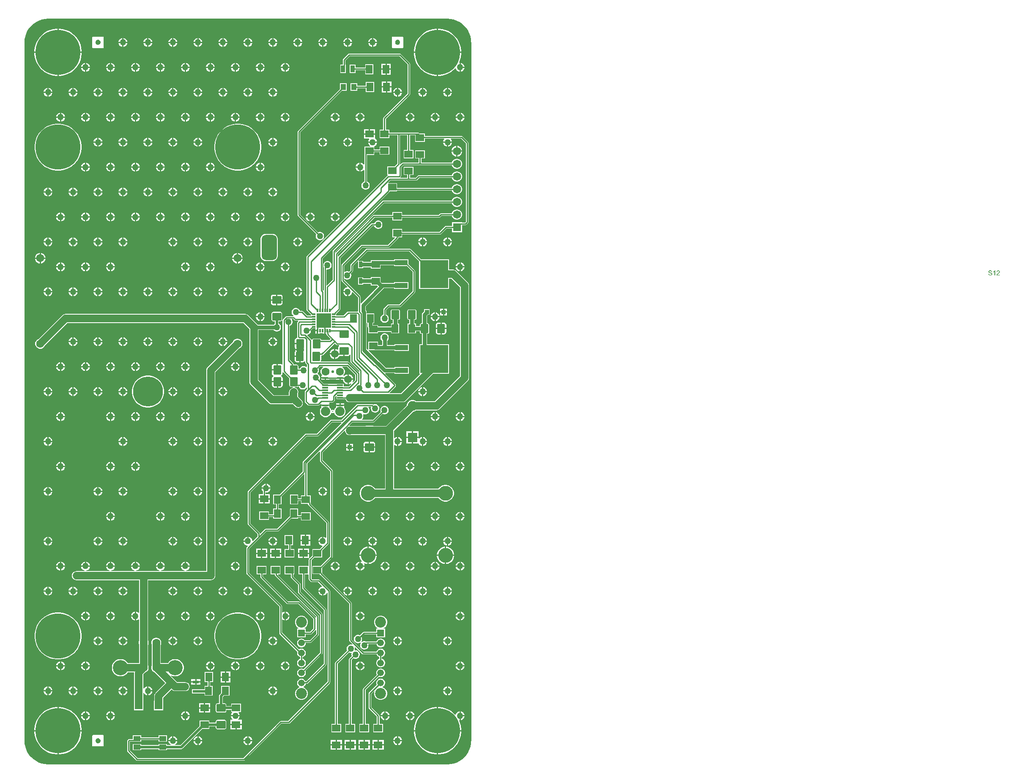
<source format=gtl>
G04*
G04 #@! TF.GenerationSoftware,Altium Limited,Altium Designer,25.8.1 (18)*
G04*
G04 Layer_Physical_Order=1*
G04 Layer_Color=255*
%FSLAX44Y44*%
%MOMM*%
G71*
G04*
G04 #@! TF.SameCoordinates,F16540CA-DAB0-446D-89C1-54077F02B76C*
G04*
G04*
G04 #@! TF.FilePolarity,Positive*
G04*
G01*
G75*
G04:AMPARAMS|DCode=10|XSize=1.6mm|YSize=1.82mm|CornerRadius=0.2mm|HoleSize=0mm|Usage=FLASHONLY|Rotation=0.000|XOffset=0mm|YOffset=0mm|HoleType=Round|Shape=RoundedRectangle|*
%AMROUNDEDRECTD10*
21,1,1.6000,1.4200,0,0,0.0*
21,1,1.2000,1.8200,0,0,0.0*
1,1,0.4000,0.6000,-0.7100*
1,1,0.4000,-0.6000,-0.7100*
1,1,0.4000,-0.6000,0.7100*
1,1,0.4000,0.6000,0.7100*
%
%ADD10ROUNDEDRECTD10*%
%ADD11R,0.7500X0.3000*%
%ADD12R,1.1500X0.3000*%
%ADD13R,1.4000X1.7300*%
%ADD14R,1.7300X1.4000*%
%ADD15R,0.8500X0.8500*%
%ADD16R,2.8500X2.8500*%
%ADD17R,0.3000X0.7500*%
G04:AMPARAMS|DCode=18|XSize=1.6mm|YSize=1.82mm|CornerRadius=0.2mm|HoleSize=0mm|Usage=FLASHONLY|Rotation=90.000|XOffset=0mm|YOffset=0mm|HoleType=Round|Shape=RoundedRectangle|*
%AMROUNDEDRECTD18*
21,1,1.6000,1.4200,0,0,90.0*
21,1,1.2000,1.8200,0,0,90.0*
1,1,0.4000,0.7100,0.6000*
1,1,0.4000,0.7100,-0.6000*
1,1,0.4000,-0.7100,-0.6000*
1,1,0.4000,-0.7100,0.6000*
%
%ADD18ROUNDEDRECTD18*%
%ADD19R,0.8500X0.8500*%
%ADD20R,1.3000X0.6000*%
%ADD21R,1.4500X1.0000*%
%ADD22R,2.6000X1.0600*%
%ADD23R,5.7000X5.6320*%
%ADD24R,0.7500X1.2500*%
%ADD25R,0.9000X1.4000*%
%ADD26R,1.1000X1.3000*%
%ADD27R,1.6000X1.6500*%
%ADD28C,0.2540*%
%ADD29C,0.5080*%
%ADD30C,0.7620*%
%ADD31C,1.5240*%
%ADD32C,1.6000*%
%ADD33C,1.6500*%
%ADD34C,1.5240*%
%ADD35C,2.9550*%
%ADD36R,1.9500X1.9500*%
G04:AMPARAMS|DCode=37|XSize=5mm|YSize=3mm|CornerRadius=0.75mm|HoleSize=0mm|Usage=FLASHONLY|Rotation=90.000|XOffset=0mm|YOffset=0mm|HoleType=Round|Shape=RoundedRectangle|*
%AMROUNDEDRECTD37*
21,1,5.0000,1.5000,0,0,90.0*
21,1,3.5000,3.0000,0,0,90.0*
1,1,1.5000,0.7500,1.7500*
1,1,1.5000,0.7500,-1.7500*
1,1,1.5000,-0.7500,-1.7500*
1,1,1.5000,-0.7500,1.7500*
%
%ADD37ROUNDEDRECTD37*%
%ADD38R,1.6500X1.6500*%
%ADD39C,1.9500*%
%ADD40C,2.1900*%
%ADD41C,1.3370*%
%ADD42R,1.3370X1.3370*%
%ADD43C,0.3300*%
%ADD44C,0.5400*%
%ADD45C,1.8750*%
%ADD46C,3.0480*%
%ADD47C,1.2700*%
%ADD48C,9.0000*%
%ADD49C,6.0000*%
G36*
X200000Y1647410D02*
X1000000D01*
X1000092Y1647428D01*
X1006191Y1647029D01*
X1012277Y1645818D01*
X1018152Y1643824D01*
X1023717Y1641080D01*
X1028876Y1637632D01*
X1033541Y1633541D01*
X1037632Y1628876D01*
X1041079Y1623717D01*
X1043824Y1618152D01*
X1045818Y1612277D01*
X1047029Y1606191D01*
X1047353Y1601252D01*
X1047410Y1600000D01*
X1047410Y1600000D01*
X1047410Y1598742D01*
Y201267D01*
X1047410Y200000D01*
X1047353Y198754D01*
X1047029Y193809D01*
X1045818Y187723D01*
X1043824Y181848D01*
X1041079Y176283D01*
X1037632Y171124D01*
X1033541Y166459D01*
X1028876Y162368D01*
X1023717Y158920D01*
X1018152Y156176D01*
X1012277Y154182D01*
X1006191Y152971D01*
X1001246Y152647D01*
X1000000Y152590D01*
Y152590D01*
X999999Y152590D01*
X200001D01*
X200000Y152590D01*
Y152590D01*
X198754Y152647D01*
X193809Y152971D01*
X187723Y154182D01*
X181848Y156176D01*
X176283Y158920D01*
X171124Y162368D01*
X166459Y166459D01*
X162368Y171124D01*
X158920Y176283D01*
X156176Y181848D01*
X154182Y187723D01*
X152971Y193809D01*
X152647Y198754D01*
X152590Y200000D01*
X152590D01*
X152590Y200001D01*
Y1599999D01*
X152590Y1600000D01*
X152590D01*
X152647Y1601246D01*
X152971Y1606192D01*
X154182Y1612277D01*
X156176Y1618152D01*
X158920Y1623717D01*
X162368Y1628876D01*
X166459Y1633541D01*
X171124Y1637632D01*
X176283Y1641080D01*
X181848Y1643824D01*
X187723Y1645818D01*
X193809Y1647029D01*
X199908Y1647428D01*
X200000Y1647410D01*
D02*
G37*
G36*
X2087014Y1142890D02*
X2087113D01*
X2087381Y1142862D01*
X2087677Y1142820D01*
X2087987Y1142749D01*
X2088325Y1142665D01*
X2088635Y1142552D01*
X2088649D01*
X2088678Y1142538D01*
X2088720Y1142510D01*
X2088776Y1142481D01*
X2088917Y1142411D01*
X2089100Y1142284D01*
X2089312Y1142143D01*
X2089523Y1141960D01*
X2089721Y1141748D01*
X2089904Y1141509D01*
Y1141495D01*
X2089918Y1141480D01*
X2089946Y1141438D01*
X2089974Y1141396D01*
X2090045Y1141255D01*
X2090130Y1141072D01*
X2090228Y1140846D01*
X2090299Y1140578D01*
X2090369Y1140296D01*
X2090397Y1139986D01*
X2089157Y1139887D01*
Y1139902D01*
Y1139930D01*
X2089143Y1139972D01*
X2089129Y1140043D01*
X2089086Y1140198D01*
X2089030Y1140409D01*
X2088945Y1140635D01*
X2088819Y1140860D01*
X2088663Y1141072D01*
X2088466Y1141269D01*
X2088438Y1141283D01*
X2088367Y1141339D01*
X2088226Y1141424D01*
X2088043Y1141509D01*
X2087803Y1141593D01*
X2087522Y1141678D01*
X2087169Y1141734D01*
X2086774Y1141748D01*
X2086577D01*
X2086492Y1141734D01*
X2086380Y1141720D01*
X2086126Y1141692D01*
X2085844Y1141636D01*
X2085562Y1141565D01*
X2085294Y1141452D01*
X2085181Y1141382D01*
X2085069Y1141311D01*
X2085040Y1141297D01*
X2084984Y1141241D01*
X2084899Y1141142D01*
X2084815Y1141029D01*
X2084716Y1140874D01*
X2084632Y1140705D01*
X2084575Y1140508D01*
X2084547Y1140282D01*
Y1140254D01*
Y1140198D01*
X2084561Y1140099D01*
X2084589Y1139986D01*
X2084632Y1139845D01*
X2084702Y1139704D01*
X2084787Y1139563D01*
X2084914Y1139422D01*
X2084928Y1139408D01*
X2084998Y1139366D01*
X2085055Y1139324D01*
X2085111Y1139296D01*
X2085195Y1139253D01*
X2085294Y1139197D01*
X2085421Y1139155D01*
X2085562Y1139098D01*
X2085717Y1139042D01*
X2085900Y1138971D01*
X2086098Y1138915D01*
X2086323Y1138844D01*
X2086577Y1138788D01*
X2086859Y1138717D01*
X2086873D01*
X2086929Y1138703D01*
X2087014Y1138689D01*
X2087113Y1138661D01*
X2087240Y1138633D01*
X2087395Y1138591D01*
X2087550Y1138548D01*
X2087719Y1138506D01*
X2088085Y1138407D01*
X2088438Y1138309D01*
X2088607Y1138252D01*
X2088762Y1138196D01*
X2088903Y1138154D01*
X2089016Y1138097D01*
X2089030D01*
X2089058Y1138083D01*
X2089100Y1138055D01*
X2089157Y1138027D01*
X2089312Y1137942D01*
X2089495Y1137829D01*
X2089707Y1137674D01*
X2089918Y1137505D01*
X2090115Y1137308D01*
X2090284Y1137096D01*
X2090299Y1137068D01*
X2090355Y1136998D01*
X2090411Y1136871D01*
X2090496Y1136702D01*
X2090567Y1136504D01*
X2090637Y1136265D01*
X2090679Y1135997D01*
X2090693Y1135715D01*
Y1135701D01*
Y1135687D01*
Y1135644D01*
Y1135588D01*
X2090665Y1135433D01*
X2090637Y1135236D01*
X2090581Y1135010D01*
X2090510Y1134770D01*
X2090397Y1134517D01*
X2090242Y1134249D01*
Y1134235D01*
X2090228Y1134221D01*
X2090158Y1134136D01*
X2090059Y1134009D01*
X2089918Y1133868D01*
X2089735Y1133699D01*
X2089509Y1133516D01*
X2089256Y1133346D01*
X2088959Y1133192D01*
X2088945D01*
X2088917Y1133177D01*
X2088875Y1133163D01*
X2088819Y1133135D01*
X2088734Y1133107D01*
X2088635Y1133065D01*
X2088410Y1133008D01*
X2088142Y1132938D01*
X2087818Y1132867D01*
X2087465Y1132825D01*
X2087085Y1132811D01*
X2086859D01*
X2086746Y1132825D01*
X2086619D01*
X2086478Y1132839D01*
X2086309Y1132853D01*
X2085957Y1132909D01*
X2085590Y1132966D01*
X2085224Y1133065D01*
X2084871Y1133192D01*
X2084857D01*
X2084829Y1133206D01*
X2084787Y1133234D01*
X2084730Y1133262D01*
X2084561Y1133346D01*
X2084364Y1133473D01*
X2084138Y1133643D01*
X2083899Y1133840D01*
X2083673Y1134080D01*
X2083462Y1134347D01*
Y1134361D01*
X2083433Y1134390D01*
X2083419Y1134432D01*
X2083377Y1134488D01*
X2083349Y1134559D01*
X2083306Y1134643D01*
X2083208Y1134855D01*
X2083109Y1135123D01*
X2083025Y1135419D01*
X2082968Y1135757D01*
X2082940Y1136109D01*
X2084152Y1136222D01*
Y1136208D01*
Y1136194D01*
X2084166Y1136152D01*
Y1136095D01*
X2084195Y1135969D01*
X2084237Y1135785D01*
X2084293Y1135602D01*
X2084350Y1135391D01*
X2084448Y1135193D01*
X2084547Y1135010D01*
X2084561Y1134996D01*
X2084603Y1134939D01*
X2084674Y1134841D01*
X2084787Y1134742D01*
X2084928Y1134615D01*
X2085083Y1134488D01*
X2085294Y1134361D01*
X2085520Y1134249D01*
X2085534D01*
X2085548Y1134235D01*
X2085590Y1134221D01*
X2085632Y1134206D01*
X2085773Y1134164D01*
X2085957Y1134108D01*
X2086182Y1134051D01*
X2086436Y1134009D01*
X2086718Y1133981D01*
X2087028Y1133967D01*
X2087155D01*
X2087296Y1133981D01*
X2087465Y1133995D01*
X2087663Y1134023D01*
X2087888Y1134051D01*
X2088114Y1134108D01*
X2088325Y1134178D01*
X2088353Y1134192D01*
X2088424Y1134221D01*
X2088522Y1134277D01*
X2088649Y1134333D01*
X2088776Y1134432D01*
X2088917Y1134531D01*
X2089058Y1134643D01*
X2089171Y1134784D01*
X2089185Y1134799D01*
X2089213Y1134855D01*
X2089256Y1134925D01*
X2089312Y1135038D01*
X2089368Y1135151D01*
X2089411Y1135292D01*
X2089439Y1135447D01*
X2089453Y1135616D01*
Y1135630D01*
Y1135701D01*
X2089439Y1135785D01*
X2089425Y1135898D01*
X2089382Y1136011D01*
X2089340Y1136152D01*
X2089270Y1136293D01*
X2089171Y1136420D01*
X2089157Y1136434D01*
X2089115Y1136476D01*
X2089058Y1136532D01*
X2088959Y1136617D01*
X2088847Y1136702D01*
X2088692Y1136800D01*
X2088508Y1136899D01*
X2088297Y1136984D01*
X2088283Y1136998D01*
X2088212Y1137012D01*
X2088100Y1137054D01*
X2088029Y1137068D01*
X2087930Y1137096D01*
X2087832Y1137139D01*
X2087705Y1137167D01*
X2087564Y1137209D01*
X2087395Y1137251D01*
X2087225Y1137294D01*
X2087028Y1137350D01*
X2086803Y1137406D01*
X2086563Y1137463D01*
X2086549D01*
X2086507Y1137477D01*
X2086436Y1137491D01*
X2086351Y1137519D01*
X2086239Y1137547D01*
X2086112Y1137576D01*
X2085830Y1137660D01*
X2085520Y1137759D01*
X2085195Y1137858D01*
X2084914Y1137956D01*
X2084787Y1138013D01*
X2084674Y1138069D01*
X2084660D01*
X2084646Y1138083D01*
X2084561Y1138139D01*
X2084434Y1138210D01*
X2084293Y1138323D01*
X2084124Y1138450D01*
X2083955Y1138605D01*
X2083786Y1138788D01*
X2083645Y1138985D01*
X2083631Y1139014D01*
X2083589Y1139084D01*
X2083532Y1139197D01*
X2083476Y1139338D01*
X2083419Y1139521D01*
X2083363Y1139733D01*
X2083321Y1139958D01*
X2083306Y1140198D01*
Y1140212D01*
Y1140226D01*
Y1140268D01*
Y1140324D01*
X2083335Y1140465D01*
X2083363Y1140649D01*
X2083405Y1140860D01*
X2083476Y1141100D01*
X2083574Y1141339D01*
X2083715Y1141579D01*
Y1141593D01*
X2083729Y1141607D01*
X2083800Y1141692D01*
X2083899Y1141805D01*
X2084026Y1141946D01*
X2084195Y1142101D01*
X2084406Y1142270D01*
X2084660Y1142425D01*
X2084942Y1142566D01*
X2084956D01*
X2084984Y1142580D01*
X2085026Y1142594D01*
X2085083Y1142622D01*
X2085153Y1142651D01*
X2085252Y1142679D01*
X2085463Y1142735D01*
X2085731Y1142792D01*
X2086041Y1142848D01*
X2086366Y1142890D01*
X2086732Y1142904D01*
X2086915D01*
X2087014Y1142890D01*
D02*
G37*
G36*
X2103028Y1142763D02*
X2103141Y1142749D01*
X2103282Y1142735D01*
X2103437Y1142707D01*
X2103592Y1142679D01*
X2103959Y1142580D01*
X2104325Y1142439D01*
X2104508Y1142355D01*
X2104692Y1142256D01*
X2104861Y1142129D01*
X2105016Y1141988D01*
X2105030Y1141974D01*
X2105058Y1141960D01*
X2105086Y1141903D01*
X2105143Y1141847D01*
X2105213Y1141777D01*
X2105284Y1141678D01*
X2105354Y1141579D01*
X2105439Y1141452D01*
X2105580Y1141184D01*
X2105721Y1140846D01*
X2105777Y1140677D01*
X2105805Y1140480D01*
X2105833Y1140282D01*
X2105848Y1140071D01*
Y1140043D01*
Y1139972D01*
X2105833Y1139859D01*
X2105819Y1139704D01*
X2105791Y1139535D01*
X2105735Y1139338D01*
X2105679Y1139126D01*
X2105594Y1138915D01*
X2105580Y1138887D01*
X2105552Y1138816D01*
X2105495Y1138703D01*
X2105411Y1138548D01*
X2105298Y1138379D01*
X2105157Y1138168D01*
X2104988Y1137956D01*
X2104790Y1137717D01*
X2104762Y1137688D01*
X2104692Y1137604D01*
X2104621Y1137533D01*
X2104551Y1137463D01*
X2104466Y1137378D01*
X2104353Y1137265D01*
X2104241Y1137153D01*
X2104100Y1137026D01*
X2103959Y1136885D01*
X2103790Y1136730D01*
X2103606Y1136575D01*
X2103409Y1136392D01*
X2103183Y1136208D01*
X2102958Y1136011D01*
X2102944Y1135997D01*
X2102915Y1135969D01*
X2102859Y1135926D01*
X2102789Y1135870D01*
X2102704Y1135785D01*
X2102605Y1135701D01*
X2102380Y1135518D01*
X2102140Y1135306D01*
X2101915Y1135095D01*
X2101717Y1134911D01*
X2101633Y1134841D01*
X2101562Y1134770D01*
X2101548Y1134756D01*
X2101506Y1134714D01*
X2101449Y1134658D01*
X2101379Y1134573D01*
X2101308Y1134474D01*
X2101224Y1134376D01*
X2101055Y1134136D01*
X2105862D01*
Y1132980D01*
X2099391D01*
Y1132994D01*
Y1133051D01*
Y1133135D01*
X2099405Y1133248D01*
X2099419Y1133375D01*
X2099448Y1133516D01*
X2099476Y1133657D01*
X2099532Y1133812D01*
Y1133826D01*
X2099546Y1133840D01*
X2099574Y1133924D01*
X2099631Y1134051D01*
X2099715Y1134221D01*
X2099828Y1134418D01*
X2099969Y1134643D01*
X2100124Y1134869D01*
X2100322Y1135109D01*
Y1135123D01*
X2100350Y1135137D01*
X2100420Y1135221D01*
X2100547Y1135348D01*
X2100730Y1135532D01*
X2100942Y1135743D01*
X2101210Y1135997D01*
X2101534Y1136279D01*
X2101886Y1136575D01*
X2101900Y1136589D01*
X2101957Y1136631D01*
X2102041Y1136702D01*
X2102140Y1136786D01*
X2102267Y1136899D01*
X2102422Y1137026D01*
X2102577Y1137167D01*
X2102760Y1137322D01*
X2103113Y1137660D01*
X2103465Y1137999D01*
X2103634Y1138168D01*
X2103790Y1138337D01*
X2103930Y1138492D01*
X2104043Y1138647D01*
Y1138661D01*
X2104071Y1138675D01*
X2104100Y1138717D01*
X2104128Y1138774D01*
X2104227Y1138929D01*
X2104339Y1139112D01*
X2104438Y1139338D01*
X2104537Y1139577D01*
X2104593Y1139845D01*
X2104621Y1140099D01*
Y1140113D01*
Y1140127D01*
X2104607Y1140212D01*
X2104593Y1140353D01*
X2104551Y1140508D01*
X2104494Y1140705D01*
X2104396Y1140902D01*
X2104269Y1141100D01*
X2104100Y1141297D01*
X2104071Y1141325D01*
X2104001Y1141382D01*
X2103902Y1141452D01*
X2103747Y1141551D01*
X2103550Y1141636D01*
X2103324Y1141720D01*
X2103056Y1141777D01*
X2102760Y1141791D01*
X2102676D01*
X2102619Y1141777D01*
X2102450Y1141762D01*
X2102253Y1141720D01*
X2102041Y1141664D01*
X2101802Y1141565D01*
X2101576Y1141438D01*
X2101365Y1141269D01*
X2101337Y1141241D01*
X2101280Y1141170D01*
X2101196Y1141058D01*
X2101111Y1140888D01*
X2101012Y1140691D01*
X2100928Y1140437D01*
X2100871Y1140155D01*
X2100843Y1139831D01*
X2099617Y1139958D01*
Y1139972D01*
X2099631Y1140014D01*
Y1140085D01*
X2099645Y1140184D01*
X2099673Y1140296D01*
X2099701Y1140423D01*
X2099744Y1140578D01*
X2099786Y1140733D01*
X2099899Y1141072D01*
X2100068Y1141410D01*
X2100166Y1141579D01*
X2100293Y1141748D01*
X2100420Y1141903D01*
X2100561Y1142044D01*
X2100575Y1142058D01*
X2100603Y1142073D01*
X2100646Y1142115D01*
X2100716Y1142157D01*
X2100801Y1142214D01*
X2100900Y1142270D01*
X2101012Y1142340D01*
X2101153Y1142411D01*
X2101308Y1142481D01*
X2101478Y1142552D01*
X2101661Y1142608D01*
X2101858Y1142665D01*
X2102070Y1142707D01*
X2102295Y1142749D01*
X2102535Y1142763D01*
X2102789Y1142777D01*
X2102930D01*
X2103028Y1142763D01*
D02*
G37*
G36*
X2096487Y1132980D02*
X2095289D01*
Y1140607D01*
X2095275Y1140592D01*
X2095204Y1140536D01*
X2095120Y1140451D01*
X2094979Y1140353D01*
X2094824Y1140226D01*
X2094626Y1140085D01*
X2094401Y1139930D01*
X2094147Y1139775D01*
X2094133D01*
X2094119Y1139761D01*
X2094034Y1139704D01*
X2093893Y1139634D01*
X2093724Y1139549D01*
X2093527Y1139451D01*
X2093315Y1139352D01*
X2093104Y1139253D01*
X2092892Y1139169D01*
Y1140324D01*
X2092907D01*
X2092935Y1140353D01*
X2092991Y1140367D01*
X2093062Y1140409D01*
X2093146Y1140451D01*
X2093245Y1140508D01*
X2093485Y1140649D01*
X2093766Y1140804D01*
X2094048Y1141001D01*
X2094344Y1141227D01*
X2094641Y1141466D01*
X2094655Y1141480D01*
X2094669Y1141495D01*
X2094711Y1141537D01*
X2094767Y1141579D01*
X2094894Y1141720D01*
X2095063Y1141889D01*
X2095233Y1142087D01*
X2095416Y1142312D01*
X2095571Y1142538D01*
X2095712Y1142777D01*
X2096487D01*
Y1132980D01*
D02*
G37*
%LPC*%
G36*
X851270Y1608863D02*
Y1601270D01*
X858863D01*
X858284Y1603432D01*
X857114Y1605459D01*
X855459Y1607114D01*
X853431Y1608284D01*
X851270Y1608863D01*
D02*
G37*
G36*
X848730D02*
X846569Y1608284D01*
X844541Y1607114D01*
X842886Y1605459D01*
X841716Y1603432D01*
X841137Y1601270D01*
X848730D01*
Y1608863D01*
D02*
G37*
G36*
X801270D02*
Y1601270D01*
X808863D01*
X808284Y1603432D01*
X807114Y1605459D01*
X805459Y1607114D01*
X803431Y1608284D01*
X801270Y1608863D01*
D02*
G37*
G36*
X798730D02*
X796569Y1608284D01*
X794541Y1607114D01*
X792886Y1605459D01*
X791716Y1603432D01*
X791137Y1601270D01*
X798730D01*
Y1608863D01*
D02*
G37*
G36*
X751270D02*
Y1601270D01*
X758863D01*
X758284Y1603432D01*
X757114Y1605459D01*
X755459Y1607114D01*
X753431Y1608284D01*
X751270Y1608863D01*
D02*
G37*
G36*
X748730D02*
X746569Y1608284D01*
X744541Y1607114D01*
X742886Y1605459D01*
X741716Y1603432D01*
X741137Y1601270D01*
X748730D01*
Y1608863D01*
D02*
G37*
G36*
X701270D02*
Y1601270D01*
X708863D01*
X708284Y1603432D01*
X707114Y1605459D01*
X705459Y1607114D01*
X703431Y1608284D01*
X701270Y1608863D01*
D02*
G37*
G36*
X698730D02*
X696569Y1608284D01*
X694541Y1607114D01*
X692886Y1605459D01*
X691716Y1603432D01*
X691137Y1601270D01*
X698730D01*
Y1608863D01*
D02*
G37*
G36*
X651270D02*
Y1601270D01*
X658863D01*
X658284Y1603432D01*
X657114Y1605459D01*
X655459Y1607114D01*
X653431Y1608284D01*
X651270Y1608863D01*
D02*
G37*
G36*
X648730D02*
X646569Y1608284D01*
X644541Y1607114D01*
X642886Y1605459D01*
X641716Y1603432D01*
X641137Y1601270D01*
X648730D01*
Y1608863D01*
D02*
G37*
G36*
X601270D02*
Y1601270D01*
X608863D01*
X608284Y1603432D01*
X607114Y1605459D01*
X605459Y1607114D01*
X603431Y1608284D01*
X601270Y1608863D01*
D02*
G37*
G36*
X598730D02*
X596569Y1608284D01*
X594541Y1607114D01*
X592886Y1605459D01*
X591716Y1603432D01*
X591137Y1601270D01*
X598730D01*
Y1608863D01*
D02*
G37*
G36*
X551270D02*
Y1601270D01*
X558863D01*
X558284Y1603432D01*
X557114Y1605459D01*
X555459Y1607114D01*
X553431Y1608284D01*
X551270Y1608863D01*
D02*
G37*
G36*
X548730D02*
X546569Y1608284D01*
X544541Y1607114D01*
X542886Y1605459D01*
X541716Y1603432D01*
X541137Y1601270D01*
X548730D01*
Y1608863D01*
D02*
G37*
G36*
X501270D02*
Y1601270D01*
X508863D01*
X508284Y1603432D01*
X507114Y1605459D01*
X505459Y1607114D01*
X503431Y1608284D01*
X501270Y1608863D01*
D02*
G37*
G36*
X498730D02*
X496569Y1608284D01*
X494541Y1607114D01*
X492886Y1605459D01*
X491716Y1603432D01*
X491137Y1601270D01*
X498730D01*
Y1608863D01*
D02*
G37*
G36*
X451270D02*
Y1601270D01*
X458863D01*
X458284Y1603432D01*
X457114Y1605459D01*
X455459Y1607114D01*
X453431Y1608284D01*
X451270Y1608863D01*
D02*
G37*
G36*
X448730D02*
X446569Y1608284D01*
X444541Y1607114D01*
X442886Y1605459D01*
X441716Y1603432D01*
X441137Y1601270D01*
X448730D01*
Y1608863D01*
D02*
G37*
G36*
X401270D02*
Y1601270D01*
X408863D01*
X408284Y1603432D01*
X407114Y1605459D01*
X405459Y1607114D01*
X403431Y1608284D01*
X401270Y1608863D01*
D02*
G37*
G36*
X398730D02*
X396569Y1608284D01*
X394541Y1607114D01*
X392886Y1605459D01*
X391716Y1603432D01*
X391137Y1601270D01*
X398730D01*
Y1608863D01*
D02*
G37*
G36*
X351270D02*
Y1601270D01*
X358863D01*
X358284Y1603432D01*
X357114Y1605459D01*
X355459Y1607114D01*
X353431Y1608284D01*
X351270Y1608863D01*
D02*
G37*
G36*
X348730D02*
X346569Y1608284D01*
X344541Y1607114D01*
X342886Y1605459D01*
X341716Y1603432D01*
X341137Y1601270D01*
X348730D01*
Y1608863D01*
D02*
G37*
G36*
X858863Y1598730D02*
X851270D01*
Y1591137D01*
X853431Y1591716D01*
X855459Y1592886D01*
X857114Y1594541D01*
X858284Y1596569D01*
X858863Y1598730D01*
D02*
G37*
G36*
X848730D02*
X841137D01*
X841716Y1596569D01*
X842886Y1594541D01*
X844541Y1592886D01*
X846569Y1591716D01*
X848730Y1591137D01*
Y1598730D01*
D02*
G37*
G36*
X808863D02*
X801270D01*
Y1591137D01*
X803431Y1591716D01*
X805459Y1592886D01*
X807114Y1594541D01*
X808284Y1596569D01*
X808863Y1598730D01*
D02*
G37*
G36*
X798730D02*
X791137D01*
X791716Y1596569D01*
X792886Y1594541D01*
X794541Y1592886D01*
X796569Y1591716D01*
X798730Y1591137D01*
Y1598730D01*
D02*
G37*
G36*
X758863D02*
X751270D01*
Y1591137D01*
X753431Y1591716D01*
X755459Y1592886D01*
X757114Y1594541D01*
X758284Y1596569D01*
X758863Y1598730D01*
D02*
G37*
G36*
X748730D02*
X741137D01*
X741716Y1596569D01*
X742886Y1594541D01*
X744541Y1592886D01*
X746569Y1591716D01*
X748730Y1591137D01*
Y1598730D01*
D02*
G37*
G36*
X708863D02*
X701270D01*
Y1591137D01*
X703431Y1591716D01*
X705459Y1592886D01*
X707114Y1594541D01*
X708284Y1596569D01*
X708863Y1598730D01*
D02*
G37*
G36*
X698730D02*
X691137D01*
X691716Y1596569D01*
X692886Y1594541D01*
X694541Y1592886D01*
X696569Y1591716D01*
X698730Y1591137D01*
Y1598730D01*
D02*
G37*
G36*
X658863D02*
X651270D01*
Y1591137D01*
X653431Y1591716D01*
X655459Y1592886D01*
X657114Y1594541D01*
X658284Y1596569D01*
X658863Y1598730D01*
D02*
G37*
G36*
X648730D02*
X641137D01*
X641716Y1596569D01*
X642886Y1594541D01*
X644541Y1592886D01*
X646569Y1591716D01*
X648730Y1591137D01*
Y1598730D01*
D02*
G37*
G36*
X608863D02*
X601270D01*
Y1591137D01*
X603431Y1591716D01*
X605459Y1592886D01*
X607114Y1594541D01*
X608284Y1596569D01*
X608863Y1598730D01*
D02*
G37*
G36*
X598730D02*
X591137D01*
X591716Y1596569D01*
X592886Y1594541D01*
X594541Y1592886D01*
X596569Y1591716D01*
X598730Y1591137D01*
Y1598730D01*
D02*
G37*
G36*
X558863D02*
X551270D01*
Y1591137D01*
X553431Y1591716D01*
X555459Y1592886D01*
X557114Y1594541D01*
X558284Y1596569D01*
X558863Y1598730D01*
D02*
G37*
G36*
X548730D02*
X541137D01*
X541716Y1596569D01*
X542886Y1594541D01*
X544541Y1592886D01*
X546569Y1591716D01*
X548730Y1591137D01*
Y1598730D01*
D02*
G37*
G36*
X508863D02*
X501270D01*
Y1591137D01*
X503431Y1591716D01*
X505459Y1592886D01*
X507114Y1594541D01*
X508284Y1596569D01*
X508863Y1598730D01*
D02*
G37*
G36*
X498730D02*
X491137D01*
X491716Y1596569D01*
X492886Y1594541D01*
X494541Y1592886D01*
X496569Y1591716D01*
X498730Y1591137D01*
Y1598730D01*
D02*
G37*
G36*
X458863D02*
X451270D01*
Y1591137D01*
X453431Y1591716D01*
X455459Y1592886D01*
X457114Y1594541D01*
X458284Y1596569D01*
X458863Y1598730D01*
D02*
G37*
G36*
X448730D02*
X441137D01*
X441716Y1596569D01*
X442886Y1594541D01*
X444541Y1592886D01*
X446569Y1591716D01*
X448730Y1591137D01*
Y1598730D01*
D02*
G37*
G36*
X408863D02*
X401270D01*
Y1591137D01*
X403431Y1591716D01*
X405459Y1592886D01*
X407114Y1594541D01*
X408284Y1596569D01*
X408863Y1598730D01*
D02*
G37*
G36*
X398730D02*
X391137D01*
X391716Y1596569D01*
X392886Y1594541D01*
X394541Y1592886D01*
X396569Y1591716D01*
X398730Y1591137D01*
Y1598730D01*
D02*
G37*
G36*
X358863D02*
X351270D01*
Y1591137D01*
X353431Y1591716D01*
X355459Y1592886D01*
X357114Y1594541D01*
X358284Y1596569D01*
X358863Y1598730D01*
D02*
G37*
G36*
X348730D02*
X341137D01*
X341716Y1596569D01*
X342886Y1594541D01*
X344541Y1592886D01*
X346569Y1591716D01*
X348730Y1591137D01*
Y1598730D01*
D02*
G37*
G36*
X910000Y1611375D02*
X890000D01*
X889028Y1610972D01*
X888625Y1610000D01*
Y1590000D01*
X889028Y1589028D01*
X890000Y1588625D01*
X910000D01*
X910972Y1589028D01*
X911375Y1590000D01*
Y1610000D01*
X910972Y1610972D01*
X910000Y1611375D01*
D02*
G37*
G36*
X310000D02*
X290000D01*
X289028Y1610972D01*
X288625Y1610000D01*
Y1590000D01*
X289028Y1589028D01*
X290000Y1588625D01*
X310000D01*
X310972Y1589028D01*
X311375Y1590000D01*
Y1610000D01*
X310972Y1610972D01*
X310000Y1611375D01*
D02*
G37*
G36*
X983116Y1627540D02*
X981270D01*
Y1581270D01*
X1027540D01*
Y1583116D01*
X1026727Y1589294D01*
X1025114Y1595314D01*
X1022729Y1601071D01*
X1019613Y1606469D01*
X1015819Y1611413D01*
X1011413Y1615819D01*
X1006469Y1619613D01*
X1001072Y1622729D01*
X995314Y1625114D01*
X989295Y1626727D01*
X983116Y1627540D01*
D02*
G37*
G36*
X978730D02*
X976884D01*
X970706Y1626727D01*
X964686Y1625114D01*
X958929Y1622729D01*
X953532Y1619613D01*
X948588Y1615819D01*
X944181Y1611413D01*
X940387Y1606469D01*
X937271Y1601071D01*
X934886Y1595314D01*
X933274Y1589294D01*
X932460Y1583116D01*
Y1581270D01*
X978730D01*
Y1627540D01*
D02*
G37*
G36*
X223116D02*
X221270D01*
Y1581270D01*
X267540D01*
Y1583116D01*
X266727Y1589294D01*
X265114Y1595314D01*
X262729Y1601071D01*
X259613Y1606469D01*
X255819Y1611413D01*
X251413Y1615819D01*
X246469Y1619613D01*
X241072Y1622729D01*
X235314Y1625114D01*
X229295Y1626727D01*
X223116Y1627540D01*
D02*
G37*
G36*
X218730D02*
X216884D01*
X210706Y1626727D01*
X204686Y1625114D01*
X198929Y1622729D01*
X193532Y1619613D01*
X188588Y1615819D01*
X184181Y1611413D01*
X180387Y1606469D01*
X177271Y1601071D01*
X174886Y1595314D01*
X173274Y1589294D01*
X172460Y1583116D01*
Y1581270D01*
X218730D01*
Y1627540D01*
D02*
G37*
G36*
X1026270Y1558863D02*
Y1551270D01*
X1033863D01*
X1033284Y1553432D01*
X1032114Y1555459D01*
X1030459Y1557114D01*
X1028431Y1558284D01*
X1026270Y1558863D01*
D02*
G37*
G36*
X676270D02*
Y1551270D01*
X683863D01*
X683284Y1553432D01*
X682114Y1555459D01*
X680459Y1557114D01*
X678431Y1558284D01*
X676270Y1558863D01*
D02*
G37*
G36*
X673730D02*
X671569Y1558284D01*
X669541Y1557114D01*
X667886Y1555459D01*
X666716Y1553432D01*
X666137Y1551270D01*
X673730D01*
Y1558863D01*
D02*
G37*
G36*
X626270D02*
Y1551270D01*
X633863D01*
X633284Y1553432D01*
X632114Y1555459D01*
X630459Y1557114D01*
X628431Y1558284D01*
X626270Y1558863D01*
D02*
G37*
G36*
X623730D02*
X621569Y1558284D01*
X619541Y1557114D01*
X617886Y1555459D01*
X616716Y1553432D01*
X616137Y1551270D01*
X623730D01*
Y1558863D01*
D02*
G37*
G36*
X576270D02*
Y1551270D01*
X583863D01*
X583284Y1553432D01*
X582114Y1555459D01*
X580459Y1557114D01*
X578431Y1558284D01*
X576270Y1558863D01*
D02*
G37*
G36*
X573730D02*
X571569Y1558284D01*
X569541Y1557114D01*
X567886Y1555459D01*
X566716Y1553432D01*
X566137Y1551270D01*
X573730D01*
Y1558863D01*
D02*
G37*
G36*
X526270D02*
Y1551270D01*
X533863D01*
X533284Y1553432D01*
X532114Y1555459D01*
X530459Y1557114D01*
X528431Y1558284D01*
X526270Y1558863D01*
D02*
G37*
G36*
X523730D02*
X521569Y1558284D01*
X519541Y1557114D01*
X517886Y1555459D01*
X516716Y1553432D01*
X516137Y1551270D01*
X523730D01*
Y1558863D01*
D02*
G37*
G36*
X476270D02*
Y1551270D01*
X483863D01*
X483284Y1553432D01*
X482114Y1555459D01*
X480459Y1557114D01*
X478431Y1558284D01*
X476270Y1558863D01*
D02*
G37*
G36*
X473730D02*
X471569Y1558284D01*
X469541Y1557114D01*
X467886Y1555459D01*
X466716Y1553432D01*
X466137Y1551270D01*
X473730D01*
Y1558863D01*
D02*
G37*
G36*
X426270D02*
Y1551270D01*
X433863D01*
X433284Y1553432D01*
X432114Y1555459D01*
X430459Y1557114D01*
X428431Y1558284D01*
X426270Y1558863D01*
D02*
G37*
G36*
X423730D02*
X421569Y1558284D01*
X419541Y1557114D01*
X417886Y1555459D01*
X416716Y1553432D01*
X416137Y1551270D01*
X423730D01*
Y1558863D01*
D02*
G37*
G36*
X376270D02*
Y1551270D01*
X383863D01*
X383284Y1553432D01*
X382114Y1555459D01*
X380459Y1557114D01*
X378431Y1558284D01*
X376270Y1558863D01*
D02*
G37*
G36*
X373730D02*
X371569Y1558284D01*
X369541Y1557114D01*
X367886Y1555459D01*
X366716Y1553432D01*
X366137Y1551270D01*
X373730D01*
Y1558863D01*
D02*
G37*
G36*
X326270D02*
Y1551270D01*
X333863D01*
X333284Y1553432D01*
X332114Y1555459D01*
X330459Y1557114D01*
X328431Y1558284D01*
X326270Y1558863D01*
D02*
G37*
G36*
X323730D02*
X321569Y1558284D01*
X319541Y1557114D01*
X317886Y1555459D01*
X316716Y1553432D01*
X316137Y1551270D01*
X323730D01*
Y1558863D01*
D02*
G37*
G36*
X276270D02*
Y1551270D01*
X283863D01*
X283284Y1553432D01*
X282114Y1555459D01*
X280459Y1557114D01*
X278431Y1558284D01*
X276270Y1558863D01*
D02*
G37*
G36*
X273730D02*
X271569Y1558284D01*
X269541Y1557114D01*
X267886Y1555459D01*
X266716Y1553432D01*
X266137Y1551270D01*
X273730D01*
Y1558863D01*
D02*
G37*
G36*
X851438Y1556040D02*
X834898D01*
Y1549590D01*
X815510D01*
Y1555270D01*
X803970D01*
Y1538730D01*
X815510D01*
Y1544410D01*
X834898D01*
Y1536200D01*
X851438D01*
Y1556040D01*
D02*
G37*
G36*
X886308Y1557310D02*
X878038D01*
Y1547390D01*
X886308D01*
Y1557310D01*
D02*
G37*
G36*
X875498D02*
X867228D01*
Y1547390D01*
X875498D01*
Y1557310D01*
D02*
G37*
G36*
X1033863Y1548730D02*
X1026270D01*
Y1541137D01*
X1028431Y1541716D01*
X1030459Y1542886D01*
X1032114Y1544541D01*
X1033284Y1546569D01*
X1033863Y1548730D01*
D02*
G37*
G36*
X1027540Y1578730D02*
X981270D01*
Y1532460D01*
X983116D01*
X989295Y1533273D01*
X995314Y1534886D01*
X1001072Y1537271D01*
X1006469Y1540387D01*
X1011413Y1544181D01*
X1015063Y1547831D01*
X1016479Y1547451D01*
X1016716Y1546569D01*
X1017886Y1544541D01*
X1019541Y1542886D01*
X1021569Y1541716D01*
X1023730Y1541137D01*
Y1550000D01*
Y1559249D01*
X1023494Y1559486D01*
X1023186Y1560033D01*
X1025114Y1564686D01*
X1026727Y1570706D01*
X1027540Y1576884D01*
Y1578730D01*
D02*
G37*
G36*
X683863Y1548730D02*
X676270D01*
Y1541137D01*
X678431Y1541716D01*
X680459Y1542886D01*
X682114Y1544541D01*
X683284Y1546569D01*
X683863Y1548730D01*
D02*
G37*
G36*
X673730D02*
X666137D01*
X666716Y1546569D01*
X667886Y1544541D01*
X669541Y1542886D01*
X671569Y1541716D01*
X673730Y1541137D01*
Y1548730D01*
D02*
G37*
G36*
X633863D02*
X626270D01*
Y1541137D01*
X628431Y1541716D01*
X630459Y1542886D01*
X632114Y1544541D01*
X633284Y1546569D01*
X633863Y1548730D01*
D02*
G37*
G36*
X623730D02*
X616137D01*
X616716Y1546569D01*
X617886Y1544541D01*
X619541Y1542886D01*
X621569Y1541716D01*
X623730Y1541137D01*
Y1548730D01*
D02*
G37*
G36*
X583863D02*
X576270D01*
Y1541137D01*
X578431Y1541716D01*
X580459Y1542886D01*
X582114Y1544541D01*
X583284Y1546569D01*
X583863Y1548730D01*
D02*
G37*
G36*
X573730D02*
X566137D01*
X566716Y1546569D01*
X567886Y1544541D01*
X569541Y1542886D01*
X571569Y1541716D01*
X573730Y1541137D01*
Y1548730D01*
D02*
G37*
G36*
X533863D02*
X526270D01*
Y1541137D01*
X528431Y1541716D01*
X530459Y1542886D01*
X532114Y1544541D01*
X533284Y1546569D01*
X533863Y1548730D01*
D02*
G37*
G36*
X523730D02*
X516137D01*
X516716Y1546569D01*
X517886Y1544541D01*
X519541Y1542886D01*
X521569Y1541716D01*
X523730Y1541137D01*
Y1548730D01*
D02*
G37*
G36*
X483863D02*
X476270D01*
Y1541137D01*
X478431Y1541716D01*
X480459Y1542886D01*
X482114Y1544541D01*
X483284Y1546569D01*
X483863Y1548730D01*
D02*
G37*
G36*
X473730D02*
X466137D01*
X466716Y1546569D01*
X467886Y1544541D01*
X469541Y1542886D01*
X471569Y1541716D01*
X473730Y1541137D01*
Y1548730D01*
D02*
G37*
G36*
X433863D02*
X426270D01*
Y1541137D01*
X428431Y1541716D01*
X430459Y1542886D01*
X432114Y1544541D01*
X433284Y1546569D01*
X433863Y1548730D01*
D02*
G37*
G36*
X423730D02*
X416137D01*
X416716Y1546569D01*
X417886Y1544541D01*
X419541Y1542886D01*
X421569Y1541716D01*
X423730Y1541137D01*
Y1548730D01*
D02*
G37*
G36*
X383863D02*
X376270D01*
Y1541137D01*
X378431Y1541716D01*
X380459Y1542886D01*
X382114Y1544541D01*
X383284Y1546569D01*
X383863Y1548730D01*
D02*
G37*
G36*
X373730D02*
X366137D01*
X366716Y1546569D01*
X367886Y1544541D01*
X369541Y1542886D01*
X371569Y1541716D01*
X373730Y1541137D01*
Y1548730D01*
D02*
G37*
G36*
X333863D02*
X326270D01*
Y1541137D01*
X328431Y1541716D01*
X330459Y1542886D01*
X332114Y1544541D01*
X333284Y1546569D01*
X333863Y1548730D01*
D02*
G37*
G36*
X323730D02*
X316137D01*
X316716Y1546569D01*
X317886Y1544541D01*
X319541Y1542886D01*
X321569Y1541716D01*
X323730Y1541137D01*
Y1548730D01*
D02*
G37*
G36*
X283863D02*
X276270D01*
Y1541137D01*
X278431Y1541716D01*
X280459Y1542886D01*
X282114Y1544541D01*
X283284Y1546569D01*
X283863Y1548730D01*
D02*
G37*
G36*
X273730D02*
X266137D01*
X266716Y1546569D01*
X267886Y1544541D01*
X269541Y1542886D01*
X271569Y1541716D01*
X273730Y1541137D01*
Y1548730D01*
D02*
G37*
G36*
X886308Y1544850D02*
X878038D01*
Y1534930D01*
X886308D01*
Y1544850D01*
D02*
G37*
G36*
X875498D02*
X867228D01*
Y1534930D01*
X875498D01*
Y1544850D01*
D02*
G37*
G36*
X978730Y1578730D02*
X932460D01*
Y1576884D01*
X933274Y1570706D01*
X934886Y1564686D01*
X937271Y1558929D01*
X940387Y1553531D01*
X944181Y1548587D01*
X948588Y1544181D01*
X953532Y1540387D01*
X958929Y1537271D01*
X964686Y1534886D01*
X970706Y1533273D01*
X976884Y1532460D01*
X978730D01*
Y1578730D01*
D02*
G37*
G36*
X267540D02*
X221270D01*
Y1532460D01*
X223116D01*
X229295Y1533273D01*
X235314Y1534886D01*
X241072Y1537271D01*
X246469Y1540387D01*
X251413Y1544181D01*
X255819Y1548587D01*
X259613Y1553531D01*
X262729Y1558929D01*
X265114Y1564686D01*
X266727Y1570706D01*
X267540Y1576884D01*
Y1578730D01*
D02*
G37*
G36*
X218730D02*
X172460D01*
Y1576884D01*
X173274Y1570706D01*
X174886Y1564686D01*
X177271Y1558929D01*
X180387Y1553531D01*
X184181Y1548587D01*
X188588Y1544181D01*
X193532Y1540387D01*
X198929Y1537271D01*
X204686Y1534886D01*
X210706Y1533273D01*
X216884Y1532460D01*
X218730D01*
Y1578730D01*
D02*
G37*
G36*
X852665Y1520480D02*
X836125D01*
Y1513150D01*
X818778D01*
Y1518217D01*
X805238D01*
Y1502677D01*
X818778D01*
Y1507970D01*
X836125D01*
Y1500640D01*
X852665D01*
Y1520480D01*
D02*
G37*
G36*
X887535Y1521750D02*
X879265D01*
Y1511830D01*
X887535D01*
Y1521750D01*
D02*
G37*
G36*
X876725D02*
X868455D01*
Y1511830D01*
X876725D01*
Y1521750D01*
D02*
G37*
G36*
X1001270Y1508863D02*
Y1501270D01*
X1008863D01*
X1008284Y1503432D01*
X1007114Y1505459D01*
X1005459Y1507114D01*
X1003431Y1508284D01*
X1001270Y1508863D01*
D02*
G37*
G36*
X998730D02*
X996569Y1508284D01*
X994541Y1507114D01*
X992886Y1505459D01*
X991716Y1503432D01*
X991137Y1501270D01*
X998730D01*
Y1508863D01*
D02*
G37*
G36*
X951270D02*
Y1501270D01*
X958863D01*
X958284Y1503432D01*
X957114Y1505459D01*
X955459Y1507114D01*
X953431Y1508284D01*
X951270Y1508863D01*
D02*
G37*
G36*
X948730D02*
X946569Y1508284D01*
X944541Y1507114D01*
X942886Y1505459D01*
X941716Y1503432D01*
X941137Y1501270D01*
X948730D01*
Y1508863D01*
D02*
G37*
G36*
X901270D02*
Y1501270D01*
X908863D01*
X908284Y1503432D01*
X907114Y1505459D01*
X905459Y1507114D01*
X903431Y1508284D01*
X901270Y1508863D01*
D02*
G37*
G36*
X898730D02*
X896569Y1508284D01*
X894541Y1507114D01*
X892886Y1505459D01*
X891716Y1503432D01*
X891137Y1501270D01*
X898730D01*
Y1508863D01*
D02*
G37*
G36*
X651270D02*
Y1501270D01*
X658863D01*
X658284Y1503432D01*
X657114Y1505459D01*
X655459Y1507114D01*
X653431Y1508284D01*
X651270Y1508863D01*
D02*
G37*
G36*
X648730D02*
X646569Y1508284D01*
X644541Y1507114D01*
X642886Y1505459D01*
X641716Y1503432D01*
X641137Y1501270D01*
X648730D01*
Y1508863D01*
D02*
G37*
G36*
X601270D02*
Y1501270D01*
X608863D01*
X608284Y1503432D01*
X607114Y1505459D01*
X605459Y1507114D01*
X603431Y1508284D01*
X601270Y1508863D01*
D02*
G37*
G36*
X598730D02*
X596569Y1508284D01*
X594541Y1507114D01*
X592886Y1505459D01*
X591716Y1503432D01*
X591137Y1501270D01*
X598730D01*
Y1508863D01*
D02*
G37*
G36*
X551270D02*
Y1501270D01*
X558863D01*
X558284Y1503432D01*
X557114Y1505459D01*
X555459Y1507114D01*
X553431Y1508284D01*
X551270Y1508863D01*
D02*
G37*
G36*
X548730D02*
X546569Y1508284D01*
X544541Y1507114D01*
X542886Y1505459D01*
X541716Y1503432D01*
X541137Y1501270D01*
X548730D01*
Y1508863D01*
D02*
G37*
G36*
X501270D02*
Y1501270D01*
X508863D01*
X508284Y1503432D01*
X507114Y1505459D01*
X505459Y1507114D01*
X503431Y1508284D01*
X501270Y1508863D01*
D02*
G37*
G36*
X498730D02*
X496569Y1508284D01*
X494541Y1507114D01*
X492886Y1505459D01*
X491716Y1503432D01*
X491137Y1501270D01*
X498730D01*
Y1508863D01*
D02*
G37*
G36*
X451270D02*
Y1501270D01*
X458863D01*
X458284Y1503432D01*
X457114Y1505459D01*
X455459Y1507114D01*
X453431Y1508284D01*
X451270Y1508863D01*
D02*
G37*
G36*
X448730D02*
X446569Y1508284D01*
X444541Y1507114D01*
X442886Y1505459D01*
X441716Y1503432D01*
X441137Y1501270D01*
X448730D01*
Y1508863D01*
D02*
G37*
G36*
X401270D02*
Y1501270D01*
X408863D01*
X408284Y1503432D01*
X407114Y1505459D01*
X405459Y1507114D01*
X403431Y1508284D01*
X401270Y1508863D01*
D02*
G37*
G36*
X398730D02*
X396569Y1508284D01*
X394541Y1507114D01*
X392886Y1505459D01*
X391716Y1503432D01*
X391137Y1501270D01*
X398730D01*
Y1508863D01*
D02*
G37*
G36*
X351270D02*
Y1501270D01*
X358863D01*
X358284Y1503432D01*
X357114Y1505459D01*
X355459Y1507114D01*
X353431Y1508284D01*
X351270Y1508863D01*
D02*
G37*
G36*
X348730D02*
X346569Y1508284D01*
X344541Y1507114D01*
X342886Y1505459D01*
X341716Y1503432D01*
X341137Y1501270D01*
X348730D01*
Y1508863D01*
D02*
G37*
G36*
X301270D02*
Y1501270D01*
X308863D01*
X308284Y1503432D01*
X307114Y1505459D01*
X305459Y1507114D01*
X303431Y1508284D01*
X301270Y1508863D01*
D02*
G37*
G36*
X298730D02*
X296569Y1508284D01*
X294541Y1507114D01*
X292886Y1505459D01*
X291716Y1503432D01*
X291137Y1501270D01*
X298730D01*
Y1508863D01*
D02*
G37*
G36*
X251270D02*
Y1501270D01*
X258863D01*
X258284Y1503432D01*
X257114Y1505459D01*
X255459Y1507114D01*
X253431Y1508284D01*
X251270Y1508863D01*
D02*
G37*
G36*
X248730D02*
X246569Y1508284D01*
X244541Y1507114D01*
X242886Y1505459D01*
X241716Y1503432D01*
X241137Y1501270D01*
X248730D01*
Y1508863D01*
D02*
G37*
G36*
X201270D02*
Y1501270D01*
X208863D01*
X208284Y1503432D01*
X207114Y1505459D01*
X205459Y1507114D01*
X203431Y1508284D01*
X201270Y1508863D01*
D02*
G37*
G36*
X198730D02*
X196569Y1508284D01*
X194541Y1507114D01*
X192886Y1505459D01*
X191716Y1503432D01*
X191137Y1501270D01*
X198730D01*
Y1508863D01*
D02*
G37*
G36*
X887535Y1509290D02*
X879265D01*
Y1499370D01*
X887535D01*
Y1509290D01*
D02*
G37*
G36*
X876725D02*
X868455D01*
Y1499370D01*
X876725D01*
Y1509290D01*
D02*
G37*
G36*
X1008863Y1498730D02*
X1001270D01*
Y1491137D01*
X1003431Y1491716D01*
X1005459Y1492886D01*
X1007114Y1494541D01*
X1008284Y1496569D01*
X1008863Y1498730D01*
D02*
G37*
G36*
X998730D02*
X991137D01*
X991716Y1496569D01*
X992886Y1494541D01*
X994541Y1492886D01*
X996569Y1491716D01*
X998730Y1491137D01*
Y1498730D01*
D02*
G37*
G36*
X958863D02*
X951270D01*
Y1491137D01*
X953431Y1491716D01*
X955459Y1492886D01*
X957114Y1494541D01*
X958284Y1496569D01*
X958863Y1498730D01*
D02*
G37*
G36*
X948730D02*
X941137D01*
X941716Y1496569D01*
X942886Y1494541D01*
X944541Y1492886D01*
X946569Y1491716D01*
X948730Y1491137D01*
Y1498730D01*
D02*
G37*
G36*
X908863D02*
X901270D01*
Y1491137D01*
X903431Y1491716D01*
X905459Y1492886D01*
X907114Y1494541D01*
X908284Y1496569D01*
X908863Y1498730D01*
D02*
G37*
G36*
X898730D02*
X891137D01*
X891716Y1496569D01*
X892886Y1494541D01*
X894541Y1492886D01*
X896569Y1491716D01*
X898730Y1491137D01*
Y1498730D01*
D02*
G37*
G36*
X658863D02*
X651270D01*
Y1491137D01*
X653431Y1491716D01*
X655459Y1492886D01*
X657114Y1494541D01*
X658284Y1496569D01*
X658863Y1498730D01*
D02*
G37*
G36*
X648730D02*
X641137D01*
X641716Y1496569D01*
X642886Y1494541D01*
X644541Y1492886D01*
X646569Y1491716D01*
X648730Y1491137D01*
Y1498730D01*
D02*
G37*
G36*
X608863D02*
X601270D01*
Y1491137D01*
X603431Y1491716D01*
X605459Y1492886D01*
X607114Y1494541D01*
X608284Y1496569D01*
X608863Y1498730D01*
D02*
G37*
G36*
X598730D02*
X591137D01*
X591716Y1496569D01*
X592886Y1494541D01*
X594541Y1492886D01*
X596569Y1491716D01*
X598730Y1491137D01*
Y1498730D01*
D02*
G37*
G36*
X558863D02*
X551270D01*
Y1491137D01*
X553431Y1491716D01*
X555459Y1492886D01*
X557114Y1494541D01*
X558284Y1496569D01*
X558863Y1498730D01*
D02*
G37*
G36*
X548730D02*
X541137D01*
X541716Y1496569D01*
X542886Y1494541D01*
X544541Y1492886D01*
X546569Y1491716D01*
X548730Y1491137D01*
Y1498730D01*
D02*
G37*
G36*
X508863D02*
X501270D01*
Y1491137D01*
X503431Y1491716D01*
X505459Y1492886D01*
X507114Y1494541D01*
X508284Y1496569D01*
X508863Y1498730D01*
D02*
G37*
G36*
X498730D02*
X491137D01*
X491716Y1496569D01*
X492886Y1494541D01*
X494541Y1492886D01*
X496569Y1491716D01*
X498730Y1491137D01*
Y1498730D01*
D02*
G37*
G36*
X458863D02*
X451270D01*
Y1491137D01*
X453431Y1491716D01*
X455459Y1492886D01*
X457114Y1494541D01*
X458284Y1496569D01*
X458863Y1498730D01*
D02*
G37*
G36*
X448730D02*
X441137D01*
X441716Y1496569D01*
X442886Y1494541D01*
X444541Y1492886D01*
X446569Y1491716D01*
X448730Y1491137D01*
Y1498730D01*
D02*
G37*
G36*
X408863D02*
X401270D01*
Y1491137D01*
X403431Y1491716D01*
X405459Y1492886D01*
X407114Y1494541D01*
X408284Y1496569D01*
X408863Y1498730D01*
D02*
G37*
G36*
X398730D02*
X391137D01*
X391716Y1496569D01*
X392886Y1494541D01*
X394541Y1492886D01*
X396569Y1491716D01*
X398730Y1491137D01*
Y1498730D01*
D02*
G37*
G36*
X358863D02*
X351270D01*
Y1491137D01*
X353431Y1491716D01*
X355459Y1492886D01*
X357114Y1494541D01*
X358284Y1496569D01*
X358863Y1498730D01*
D02*
G37*
G36*
X348730D02*
X341137D01*
X341716Y1496569D01*
X342886Y1494541D01*
X344541Y1492886D01*
X346569Y1491716D01*
X348730Y1491137D01*
Y1498730D01*
D02*
G37*
G36*
X308863D02*
X301270D01*
Y1491137D01*
X303431Y1491716D01*
X305459Y1492886D01*
X307114Y1494541D01*
X308284Y1496569D01*
X308863Y1498730D01*
D02*
G37*
G36*
X298730D02*
X291137D01*
X291716Y1496569D01*
X292886Y1494541D01*
X294541Y1492886D01*
X296569Y1491716D01*
X298730Y1491137D01*
Y1498730D01*
D02*
G37*
G36*
X258863D02*
X251270D01*
Y1491137D01*
X253431Y1491716D01*
X255459Y1492886D01*
X257114Y1494541D01*
X258284Y1496569D01*
X258863Y1498730D01*
D02*
G37*
G36*
X248730D02*
X241137D01*
X241716Y1496569D01*
X242886Y1494541D01*
X244541Y1492886D01*
X246569Y1491716D01*
X248730Y1491137D01*
Y1498730D01*
D02*
G37*
G36*
X208863D02*
X201270D01*
Y1491137D01*
X203431Y1491716D01*
X205459Y1492886D01*
X207114Y1494541D01*
X208284Y1496569D01*
X208863Y1498730D01*
D02*
G37*
G36*
X198730D02*
X191137D01*
X191716Y1496569D01*
X192886Y1494541D01*
X194541Y1492886D01*
X196569Y1491716D01*
X198730Y1491137D01*
Y1498730D01*
D02*
G37*
G36*
X1026270Y1458863D02*
Y1451270D01*
X1033863D01*
X1033284Y1453432D01*
X1032114Y1455459D01*
X1030459Y1457114D01*
X1028431Y1458284D01*
X1026270Y1458863D01*
D02*
G37*
G36*
X1023730D02*
X1021569Y1458284D01*
X1019541Y1457114D01*
X1017886Y1455459D01*
X1016716Y1453432D01*
X1016137Y1451270D01*
X1023730D01*
Y1458863D01*
D02*
G37*
G36*
X976270D02*
Y1451270D01*
X983863D01*
X983284Y1453432D01*
X982114Y1455459D01*
X980459Y1457114D01*
X978431Y1458284D01*
X976270Y1458863D01*
D02*
G37*
G36*
X973730D02*
X971569Y1458284D01*
X969541Y1457114D01*
X967886Y1455459D01*
X966716Y1453432D01*
X966137Y1451270D01*
X973730D01*
Y1458863D01*
D02*
G37*
G36*
X926270D02*
Y1451270D01*
X933863D01*
X933284Y1453432D01*
X932114Y1455459D01*
X930459Y1457114D01*
X928431Y1458284D01*
X926270Y1458863D01*
D02*
G37*
G36*
X923730D02*
X921569Y1458284D01*
X919541Y1457114D01*
X917886Y1455459D01*
X916716Y1453432D01*
X916137Y1451270D01*
X923730D01*
Y1458863D01*
D02*
G37*
G36*
X826270D02*
Y1451270D01*
X833863D01*
X833284Y1453432D01*
X832114Y1455459D01*
X830459Y1457114D01*
X828431Y1458284D01*
X826270Y1458863D01*
D02*
G37*
G36*
X823730D02*
X821569Y1458284D01*
X819541Y1457114D01*
X817886Y1455459D01*
X816716Y1453432D01*
X816137Y1451270D01*
X823730D01*
Y1458863D01*
D02*
G37*
G36*
X776270D02*
Y1451270D01*
X783863D01*
X783284Y1453432D01*
X782114Y1455459D01*
X780459Y1457114D01*
X778431Y1458284D01*
X776270Y1458863D01*
D02*
G37*
G36*
X773730D02*
X771569Y1458284D01*
X769541Y1457114D01*
X767886Y1455459D01*
X766716Y1453432D01*
X766137Y1451270D01*
X773730D01*
Y1458863D01*
D02*
G37*
G36*
X676270D02*
Y1451270D01*
X683863D01*
X683284Y1453432D01*
X682114Y1455459D01*
X680459Y1457114D01*
X678431Y1458284D01*
X676270Y1458863D01*
D02*
G37*
G36*
X673730D02*
X671569Y1458284D01*
X669541Y1457114D01*
X667886Y1455459D01*
X666716Y1453432D01*
X666137Y1451270D01*
X673730D01*
Y1458863D01*
D02*
G37*
G36*
X626270D02*
Y1451270D01*
X633863D01*
X633284Y1453432D01*
X632114Y1455459D01*
X630459Y1457114D01*
X628431Y1458284D01*
X626270Y1458863D01*
D02*
G37*
G36*
X623730D02*
X621569Y1458284D01*
X619541Y1457114D01*
X617886Y1455459D01*
X616716Y1453432D01*
X616137Y1451270D01*
X623730D01*
Y1458863D01*
D02*
G37*
G36*
X576270D02*
Y1451270D01*
X583863D01*
X583284Y1453432D01*
X582114Y1455459D01*
X580459Y1457114D01*
X578431Y1458284D01*
X576270Y1458863D01*
D02*
G37*
G36*
X573730D02*
X571569Y1458284D01*
X569541Y1457114D01*
X567886Y1455459D01*
X566716Y1453432D01*
X566137Y1451270D01*
X573730D01*
Y1458863D01*
D02*
G37*
G36*
X526270D02*
Y1451270D01*
X533863D01*
X533284Y1453432D01*
X532114Y1455459D01*
X530459Y1457114D01*
X528431Y1458284D01*
X526270Y1458863D01*
D02*
G37*
G36*
X523730D02*
X521569Y1458284D01*
X519541Y1457114D01*
X517886Y1455459D01*
X516716Y1453432D01*
X516137Y1451270D01*
X523730D01*
Y1458863D01*
D02*
G37*
G36*
X476270D02*
Y1451270D01*
X483863D01*
X483284Y1453432D01*
X482114Y1455459D01*
X480459Y1457114D01*
X478431Y1458284D01*
X476270Y1458863D01*
D02*
G37*
G36*
X473730D02*
X471569Y1458284D01*
X469541Y1457114D01*
X467886Y1455459D01*
X466716Y1453432D01*
X466137Y1451270D01*
X473730D01*
Y1458863D01*
D02*
G37*
G36*
X426270D02*
Y1451270D01*
X433863D01*
X433284Y1453432D01*
X432114Y1455459D01*
X430459Y1457114D01*
X428431Y1458284D01*
X426270Y1458863D01*
D02*
G37*
G36*
X423730D02*
X421569Y1458284D01*
X419541Y1457114D01*
X417886Y1455459D01*
X416716Y1453432D01*
X416137Y1451270D01*
X423730D01*
Y1458863D01*
D02*
G37*
G36*
X376270D02*
Y1451270D01*
X383863D01*
X383284Y1453432D01*
X382114Y1455459D01*
X380459Y1457114D01*
X378431Y1458284D01*
X376270Y1458863D01*
D02*
G37*
G36*
X373730D02*
X371569Y1458284D01*
X369541Y1457114D01*
X367886Y1455459D01*
X366716Y1453432D01*
X366137Y1451270D01*
X373730D01*
Y1458863D01*
D02*
G37*
G36*
X326270D02*
Y1451270D01*
X333863D01*
X333284Y1453432D01*
X332114Y1455459D01*
X330459Y1457114D01*
X328431Y1458284D01*
X326270Y1458863D01*
D02*
G37*
G36*
X323730D02*
X321569Y1458284D01*
X319541Y1457114D01*
X317886Y1455459D01*
X316716Y1453432D01*
X316137Y1451270D01*
X323730D01*
Y1458863D01*
D02*
G37*
G36*
X276270D02*
Y1451270D01*
X283863D01*
X283284Y1453432D01*
X282114Y1455459D01*
X280459Y1457114D01*
X278431Y1458284D01*
X276270Y1458863D01*
D02*
G37*
G36*
X273730D02*
X271569Y1458284D01*
X269541Y1457114D01*
X267886Y1455459D01*
X266716Y1453432D01*
X266137Y1451270D01*
X273730D01*
Y1458863D01*
D02*
G37*
G36*
X226270D02*
Y1451270D01*
X233863D01*
X233284Y1453432D01*
X232114Y1455459D01*
X230459Y1457114D01*
X228431Y1458284D01*
X226270Y1458863D01*
D02*
G37*
G36*
X223730D02*
X221569Y1458284D01*
X219541Y1457114D01*
X217886Y1455459D01*
X216716Y1453432D01*
X216137Y1451270D01*
X223730D01*
Y1458863D01*
D02*
G37*
G36*
X1033863Y1448730D02*
X1026270D01*
Y1441137D01*
X1028431Y1441716D01*
X1030459Y1442886D01*
X1032114Y1444541D01*
X1033284Y1446569D01*
X1033863Y1448730D01*
D02*
G37*
G36*
X1023730D02*
X1016137D01*
X1016716Y1446569D01*
X1017886Y1444541D01*
X1019541Y1442886D01*
X1021569Y1441716D01*
X1023730Y1441137D01*
Y1448730D01*
D02*
G37*
G36*
X983863D02*
X976270D01*
Y1441137D01*
X978431Y1441716D01*
X980459Y1442886D01*
X982114Y1444541D01*
X983284Y1446569D01*
X983863Y1448730D01*
D02*
G37*
G36*
X973730D02*
X966137D01*
X966716Y1446569D01*
X967886Y1444541D01*
X969541Y1442886D01*
X971569Y1441716D01*
X973730Y1441137D01*
Y1448730D01*
D02*
G37*
G36*
X933863D02*
X926270D01*
Y1441137D01*
X928431Y1441716D01*
X930459Y1442886D01*
X932114Y1444541D01*
X933284Y1446569D01*
X933863Y1448730D01*
D02*
G37*
G36*
X923730D02*
X916137D01*
X916716Y1446569D01*
X917886Y1444541D01*
X919541Y1442886D01*
X921569Y1441716D01*
X923730Y1441137D01*
Y1448730D01*
D02*
G37*
G36*
X833863D02*
X826270D01*
Y1441137D01*
X828431Y1441716D01*
X830459Y1442886D01*
X832114Y1444541D01*
X833284Y1446569D01*
X833863Y1448730D01*
D02*
G37*
G36*
X823730D02*
X816137D01*
X816716Y1446569D01*
X817886Y1444541D01*
X819541Y1442886D01*
X821569Y1441716D01*
X823730Y1441137D01*
Y1448730D01*
D02*
G37*
G36*
X783863D02*
X776270D01*
Y1441137D01*
X778431Y1441716D01*
X780459Y1442886D01*
X782114Y1444541D01*
X783284Y1446569D01*
X783863Y1448730D01*
D02*
G37*
G36*
X773730D02*
X766137D01*
X766716Y1446569D01*
X767886Y1444541D01*
X769541Y1442886D01*
X771569Y1441716D01*
X773730Y1441137D01*
Y1448730D01*
D02*
G37*
G36*
X683863D02*
X676270D01*
Y1441137D01*
X678431Y1441716D01*
X680459Y1442886D01*
X682114Y1444541D01*
X683284Y1446569D01*
X683863Y1448730D01*
D02*
G37*
G36*
X673730D02*
X666137D01*
X666716Y1446569D01*
X667886Y1444541D01*
X669541Y1442886D01*
X671569Y1441716D01*
X673730Y1441137D01*
Y1448730D01*
D02*
G37*
G36*
X633863D02*
X626270D01*
Y1441137D01*
X628431Y1441716D01*
X630459Y1442886D01*
X632114Y1444541D01*
X633284Y1446569D01*
X633863Y1448730D01*
D02*
G37*
G36*
X623730D02*
X616137D01*
X616716Y1446569D01*
X617886Y1444541D01*
X619541Y1442886D01*
X621569Y1441716D01*
X623730Y1441137D01*
Y1448730D01*
D02*
G37*
G36*
X583863D02*
X576270D01*
Y1441137D01*
X578431Y1441716D01*
X580459Y1442886D01*
X582114Y1444541D01*
X583284Y1446569D01*
X583863Y1448730D01*
D02*
G37*
G36*
X573730D02*
X566137D01*
X566716Y1446569D01*
X567886Y1444541D01*
X569541Y1442886D01*
X571569Y1441716D01*
X573730Y1441137D01*
Y1448730D01*
D02*
G37*
G36*
X533863D02*
X526270D01*
Y1441137D01*
X528431Y1441716D01*
X530459Y1442886D01*
X532114Y1444541D01*
X533284Y1446569D01*
X533863Y1448730D01*
D02*
G37*
G36*
X523730D02*
X516137D01*
X516716Y1446569D01*
X517886Y1444541D01*
X519541Y1442886D01*
X521569Y1441716D01*
X523730Y1441137D01*
Y1448730D01*
D02*
G37*
G36*
X483863D02*
X476270D01*
Y1441137D01*
X478431Y1441716D01*
X480459Y1442886D01*
X482114Y1444541D01*
X483284Y1446569D01*
X483863Y1448730D01*
D02*
G37*
G36*
X473730D02*
X466137D01*
X466716Y1446569D01*
X467886Y1444541D01*
X469541Y1442886D01*
X471569Y1441716D01*
X473730Y1441137D01*
Y1448730D01*
D02*
G37*
G36*
X433863D02*
X426270D01*
Y1441137D01*
X428431Y1441716D01*
X430459Y1442886D01*
X432114Y1444541D01*
X433284Y1446569D01*
X433863Y1448730D01*
D02*
G37*
G36*
X423730D02*
X416137D01*
X416716Y1446569D01*
X417886Y1444541D01*
X419541Y1442886D01*
X421569Y1441716D01*
X423730Y1441137D01*
Y1448730D01*
D02*
G37*
G36*
X383863D02*
X376270D01*
Y1441137D01*
X378431Y1441716D01*
X380459Y1442886D01*
X382114Y1444541D01*
X383284Y1446569D01*
X383863Y1448730D01*
D02*
G37*
G36*
X373730D02*
X366137D01*
X366716Y1446569D01*
X367886Y1444541D01*
X369541Y1442886D01*
X371569Y1441716D01*
X373730Y1441137D01*
Y1448730D01*
D02*
G37*
G36*
X333863D02*
X326270D01*
Y1441137D01*
X328431Y1441716D01*
X330459Y1442886D01*
X332114Y1444541D01*
X333284Y1446569D01*
X333863Y1448730D01*
D02*
G37*
G36*
X323730D02*
X316137D01*
X316716Y1446569D01*
X317886Y1444541D01*
X319541Y1442886D01*
X321569Y1441716D01*
X323730Y1441137D01*
Y1448730D01*
D02*
G37*
G36*
X283863D02*
X276270D01*
Y1441137D01*
X278431Y1441716D01*
X280459Y1442886D01*
X282114Y1444541D01*
X283284Y1446569D01*
X283863Y1448730D01*
D02*
G37*
G36*
X273730D02*
X266137D01*
X266716Y1446569D01*
X267886Y1444541D01*
X269541Y1442886D01*
X271569Y1441716D01*
X273730Y1441137D01*
Y1448730D01*
D02*
G37*
G36*
X233863D02*
X226270D01*
Y1441137D01*
X228431Y1441716D01*
X230459Y1442886D01*
X232114Y1444541D01*
X233284Y1446569D01*
X233863Y1448730D01*
D02*
G37*
G36*
X223730D02*
X216137D01*
X216716Y1446569D01*
X217886Y1444541D01*
X219541Y1442886D01*
X221569Y1441716D01*
X223730Y1441137D01*
Y1448730D01*
D02*
G37*
G36*
X854723Y1425980D02*
X844803D01*
Y1417710D01*
X854723D01*
Y1425980D01*
D02*
G37*
G36*
X842263D02*
X832343D01*
Y1417710D01*
X842263D01*
Y1425980D01*
D02*
G37*
G36*
X854723Y1415170D02*
X843533D01*
X832343D01*
Y1406900D01*
X842669D01*
X843155Y1405727D01*
X842886Y1405459D01*
X841716Y1403432D01*
X841137Y1401270D01*
X858863D01*
X858284Y1403432D01*
X857114Y1405459D01*
X855459Y1407114D01*
X854723Y1407538D01*
Y1415170D01*
D02*
G37*
G36*
X801270Y1408863D02*
Y1401270D01*
X808863D01*
X808284Y1403432D01*
X807114Y1405459D01*
X805459Y1407114D01*
X803431Y1408284D01*
X801270Y1408863D01*
D02*
G37*
G36*
X798730D02*
X796569Y1408284D01*
X794541Y1407114D01*
X792886Y1405459D01*
X791716Y1403432D01*
X791137Y1401270D01*
X798730D01*
Y1408863D01*
D02*
G37*
G36*
X751270D02*
Y1401270D01*
X758863D01*
X758284Y1403432D01*
X757114Y1405459D01*
X755459Y1407114D01*
X753431Y1408284D01*
X751270Y1408863D01*
D02*
G37*
G36*
X748730D02*
X746569Y1408284D01*
X744541Y1407114D01*
X742886Y1405459D01*
X741716Y1403432D01*
X741137Y1401270D01*
X748730D01*
Y1408863D01*
D02*
G37*
G36*
X651270D02*
Y1401270D01*
X658863D01*
X658284Y1403432D01*
X657114Y1405459D01*
X655459Y1407114D01*
X653431Y1408284D01*
X651270Y1408863D01*
D02*
G37*
G36*
X648730D02*
X646569Y1408284D01*
X644541Y1407114D01*
X642886Y1405459D01*
X641716Y1403432D01*
X641137Y1401270D01*
X648730D01*
Y1408863D01*
D02*
G37*
G36*
X501270D02*
Y1401270D01*
X508863D01*
X508284Y1403432D01*
X507114Y1405459D01*
X505459Y1407114D01*
X503431Y1408284D01*
X501270Y1408863D01*
D02*
G37*
G36*
X498730D02*
X496569Y1408284D01*
X494541Y1407114D01*
X492886Y1405459D01*
X491716Y1403432D01*
X491137Y1401270D01*
X498730D01*
Y1408863D01*
D02*
G37*
G36*
X451270D02*
Y1401270D01*
X458863D01*
X458284Y1403432D01*
X457114Y1405459D01*
X455459Y1407114D01*
X453431Y1408284D01*
X451270Y1408863D01*
D02*
G37*
G36*
X448730D02*
X446569Y1408284D01*
X444541Y1407114D01*
X442886Y1405459D01*
X441716Y1403432D01*
X441137Y1401270D01*
X448730D01*
Y1408863D01*
D02*
G37*
G36*
X401270D02*
Y1401270D01*
X408863D01*
X408284Y1403432D01*
X407114Y1405459D01*
X405459Y1407114D01*
X403431Y1408284D01*
X401270Y1408863D01*
D02*
G37*
G36*
X398730D02*
X396569Y1408284D01*
X394541Y1407114D01*
X392886Y1405459D01*
X391716Y1403432D01*
X391137Y1401270D01*
X398730D01*
Y1408863D01*
D02*
G37*
G36*
X351270D02*
Y1401270D01*
X358863D01*
X358284Y1403432D01*
X357114Y1405459D01*
X355459Y1407114D01*
X353431Y1408284D01*
X351270Y1408863D01*
D02*
G37*
G36*
X348730D02*
X346569Y1408284D01*
X344541Y1407114D01*
X342886Y1405459D01*
X341716Y1403432D01*
X341137Y1401270D01*
X348730D01*
Y1408863D01*
D02*
G37*
G36*
X301270D02*
Y1401270D01*
X308863D01*
X308284Y1403432D01*
X307114Y1405459D01*
X305459Y1407114D01*
X303431Y1408284D01*
X301270Y1408863D01*
D02*
G37*
G36*
X298730D02*
X296569Y1408284D01*
X294541Y1407114D01*
X292886Y1405459D01*
X291716Y1403432D01*
X291137Y1401270D01*
X298730D01*
Y1408863D01*
D02*
G37*
G36*
X808863Y1398730D02*
X801270D01*
Y1391137D01*
X803431Y1391716D01*
X805459Y1392886D01*
X807114Y1394541D01*
X808284Y1396569D01*
X808863Y1398730D01*
D02*
G37*
G36*
X798730D02*
X791137D01*
X791716Y1396569D01*
X792886Y1394541D01*
X794541Y1392886D01*
X796569Y1391716D01*
X798730Y1391137D01*
Y1398730D01*
D02*
G37*
G36*
X758863D02*
X751270D01*
Y1391137D01*
X753431Y1391716D01*
X755459Y1392886D01*
X757114Y1394541D01*
X758284Y1396569D01*
X758863Y1398730D01*
D02*
G37*
G36*
X748730D02*
X741137D01*
X741716Y1396569D01*
X742886Y1394541D01*
X744541Y1392886D01*
X746569Y1391716D01*
X748730Y1391137D01*
Y1398730D01*
D02*
G37*
G36*
X658863D02*
X651270D01*
Y1391137D01*
X653431Y1391716D01*
X655459Y1392886D01*
X657114Y1394541D01*
X658284Y1396569D01*
X658863Y1398730D01*
D02*
G37*
G36*
X648730D02*
X641137D01*
X641716Y1396569D01*
X642886Y1394541D01*
X644541Y1392886D01*
X646569Y1391716D01*
X648730Y1391137D01*
Y1398730D01*
D02*
G37*
G36*
X508863D02*
X501270D01*
Y1391137D01*
X503431Y1391716D01*
X505459Y1392886D01*
X507114Y1394541D01*
X508284Y1396569D01*
X508863Y1398730D01*
D02*
G37*
G36*
X498730D02*
X491137D01*
X491716Y1396569D01*
X492886Y1394541D01*
X494541Y1392886D01*
X496569Y1391716D01*
X498730Y1391137D01*
Y1398730D01*
D02*
G37*
G36*
X458863D02*
X451270D01*
Y1391137D01*
X453431Y1391716D01*
X455459Y1392886D01*
X457114Y1394541D01*
X458284Y1396569D01*
X458863Y1398730D01*
D02*
G37*
G36*
X448730D02*
X441137D01*
X441716Y1396569D01*
X442886Y1394541D01*
X444541Y1392886D01*
X446569Y1391716D01*
X448730Y1391137D01*
Y1398730D01*
D02*
G37*
G36*
X408863D02*
X401270D01*
Y1391137D01*
X403431Y1391716D01*
X405459Y1392886D01*
X407114Y1394541D01*
X408284Y1396569D01*
X408863Y1398730D01*
D02*
G37*
G36*
X398730D02*
X391137D01*
X391716Y1396569D01*
X392886Y1394541D01*
X394541Y1392886D01*
X396569Y1391716D01*
X398730Y1391137D01*
Y1398730D01*
D02*
G37*
G36*
X358863D02*
X351270D01*
Y1391137D01*
X353431Y1391716D01*
X355459Y1392886D01*
X357114Y1394541D01*
X358284Y1396569D01*
X358863Y1398730D01*
D02*
G37*
G36*
X348730D02*
X341137D01*
X341716Y1396569D01*
X342886Y1394541D01*
X344541Y1392886D01*
X346569Y1391716D01*
X348730Y1391137D01*
Y1398730D01*
D02*
G37*
G36*
X308863D02*
X301270D01*
Y1391137D01*
X303431Y1391716D01*
X305459Y1392886D01*
X307114Y1394541D01*
X308284Y1396569D01*
X308863Y1398730D01*
D02*
G37*
G36*
X298730D02*
X291137D01*
X291716Y1396569D01*
X292886Y1394541D01*
X294541Y1392886D01*
X296569Y1391716D01*
X298730Y1391137D01*
Y1398730D01*
D02*
G37*
G36*
X858863D02*
X841137D01*
X841716Y1396569D01*
X842886Y1394541D01*
X844541Y1392886D01*
X845418Y1392380D01*
X845078Y1391110D01*
X833613D01*
Y1377360D01*
X833563Y1377110D01*
Y1376331D01*
X833407Y1376098D01*
X833210Y1375107D01*
Y1355878D01*
X831940Y1355632D01*
X830459Y1357114D01*
X828431Y1358284D01*
X826270Y1358863D01*
Y1350000D01*
Y1341137D01*
X828431Y1341716D01*
X830459Y1342886D01*
X831940Y1344368D01*
X833210Y1344122D01*
Y1321271D01*
X832577Y1321101D01*
X830673Y1320002D01*
X829118Y1318447D01*
X828019Y1316543D01*
X827450Y1314419D01*
Y1312221D01*
X828019Y1310097D01*
X829118Y1308193D01*
X830673Y1306638D01*
X832577Y1305539D01*
X834701Y1304970D01*
X836899D01*
X839023Y1305539D01*
X840927Y1306638D01*
X842482Y1308193D01*
X843581Y1310097D01*
X844150Y1312221D01*
Y1314419D01*
X843581Y1316543D01*
X842482Y1318447D01*
X840927Y1320002D01*
X839023Y1321101D01*
X838390Y1321271D01*
Y1374236D01*
X838546Y1374469D01*
X838566Y1374570D01*
X853453D01*
Y1380250D01*
X863867D01*
Y1374650D01*
X883707D01*
Y1391190D01*
X863867D01*
Y1385430D01*
X853453D01*
Y1391110D01*
X854110Y1392108D01*
X855459Y1392886D01*
X857114Y1394541D01*
X858284Y1396569D01*
X858863Y1398730D01*
D02*
G37*
G36*
X823730Y1358863D02*
X821569Y1358284D01*
X819541Y1357114D01*
X817886Y1355459D01*
X816716Y1353432D01*
X816137Y1351270D01*
X823730D01*
Y1358863D01*
D02*
G37*
G36*
X626270D02*
Y1351270D01*
X633863D01*
X633284Y1353432D01*
X632114Y1355459D01*
X630459Y1357114D01*
X628431Y1358284D01*
X626270Y1358863D01*
D02*
G37*
G36*
X623730D02*
X621569Y1358284D01*
X619541Y1357114D01*
X617886Y1355459D01*
X616716Y1353432D01*
X616137Y1351270D01*
X623730D01*
Y1358863D01*
D02*
G37*
G36*
X526270D02*
Y1351270D01*
X533863D01*
X533284Y1353432D01*
X532114Y1355459D01*
X530459Y1357114D01*
X528431Y1358284D01*
X526270Y1358863D01*
D02*
G37*
G36*
X523730D02*
X521569Y1358284D01*
X519541Y1357114D01*
X517886Y1355459D01*
X516716Y1353432D01*
X516137Y1351270D01*
X523730D01*
Y1358863D01*
D02*
G37*
G36*
X476270D02*
Y1351270D01*
X483863D01*
X483284Y1353432D01*
X482114Y1355459D01*
X480459Y1357114D01*
X478431Y1358284D01*
X476270Y1358863D01*
D02*
G37*
G36*
X473730D02*
X471569Y1358284D01*
X469541Y1357114D01*
X467886Y1355459D01*
X466716Y1353432D01*
X466137Y1351270D01*
X473730D01*
Y1358863D01*
D02*
G37*
G36*
X426270D02*
Y1351270D01*
X433863D01*
X433284Y1353432D01*
X432114Y1355459D01*
X430459Y1357114D01*
X428431Y1358284D01*
X426270Y1358863D01*
D02*
G37*
G36*
X423730D02*
X421569Y1358284D01*
X419541Y1357114D01*
X417886Y1355459D01*
X416716Y1353432D01*
X416137Y1351270D01*
X423730D01*
Y1358863D01*
D02*
G37*
G36*
X376270D02*
Y1351270D01*
X383863D01*
X383284Y1353432D01*
X382114Y1355459D01*
X380459Y1357114D01*
X378431Y1358284D01*
X376270Y1358863D01*
D02*
G37*
G36*
X373730D02*
X371569Y1358284D01*
X369541Y1357114D01*
X367886Y1355459D01*
X366716Y1353432D01*
X366137Y1351270D01*
X373730D01*
Y1358863D01*
D02*
G37*
G36*
X326270D02*
Y1351270D01*
X333863D01*
X333284Y1353432D01*
X332114Y1355459D01*
X330459Y1357114D01*
X328431Y1358284D01*
X326270Y1358863D01*
D02*
G37*
G36*
X323730D02*
X321569Y1358284D01*
X319541Y1357114D01*
X317886Y1355459D01*
X316716Y1353432D01*
X316137Y1351270D01*
X323730D01*
Y1358863D01*
D02*
G37*
G36*
X276270D02*
Y1351270D01*
X283863D01*
X283284Y1353432D01*
X282114Y1355459D01*
X280459Y1357114D01*
X278431Y1358284D01*
X276270Y1358863D01*
D02*
G37*
G36*
X273730D02*
X271569Y1358284D01*
X269541Y1357114D01*
X267886Y1355459D01*
X266716Y1353432D01*
X266137Y1351270D01*
X273730D01*
Y1358863D01*
D02*
G37*
G36*
X583080Y1437000D02*
X576919D01*
X570811Y1436196D01*
X564860Y1434601D01*
X559168Y1432243D01*
X553832Y1429163D01*
X548944Y1425412D01*
X544588Y1421056D01*
X540837Y1416168D01*
X537757Y1410832D01*
X535399Y1405140D01*
X533804Y1399189D01*
X533000Y1393080D01*
Y1386919D01*
X533804Y1380811D01*
X535399Y1374860D01*
X537757Y1369168D01*
X540837Y1363832D01*
X544588Y1358944D01*
X548944Y1354588D01*
X553832Y1350837D01*
X559168Y1347756D01*
X564860Y1345399D01*
X570811Y1343804D01*
X576919Y1343000D01*
X583080D01*
X589189Y1343804D01*
X595140Y1345399D01*
X600832Y1347756D01*
X606168Y1350837D01*
X611056Y1354588D01*
X615412Y1358944D01*
X619163Y1363832D01*
X622243Y1369168D01*
X624601Y1374860D01*
X626196Y1380811D01*
X627000Y1386919D01*
Y1393080D01*
X626196Y1399189D01*
X624601Y1405140D01*
X622243Y1410832D01*
X619163Y1416168D01*
X615412Y1421056D01*
X611056Y1425412D01*
X606168Y1429163D01*
X600832Y1432243D01*
X595140Y1434601D01*
X589189Y1436196D01*
X583080Y1437000D01*
D02*
G37*
G36*
X223081D02*
X216920D01*
X210811Y1436196D01*
X204860Y1434601D01*
X199168Y1432243D01*
X193832Y1429163D01*
X188944Y1425412D01*
X184588Y1421056D01*
X180837Y1416168D01*
X177757Y1410832D01*
X175399Y1405140D01*
X173804Y1399189D01*
X173000Y1393080D01*
Y1386919D01*
X173804Y1380811D01*
X175399Y1374860D01*
X177757Y1369168D01*
X180837Y1363832D01*
X184588Y1358944D01*
X188944Y1354588D01*
X193832Y1350837D01*
X199168Y1347756D01*
X204860Y1345399D01*
X210811Y1343804D01*
X216920Y1343000D01*
X223081D01*
X229189Y1343804D01*
X235140Y1345399D01*
X240832Y1347756D01*
X246168Y1350837D01*
X251056Y1354588D01*
X255412Y1358944D01*
X259163Y1363832D01*
X262244Y1369168D01*
X264601Y1374860D01*
X266196Y1380811D01*
X267000Y1386919D01*
Y1393080D01*
X266196Y1399189D01*
X264601Y1405140D01*
X262244Y1410832D01*
X259163Y1416168D01*
X255412Y1421056D01*
X251056Y1425412D01*
X246168Y1429163D01*
X240832Y1432243D01*
X235140Y1434601D01*
X229189Y1436196D01*
X223081Y1437000D01*
D02*
G37*
G36*
X823730Y1348730D02*
X816137D01*
X816716Y1346569D01*
X817886Y1344541D01*
X819541Y1342886D01*
X821569Y1341716D01*
X823730Y1341137D01*
Y1348730D01*
D02*
G37*
G36*
X633863D02*
X626270D01*
Y1341137D01*
X628431Y1341716D01*
X630459Y1342886D01*
X632114Y1344541D01*
X633284Y1346569D01*
X633863Y1348730D01*
D02*
G37*
G36*
X623730D02*
X616137D01*
X616716Y1346569D01*
X617886Y1344541D01*
X619541Y1342886D01*
X621569Y1341716D01*
X623730Y1341137D01*
Y1348730D01*
D02*
G37*
G36*
X533863D02*
X526270D01*
Y1341137D01*
X528431Y1341716D01*
X530459Y1342886D01*
X532114Y1344541D01*
X533284Y1346569D01*
X533863Y1348730D01*
D02*
G37*
G36*
X523730D02*
X516137D01*
X516716Y1346569D01*
X517886Y1344541D01*
X519541Y1342886D01*
X521569Y1341716D01*
X523730Y1341137D01*
Y1348730D01*
D02*
G37*
G36*
X483863D02*
X476270D01*
Y1341137D01*
X478431Y1341716D01*
X480459Y1342886D01*
X482114Y1344541D01*
X483284Y1346569D01*
X483863Y1348730D01*
D02*
G37*
G36*
X473730D02*
X466137D01*
X466716Y1346569D01*
X467886Y1344541D01*
X469541Y1342886D01*
X471569Y1341716D01*
X473730Y1341137D01*
Y1348730D01*
D02*
G37*
G36*
X433863D02*
X426270D01*
Y1341137D01*
X428431Y1341716D01*
X430459Y1342886D01*
X432114Y1344541D01*
X433284Y1346569D01*
X433863Y1348730D01*
D02*
G37*
G36*
X423730D02*
X416137D01*
X416716Y1346569D01*
X417886Y1344541D01*
X419541Y1342886D01*
X421569Y1341716D01*
X423730Y1341137D01*
Y1348730D01*
D02*
G37*
G36*
X383863D02*
X376270D01*
Y1341137D01*
X378431Y1341716D01*
X380459Y1342886D01*
X382114Y1344541D01*
X383284Y1346569D01*
X383863Y1348730D01*
D02*
G37*
G36*
X373730D02*
X366137D01*
X366716Y1346569D01*
X367886Y1344541D01*
X369541Y1342886D01*
X371569Y1341716D01*
X373730Y1341137D01*
Y1348730D01*
D02*
G37*
G36*
X333863D02*
X326270D01*
Y1341137D01*
X328431Y1341716D01*
X330459Y1342886D01*
X332114Y1344541D01*
X333284Y1346569D01*
X333863Y1348730D01*
D02*
G37*
G36*
X323730D02*
X316137D01*
X316716Y1346569D01*
X317886Y1344541D01*
X319541Y1342886D01*
X321569Y1341716D01*
X323730Y1341137D01*
Y1348730D01*
D02*
G37*
G36*
X283863D02*
X276270D01*
Y1341137D01*
X278431Y1341716D01*
X280459Y1342886D01*
X282114Y1344541D01*
X283284Y1346569D01*
X283863Y1348730D01*
D02*
G37*
G36*
X273730D02*
X266137D01*
X266716Y1346569D01*
X267886Y1344541D01*
X269541Y1342886D01*
X271569Y1341716D01*
X273730Y1341137D01*
Y1348730D01*
D02*
G37*
G36*
X651270Y1308863D02*
Y1301270D01*
X658863D01*
X658284Y1303432D01*
X657114Y1305459D01*
X655459Y1307114D01*
X653431Y1308284D01*
X651270Y1308863D01*
D02*
G37*
G36*
X648730D02*
X646569Y1308284D01*
X644541Y1307114D01*
X642886Y1305459D01*
X641716Y1303432D01*
X641137Y1301270D01*
X648730D01*
Y1308863D01*
D02*
G37*
G36*
X601270D02*
Y1301270D01*
X608863D01*
X608284Y1303432D01*
X607114Y1305459D01*
X605459Y1307114D01*
X603431Y1308284D01*
X601270Y1308863D01*
D02*
G37*
G36*
X598730D02*
X596569Y1308284D01*
X594541Y1307114D01*
X592886Y1305459D01*
X591716Y1303432D01*
X591137Y1301270D01*
X598730D01*
Y1308863D01*
D02*
G37*
G36*
X551270D02*
Y1301270D01*
X558863D01*
X558284Y1303432D01*
X557114Y1305459D01*
X555459Y1307114D01*
X553431Y1308284D01*
X551270Y1308863D01*
D02*
G37*
G36*
X548730D02*
X546569Y1308284D01*
X544541Y1307114D01*
X542886Y1305459D01*
X541716Y1303432D01*
X541137Y1301270D01*
X548730D01*
Y1308863D01*
D02*
G37*
G36*
X501270D02*
Y1301270D01*
X508863D01*
X508284Y1303432D01*
X507114Y1305459D01*
X505459Y1307114D01*
X503431Y1308284D01*
X501270Y1308863D01*
D02*
G37*
G36*
X498730D02*
X496569Y1308284D01*
X494541Y1307114D01*
X492886Y1305459D01*
X491716Y1303432D01*
X491137Y1301270D01*
X498730D01*
Y1308863D01*
D02*
G37*
G36*
X451270D02*
Y1301270D01*
X458863D01*
X458284Y1303432D01*
X457114Y1305459D01*
X455459Y1307114D01*
X453431Y1308284D01*
X451270Y1308863D01*
D02*
G37*
G36*
X448730D02*
X446569Y1308284D01*
X444541Y1307114D01*
X442886Y1305459D01*
X441716Y1303432D01*
X441137Y1301270D01*
X448730D01*
Y1308863D01*
D02*
G37*
G36*
X401270D02*
Y1301270D01*
X408863D01*
X408284Y1303432D01*
X407114Y1305459D01*
X405459Y1307114D01*
X403431Y1308284D01*
X401270Y1308863D01*
D02*
G37*
G36*
X398730D02*
X396569Y1308284D01*
X394541Y1307114D01*
X392886Y1305459D01*
X391716Y1303432D01*
X391137Y1301270D01*
X398730D01*
Y1308863D01*
D02*
G37*
G36*
X351270D02*
Y1301270D01*
X358863D01*
X358284Y1303432D01*
X357114Y1305459D01*
X355459Y1307114D01*
X353431Y1308284D01*
X351270Y1308863D01*
D02*
G37*
G36*
X348730D02*
X346569Y1308284D01*
X344541Y1307114D01*
X342886Y1305459D01*
X341716Y1303432D01*
X341137Y1301270D01*
X348730D01*
Y1308863D01*
D02*
G37*
G36*
X301270D02*
Y1301270D01*
X308863D01*
X308284Y1303432D01*
X307114Y1305459D01*
X305459Y1307114D01*
X303431Y1308284D01*
X301270Y1308863D01*
D02*
G37*
G36*
X298730D02*
X296569Y1308284D01*
X294541Y1307114D01*
X292886Y1305459D01*
X291716Y1303432D01*
X291137Y1301270D01*
X298730D01*
Y1308863D01*
D02*
G37*
G36*
X251270D02*
Y1301270D01*
X258863D01*
X258284Y1303432D01*
X257114Y1305459D01*
X255459Y1307114D01*
X253431Y1308284D01*
X251270Y1308863D01*
D02*
G37*
G36*
X248730D02*
X246569Y1308284D01*
X244541Y1307114D01*
X242886Y1305459D01*
X241716Y1303432D01*
X241137Y1301270D01*
X248730D01*
Y1308863D01*
D02*
G37*
G36*
X201270D02*
Y1301270D01*
X208863D01*
X208284Y1303432D01*
X207114Y1305459D01*
X205459Y1307114D01*
X203431Y1308284D01*
X201270Y1308863D01*
D02*
G37*
G36*
X198730D02*
X196569Y1308284D01*
X194541Y1307114D01*
X192886Y1305459D01*
X191716Y1303432D01*
X191137Y1301270D01*
X198730D01*
Y1308863D01*
D02*
G37*
G36*
X658863Y1298730D02*
X651270D01*
Y1291137D01*
X653431Y1291716D01*
X655459Y1292886D01*
X657114Y1294541D01*
X658284Y1296569D01*
X658863Y1298730D01*
D02*
G37*
G36*
X648730D02*
X641137D01*
X641716Y1296569D01*
X642886Y1294541D01*
X644541Y1292886D01*
X646569Y1291716D01*
X648730Y1291137D01*
Y1298730D01*
D02*
G37*
G36*
X608863D02*
X601270D01*
Y1291137D01*
X603431Y1291716D01*
X605459Y1292886D01*
X607114Y1294541D01*
X608284Y1296569D01*
X608863Y1298730D01*
D02*
G37*
G36*
X598730D02*
X591137D01*
X591716Y1296569D01*
X592886Y1294541D01*
X594541Y1292886D01*
X596569Y1291716D01*
X598730Y1291137D01*
Y1298730D01*
D02*
G37*
G36*
X558863D02*
X551270D01*
Y1291137D01*
X553431Y1291716D01*
X555459Y1292886D01*
X557114Y1294541D01*
X558284Y1296569D01*
X558863Y1298730D01*
D02*
G37*
G36*
X548730D02*
X541137D01*
X541716Y1296569D01*
X542886Y1294541D01*
X544541Y1292886D01*
X546569Y1291716D01*
X548730Y1291137D01*
Y1298730D01*
D02*
G37*
G36*
X508863D02*
X501270D01*
Y1291137D01*
X503431Y1291716D01*
X505459Y1292886D01*
X507114Y1294541D01*
X508284Y1296569D01*
X508863Y1298730D01*
D02*
G37*
G36*
X498730D02*
X491137D01*
X491716Y1296569D01*
X492886Y1294541D01*
X494541Y1292886D01*
X496569Y1291716D01*
X498730Y1291137D01*
Y1298730D01*
D02*
G37*
G36*
X458863D02*
X451270D01*
Y1291137D01*
X453431Y1291716D01*
X455459Y1292886D01*
X457114Y1294541D01*
X458284Y1296569D01*
X458863Y1298730D01*
D02*
G37*
G36*
X448730D02*
X441137D01*
X441716Y1296569D01*
X442886Y1294541D01*
X444541Y1292886D01*
X446569Y1291716D01*
X448730Y1291137D01*
Y1298730D01*
D02*
G37*
G36*
X408863D02*
X401270D01*
Y1291137D01*
X403431Y1291716D01*
X405459Y1292886D01*
X407114Y1294541D01*
X408284Y1296569D01*
X408863Y1298730D01*
D02*
G37*
G36*
X398730D02*
X391137D01*
X391716Y1296569D01*
X392886Y1294541D01*
X394541Y1292886D01*
X396569Y1291716D01*
X398730Y1291137D01*
Y1298730D01*
D02*
G37*
G36*
X358863D02*
X351270D01*
Y1291137D01*
X353431Y1291716D01*
X355459Y1292886D01*
X357114Y1294541D01*
X358284Y1296569D01*
X358863Y1298730D01*
D02*
G37*
G36*
X348730D02*
X341137D01*
X341716Y1296569D01*
X342886Y1294541D01*
X344541Y1292886D01*
X346569Y1291716D01*
X348730Y1291137D01*
Y1298730D01*
D02*
G37*
G36*
X308863D02*
X301270D01*
Y1291137D01*
X303431Y1291716D01*
X305459Y1292886D01*
X307114Y1294541D01*
X308284Y1296569D01*
X308863Y1298730D01*
D02*
G37*
G36*
X298730D02*
X291137D01*
X291716Y1296569D01*
X292886Y1294541D01*
X294541Y1292886D01*
X296569Y1291716D01*
X298730Y1291137D01*
Y1298730D01*
D02*
G37*
G36*
X258863D02*
X251270D01*
Y1291137D01*
X253431Y1291716D01*
X255459Y1292886D01*
X257114Y1294541D01*
X258284Y1296569D01*
X258863Y1298730D01*
D02*
G37*
G36*
X248730D02*
X241137D01*
X241716Y1296569D01*
X242886Y1294541D01*
X244541Y1292886D01*
X246569Y1291716D01*
X248730Y1291137D01*
Y1298730D01*
D02*
G37*
G36*
X208863D02*
X201270D01*
Y1291137D01*
X203431Y1291716D01*
X205459Y1292886D01*
X207114Y1294541D01*
X208284Y1296569D01*
X208863Y1298730D01*
D02*
G37*
G36*
X198730D02*
X191137D01*
X191716Y1296569D01*
X192886Y1294541D01*
X194541Y1292886D01*
X196569Y1291716D01*
X198730Y1291137D01*
Y1298730D01*
D02*
G37*
G36*
X776270Y1258863D02*
Y1251270D01*
X783863D01*
X783284Y1253431D01*
X782114Y1255459D01*
X780459Y1257114D01*
X778431Y1258284D01*
X776270Y1258863D01*
D02*
G37*
G36*
X773730D02*
X771569Y1258284D01*
X769541Y1257114D01*
X767886Y1255459D01*
X766716Y1253431D01*
X766137Y1251270D01*
X773730D01*
Y1258863D01*
D02*
G37*
G36*
X726270D02*
Y1251270D01*
X733863D01*
X733284Y1253431D01*
X732114Y1255459D01*
X730459Y1257114D01*
X728431Y1258284D01*
X726270Y1258863D01*
D02*
G37*
G36*
X723730D02*
X721569Y1258284D01*
X719541Y1257114D01*
X717886Y1255459D01*
X716716Y1253431D01*
X716137Y1251270D01*
X723730D01*
Y1258863D01*
D02*
G37*
G36*
X676270D02*
Y1251270D01*
X683863D01*
X683284Y1253431D01*
X682114Y1255459D01*
X680459Y1257114D01*
X678431Y1258284D01*
X676270Y1258863D01*
D02*
G37*
G36*
X673730D02*
X671569Y1258284D01*
X669541Y1257114D01*
X667886Y1255459D01*
X666716Y1253431D01*
X666137Y1251270D01*
X673730D01*
Y1258863D01*
D02*
G37*
G36*
X626270D02*
Y1251270D01*
X633863D01*
X633284Y1253431D01*
X632114Y1255459D01*
X630459Y1257114D01*
X628431Y1258284D01*
X626270Y1258863D01*
D02*
G37*
G36*
X623730D02*
X621569Y1258284D01*
X619541Y1257114D01*
X617886Y1255459D01*
X616716Y1253431D01*
X616137Y1251270D01*
X623730D01*
Y1258863D01*
D02*
G37*
G36*
X576270D02*
Y1251270D01*
X583863D01*
X583284Y1253431D01*
X582114Y1255459D01*
X580459Y1257114D01*
X578431Y1258284D01*
X576270Y1258863D01*
D02*
G37*
G36*
X573730D02*
X571569Y1258284D01*
X569541Y1257114D01*
X567886Y1255459D01*
X566716Y1253431D01*
X566137Y1251270D01*
X573730D01*
Y1258863D01*
D02*
G37*
G36*
X526270D02*
Y1251270D01*
X533863D01*
X533284Y1253431D01*
X532114Y1255459D01*
X530459Y1257114D01*
X528431Y1258284D01*
X526270Y1258863D01*
D02*
G37*
G36*
X523730D02*
X521569Y1258284D01*
X519541Y1257114D01*
X517886Y1255459D01*
X516716Y1253431D01*
X516137Y1251270D01*
X523730D01*
Y1258863D01*
D02*
G37*
G36*
X476270D02*
Y1251270D01*
X483863D01*
X483284Y1253431D01*
X482114Y1255459D01*
X480459Y1257114D01*
X478431Y1258284D01*
X476270Y1258863D01*
D02*
G37*
G36*
X473730D02*
X471569Y1258284D01*
X469541Y1257114D01*
X467886Y1255459D01*
X466716Y1253431D01*
X466137Y1251270D01*
X473730D01*
Y1258863D01*
D02*
G37*
G36*
X426270D02*
Y1251270D01*
X433863D01*
X433284Y1253431D01*
X432114Y1255459D01*
X430459Y1257114D01*
X428431Y1258284D01*
X426270Y1258863D01*
D02*
G37*
G36*
X423730D02*
X421569Y1258284D01*
X419541Y1257114D01*
X417886Y1255459D01*
X416716Y1253431D01*
X416137Y1251270D01*
X423730D01*
Y1258863D01*
D02*
G37*
G36*
X376270D02*
Y1251270D01*
X383863D01*
X383284Y1253431D01*
X382114Y1255459D01*
X380459Y1257114D01*
X378431Y1258284D01*
X376270Y1258863D01*
D02*
G37*
G36*
X373730D02*
X371569Y1258284D01*
X369541Y1257114D01*
X367886Y1255459D01*
X366716Y1253431D01*
X366137Y1251270D01*
X373730D01*
Y1258863D01*
D02*
G37*
G36*
X326270D02*
Y1251270D01*
X333863D01*
X333284Y1253431D01*
X332114Y1255459D01*
X330459Y1257114D01*
X328431Y1258284D01*
X326270Y1258863D01*
D02*
G37*
G36*
X323730D02*
X321569Y1258284D01*
X319541Y1257114D01*
X317886Y1255459D01*
X316716Y1253431D01*
X316137Y1251270D01*
X323730D01*
Y1258863D01*
D02*
G37*
G36*
X276270D02*
Y1251270D01*
X283863D01*
X283284Y1253431D01*
X282114Y1255459D01*
X280459Y1257114D01*
X278431Y1258284D01*
X276270Y1258863D01*
D02*
G37*
G36*
X273730D02*
X271569Y1258284D01*
X269541Y1257114D01*
X267886Y1255459D01*
X266716Y1253431D01*
X266137Y1251270D01*
X273730D01*
Y1258863D01*
D02*
G37*
G36*
X226270D02*
Y1251270D01*
X233863D01*
X233284Y1253431D01*
X232114Y1255459D01*
X230459Y1257114D01*
X228431Y1258284D01*
X226270Y1258863D01*
D02*
G37*
G36*
X223730D02*
X221569Y1258284D01*
X219541Y1257114D01*
X217886Y1255459D01*
X216716Y1253431D01*
X216137Y1251270D01*
X223730D01*
Y1258863D01*
D02*
G37*
G36*
X783863Y1248730D02*
X776270D01*
Y1241137D01*
X778431Y1241716D01*
X780459Y1242886D01*
X782114Y1244541D01*
X783284Y1246569D01*
X783863Y1248730D01*
D02*
G37*
G36*
X773730D02*
X766137D01*
X766716Y1246569D01*
X767886Y1244541D01*
X769541Y1242886D01*
X771569Y1241716D01*
X773730Y1241137D01*
Y1248730D01*
D02*
G37*
G36*
X733863D02*
X726270D01*
Y1241137D01*
X728431Y1241716D01*
X730459Y1242886D01*
X732114Y1244541D01*
X733284Y1246569D01*
X733863Y1248730D01*
D02*
G37*
G36*
X723730D02*
X716137D01*
X716716Y1246569D01*
X717886Y1244541D01*
X719541Y1242886D01*
X721569Y1241716D01*
X723730Y1241137D01*
Y1248730D01*
D02*
G37*
G36*
X683863D02*
X676270D01*
Y1241137D01*
X678431Y1241716D01*
X680459Y1242886D01*
X682114Y1244541D01*
X683284Y1246569D01*
X683863Y1248730D01*
D02*
G37*
G36*
X673730D02*
X666137D01*
X666716Y1246569D01*
X667886Y1244541D01*
X669541Y1242886D01*
X671569Y1241716D01*
X673730Y1241137D01*
Y1248730D01*
D02*
G37*
G36*
X633863D02*
X626270D01*
Y1241137D01*
X628431Y1241716D01*
X630459Y1242886D01*
X632114Y1244541D01*
X633284Y1246569D01*
X633863Y1248730D01*
D02*
G37*
G36*
X623730D02*
X616137D01*
X616716Y1246569D01*
X617886Y1244541D01*
X619541Y1242886D01*
X621569Y1241716D01*
X623730Y1241137D01*
Y1248730D01*
D02*
G37*
G36*
X583863D02*
X576270D01*
Y1241137D01*
X578431Y1241716D01*
X580459Y1242886D01*
X582114Y1244541D01*
X583284Y1246569D01*
X583863Y1248730D01*
D02*
G37*
G36*
X573730D02*
X566137D01*
X566716Y1246569D01*
X567886Y1244541D01*
X569541Y1242886D01*
X571569Y1241716D01*
X573730Y1241137D01*
Y1248730D01*
D02*
G37*
G36*
X533863D02*
X526270D01*
Y1241137D01*
X528431Y1241716D01*
X530459Y1242886D01*
X532114Y1244541D01*
X533284Y1246569D01*
X533863Y1248730D01*
D02*
G37*
G36*
X523730D02*
X516137D01*
X516716Y1246569D01*
X517886Y1244541D01*
X519541Y1242886D01*
X521569Y1241716D01*
X523730Y1241137D01*
Y1248730D01*
D02*
G37*
G36*
X483863D02*
X476270D01*
Y1241137D01*
X478431Y1241716D01*
X480459Y1242886D01*
X482114Y1244541D01*
X483284Y1246569D01*
X483863Y1248730D01*
D02*
G37*
G36*
X473730D02*
X466137D01*
X466716Y1246569D01*
X467886Y1244541D01*
X469541Y1242886D01*
X471569Y1241716D01*
X473730Y1241137D01*
Y1248730D01*
D02*
G37*
G36*
X433863D02*
X426270D01*
Y1241137D01*
X428431Y1241716D01*
X430459Y1242886D01*
X432114Y1244541D01*
X433284Y1246569D01*
X433863Y1248730D01*
D02*
G37*
G36*
X423730D02*
X416137D01*
X416716Y1246569D01*
X417886Y1244541D01*
X419541Y1242886D01*
X421569Y1241716D01*
X423730Y1241137D01*
Y1248730D01*
D02*
G37*
G36*
X383863D02*
X376270D01*
Y1241137D01*
X378431Y1241716D01*
X380459Y1242886D01*
X382114Y1244541D01*
X383284Y1246569D01*
X383863Y1248730D01*
D02*
G37*
G36*
X373730D02*
X366137D01*
X366716Y1246569D01*
X367886Y1244541D01*
X369541Y1242886D01*
X371569Y1241716D01*
X373730Y1241137D01*
Y1248730D01*
D02*
G37*
G36*
X333863D02*
X326270D01*
Y1241137D01*
X328431Y1241716D01*
X330459Y1242886D01*
X332114Y1244541D01*
X333284Y1246569D01*
X333863Y1248730D01*
D02*
G37*
G36*
X323730D02*
X316137D01*
X316716Y1246569D01*
X317886Y1244541D01*
X319541Y1242886D01*
X321569Y1241716D01*
X323730Y1241137D01*
Y1248730D01*
D02*
G37*
G36*
X283863D02*
X276270D01*
Y1241137D01*
X278431Y1241716D01*
X280459Y1242886D01*
X282114Y1244541D01*
X283284Y1246569D01*
X283863Y1248730D01*
D02*
G37*
G36*
X273730D02*
X266137D01*
X266716Y1246569D01*
X267886Y1244541D01*
X269541Y1242886D01*
X271569Y1241716D01*
X273730Y1241137D01*
Y1248730D01*
D02*
G37*
G36*
X233863D02*
X226270D01*
Y1241137D01*
X228431Y1241716D01*
X230459Y1242886D01*
X232114Y1244541D01*
X233284Y1246569D01*
X233863Y1248730D01*
D02*
G37*
G36*
X223730D02*
X216137D01*
X216716Y1246569D01*
X217886Y1244541D01*
X219541Y1242886D01*
X221569Y1241716D01*
X223730Y1241137D01*
Y1248730D01*
D02*
G37*
G36*
X904490Y1577530D02*
X802780D01*
X801789Y1577333D01*
X800949Y1576771D01*
X790789Y1566611D01*
X790227Y1565771D01*
X790030Y1564780D01*
Y1555270D01*
X784970D01*
Y1538730D01*
X796510D01*
Y1555270D01*
X795210D01*
Y1563707D01*
X803853Y1572350D01*
X903417D01*
X919570Y1556197D01*
Y1497499D01*
X871956Y1449884D01*
X871394Y1449044D01*
X871197Y1448053D01*
Y1424790D01*
X863867D01*
Y1408250D01*
X883707D01*
Y1413930D01*
X899250D01*
Y1356857D01*
X894689Y1352296D01*
X894127Y1351456D01*
X894107Y1351355D01*
X879220D01*
Y1334814D01*
X880357D01*
X880482Y1333544D01*
X880221Y1333493D01*
X879381Y1332931D01*
X718219Y1171770D01*
X717658Y1170929D01*
X717460Y1169939D01*
Y1064480D01*
X717658Y1063489D01*
X718219Y1062648D01*
X726960Y1053908D01*
Y1052390D01*
X719022D01*
X710260Y1061151D01*
X709420Y1061713D01*
X708429Y1061910D01*
X704051D01*
X703881Y1062543D01*
X702782Y1064447D01*
X701227Y1066002D01*
X699323Y1067101D01*
X697199Y1067670D01*
X695001D01*
X692877Y1067101D01*
X690973Y1066002D01*
X689418Y1064447D01*
X688319Y1062543D01*
X687750Y1060419D01*
Y1058221D01*
X688319Y1056097D01*
X689418Y1054193D01*
X690973Y1052638D01*
X691590Y1052282D01*
X691488Y1051579D01*
X691185Y1051050D01*
X677497D01*
X676506Y1050853D01*
X675666Y1050291D01*
X670459Y1045083D01*
X669897Y1044243D01*
X669700Y1043252D01*
Y953704D01*
X668430Y953318D01*
X668058Y953875D01*
X666557Y954878D01*
X664785Y955230D01*
X660055D01*
Y943501D01*
X658785D01*
Y942231D01*
X648156D01*
Y936402D01*
X648509Y934630D01*
X649512Y933128D01*
X651000Y932134D01*
X651049Y931998D01*
X651126Y930808D01*
X649907Y929993D01*
X648903Y928491D01*
X648551Y926720D01*
Y920890D01*
X669809D01*
Y926720D01*
X669456Y928491D01*
X668453Y929993D01*
X666965Y930987D01*
X666917Y931123D01*
X666839Y932314D01*
X668058Y933128D01*
X669062Y934630D01*
X669414Y936402D01*
Y938266D01*
X669805Y938533D01*
X670684Y938753D01*
X683046Y926391D01*
Y912520D01*
X683300Y911244D01*
X684023Y910162D01*
X685104Y909440D01*
X686380Y909186D01*
X690601D01*
X690684Y907916D01*
X690060Y907833D01*
X687897Y906938D01*
X686040Y905513D01*
X684972Y904445D01*
X683547Y902588D01*
X682651Y900425D01*
X682346Y898104D01*
Y892727D01*
X682226Y892607D01*
X651974D01*
X621247Y923334D01*
Y1023661D01*
X651371D01*
X652873Y1022158D01*
X654777Y1021059D01*
X656901Y1020490D01*
X659099D01*
X661223Y1021059D01*
X663127Y1022158D01*
X664682Y1023713D01*
X665781Y1025617D01*
X666350Y1027741D01*
Y1029939D01*
X665781Y1032063D01*
X664682Y1033967D01*
X663127Y1035522D01*
X661885Y1036239D01*
Y1041006D01*
X665100D01*
X666376Y1041260D01*
X667458Y1041982D01*
X668180Y1043064D01*
X668434Y1044340D01*
Y1056340D01*
X668180Y1057616D01*
X667458Y1058698D01*
X666376Y1059420D01*
X665100Y1059674D01*
X650900D01*
X649624Y1059420D01*
X648542Y1058698D01*
X647820Y1057616D01*
X647566Y1056340D01*
Y1044340D01*
X647820Y1043064D01*
X648542Y1041982D01*
X649624Y1041260D01*
X650900Y1041006D01*
X654115D01*
Y1036239D01*
X652873Y1035522D01*
X651371Y1034019D01*
X619511D01*
X618620Y1035180D01*
X618620Y1035181D01*
X600840Y1052960D01*
X598983Y1054385D01*
X596821Y1055281D01*
X594500Y1055587D01*
X235120D01*
X232799Y1055281D01*
X230637Y1054385D01*
X228780Y1052960D01*
X181140Y1005321D01*
X180460Y1005138D01*
X178180Y1003822D01*
X176318Y1001960D01*
X175002Y999680D01*
X174320Y997137D01*
Y994503D01*
X175002Y991960D01*
X176318Y989680D01*
X178180Y987818D01*
X180460Y986501D01*
X183004Y985820D01*
X185637D01*
X188180Y986501D01*
X190460Y987818D01*
X192322Y989680D01*
X193638Y991960D01*
X193821Y992640D01*
X238834Y1037653D01*
X590786D01*
X603313Y1025126D01*
Y919620D01*
X603619Y917299D01*
X604515Y915137D01*
X605940Y913280D01*
X641920Y877300D01*
X643777Y875875D01*
X645939Y874979D01*
X648260Y874673D01*
X685940D01*
X688261Y874979D01*
X689463Y875477D01*
X694840Y870100D01*
X696697Y868675D01*
X698859Y867779D01*
X701180Y867473D01*
X703501Y867779D01*
X705663Y868675D01*
X707520Y870100D01*
X708945Y871957D01*
X709841Y874119D01*
X710147Y876440D01*
X709841Y878761D01*
X708945Y880923D01*
X707520Y882780D01*
X700279Y890022D01*
Y895011D01*
X701041Y896852D01*
X701347Y899172D01*
X701041Y901493D01*
X700146Y903656D01*
X698721Y905513D01*
X696864Y906938D01*
X694701Y907833D01*
X694076Y907916D01*
X694159Y909186D01*
X698380D01*
X699656Y909440D01*
X700738Y910162D01*
X702090Y910020D01*
X702289Y909277D01*
X703388Y907373D01*
X704943Y905818D01*
X706847Y904719D01*
X708971Y904150D01*
X711169D01*
X713293Y904719D01*
X715197Y905818D01*
X716752Y907373D01*
X717010Y907820D01*
X718280Y907480D01*
Y904695D01*
X714589Y901004D01*
X714027Y900163D01*
X713830Y899172D01*
Y880350D01*
X714027Y879359D01*
X714589Y878519D01*
X720365Y872743D01*
X721205Y872181D01*
X722196Y871984D01*
X741314D01*
X742305Y872181D01*
X743145Y872743D01*
X745687Y875284D01*
X746860Y874798D01*
Y873770D01*
X755150D01*
X763440D01*
Y876540D01*
X763440D01*
X763560Y877760D01*
X768830D01*
X769821Y877958D01*
X770662Y878519D01*
X773775Y881633D01*
X774337Y882473D01*
X774534Y883464D01*
Y889364D01*
X776657Y891487D01*
X777830Y891001D01*
Y884730D01*
X791870D01*
Y884910D01*
X795120D01*
X795904Y883017D01*
X797329Y881160D01*
X799186Y879735D01*
X801349Y878839D01*
X803670Y878533D01*
X910420D01*
X912741Y878839D01*
X914904Y879735D01*
X916761Y881160D01*
X971531Y935930D01*
X1003140D01*
Y994790D01*
X958999D01*
Y1015979D01*
X959820D01*
X961096Y1016233D01*
X962177Y1016956D01*
X962900Y1018037D01*
X963154Y1019313D01*
Y1033513D01*
X962900Y1034789D01*
X962177Y1035871D01*
X961096Y1036593D01*
X959820Y1036847D01*
X958999D01*
Y1052245D01*
X960555Y1053800D01*
X964270D01*
Y1064840D01*
X953230D01*
Y1061125D01*
X950157Y1058053D01*
X949035Y1056372D01*
X948640Y1054390D01*
Y1036847D01*
X947820D01*
X946544Y1036593D01*
X945462Y1035871D01*
X944740Y1034789D01*
X944486Y1033513D01*
Y1031593D01*
X936790D01*
Y1036333D01*
X933780D01*
Y1043806D01*
X934600D01*
X935876Y1044060D01*
X936958Y1044782D01*
X937680Y1045864D01*
X937934Y1047140D01*
Y1061340D01*
X937680Y1062616D01*
X936958Y1063697D01*
X935876Y1064420D01*
X934600Y1064674D01*
X922600D01*
X921324Y1064420D01*
X920243Y1063697D01*
X919520Y1062616D01*
X919266Y1061340D01*
Y1047140D01*
X919520Y1045864D01*
X920243Y1044782D01*
X921324Y1044060D01*
X922600Y1043806D01*
X923421D01*
Y1036333D01*
X920250D01*
Y1016493D01*
X936790D01*
Y1021234D01*
X944486D01*
Y1019313D01*
X944740Y1018037D01*
X945462Y1016956D01*
X946544Y1016233D01*
X947820Y1015979D01*
X948640D01*
Y994790D01*
X943600D01*
Y935930D01*
X944510D01*
X944996Y934757D01*
X906706Y896467D01*
X884145D01*
X883619Y897737D01*
X895589Y909707D01*
X896150Y910547D01*
X896348Y911538D01*
Y913642D01*
X896150Y914633D01*
X895589Y915473D01*
X875022Y936040D01*
X875548Y937310D01*
X893600D01*
Y935920D01*
X922140D01*
Y949060D01*
X893600D01*
Y947669D01*
X876036D01*
X841855Y981850D01*
X842381Y983120D01*
X853882D01*
X854333Y983030D01*
X893600D01*
Y981640D01*
X922140D01*
Y994780D01*
X893600D01*
Y993389D01*
X879080D01*
Y1001601D01*
X880582Y1003103D01*
X881681Y1005007D01*
X882250Y1007131D01*
Y1009329D01*
X881681Y1011453D01*
X880582Y1013357D01*
X879027Y1014912D01*
X877123Y1016011D01*
X874999Y1016580D01*
X872801D01*
X870677Y1016011D01*
X868773Y1014912D01*
X867218Y1013357D01*
X866119Y1011453D01*
X865550Y1009329D01*
Y1007131D01*
X866119Y1005007D01*
X867218Y1003103D01*
X868720Y1001601D01*
Y993535D01*
X868575Y993389D01*
X861073D01*
Y999660D01*
X841233D01*
Y984268D01*
X839963Y983742D01*
X838120Y985585D01*
Y1036813D01*
X839840D01*
Y1030720D01*
X840235Y1028738D01*
X841233Y1027244D01*
Y1016720D01*
X861073D01*
Y1019810D01*
X886650D01*
Y1016493D01*
X903190D01*
Y1036333D01*
X900579D01*
Y1043806D01*
X901400D01*
X902676Y1044060D01*
X903757Y1044782D01*
X904480Y1045864D01*
X904734Y1047140D01*
Y1061340D01*
X904480Y1062616D01*
X903757Y1063697D01*
X902676Y1064420D01*
X901400Y1064674D01*
X889400D01*
X888124Y1064420D01*
X887042Y1063697D01*
X886320Y1062616D01*
X886066Y1061340D01*
Y1047140D01*
X886320Y1045864D01*
X887042Y1044782D01*
X888124Y1044060D01*
X889400Y1043806D01*
X890220D01*
Y1036333D01*
X886650D01*
Y1030170D01*
X861073D01*
Y1033260D01*
X850200D01*
Y1036813D01*
X853290D01*
Y1056653D01*
X838120D01*
Y1058823D01*
X838120Y1058823D01*
X837725Y1060806D01*
X836602Y1062486D01*
X835900Y1063189D01*
Y1070914D01*
X872455Y1107470D01*
X893190D01*
Y1106080D01*
X921730D01*
Y1119220D01*
X893190D01*
Y1117829D01*
X868599D01*
X866153Y1120275D01*
Y1129490D01*
X846313D01*
Y1126740D01*
X830660D01*
Y1129080D01*
X820620D01*
Y1122362D01*
X820460Y1121560D01*
X820620Y1120758D01*
Y1114040D01*
X830660D01*
Y1116380D01*
X846313D01*
Y1112950D01*
X858828D01*
X861057Y1110722D01*
X827057Y1076722D01*
X826960Y1076576D01*
X825690Y1076961D01*
Y1089928D01*
X825493Y1090919D01*
X824931Y1091759D01*
X792670Y1124020D01*
Y1125812D01*
X793276Y1126063D01*
X793940Y1126243D01*
X795747Y1125199D01*
X797871Y1124630D01*
X800069D01*
X802193Y1125199D01*
X804097Y1126298D01*
X805652Y1127853D01*
X806751Y1129757D01*
X807320Y1131881D01*
Y1134079D01*
X806751Y1136203D01*
X806423Y1136771D01*
X809691Y1140039D01*
X810253Y1140879D01*
X810450Y1141870D01*
Y1152227D01*
X819350Y1161127D01*
X820620Y1160601D01*
Y1155362D01*
X820460Y1154560D01*
X820620Y1153758D01*
Y1147040D01*
X830660D01*
Y1149381D01*
X846313D01*
Y1146550D01*
X866153D01*
Y1153025D01*
X866985Y1153190D01*
X893190D01*
Y1151800D01*
X918067D01*
X929730Y1140137D01*
Y1101033D01*
X903307Y1074610D01*
X881520D01*
X880529Y1074413D01*
X879689Y1073851D01*
X872069Y1066231D01*
X871507Y1065391D01*
X871310Y1064400D01*
Y1054190D01*
X870677Y1054021D01*
X868773Y1052922D01*
X867218Y1051367D01*
X866119Y1049463D01*
X865550Y1047339D01*
Y1045141D01*
X866119Y1043017D01*
X867218Y1041113D01*
X868773Y1039558D01*
X870677Y1038459D01*
X872801Y1037890D01*
X874999D01*
X877123Y1038459D01*
X879027Y1039558D01*
X880582Y1041113D01*
X881681Y1043017D01*
X882250Y1045141D01*
Y1047339D01*
X881681Y1049463D01*
X880582Y1051367D01*
X879027Y1052922D01*
X877123Y1054021D01*
X876490Y1054190D01*
Y1063327D01*
X882593Y1069430D01*
X904380D01*
X905371Y1069627D01*
X906211Y1070189D01*
X934151Y1098129D01*
X934713Y1098969D01*
X934910Y1099960D01*
Y1141210D01*
X934713Y1142201D01*
X934151Y1143041D01*
X921730Y1155462D01*
Y1164940D01*
X893190D01*
Y1163549D01*
X865537D01*
X863729Y1163190D01*
X859423D01*
X858923Y1163090D01*
X846313D01*
Y1159740D01*
X830660D01*
Y1162080D01*
X822099D01*
X821573Y1163350D01*
X839413Y1181190D01*
X923287D01*
X943190Y1161288D01*
Y1106090D01*
X1002730D01*
Y1126553D01*
X1007346D01*
X1024953Y1108946D01*
Y930954D01*
X974326Y880327D01*
X937430D01*
X936995Y880762D01*
X934315Y882309D01*
X931327Y883110D01*
X928233D01*
X925245Y882309D01*
X922565Y880762D01*
X920378Y878575D01*
X918831Y875895D01*
X918030Y872907D01*
Y872291D01*
X877440Y831701D01*
X876626Y830887D01*
X851966D01*
X851796Y831000D01*
X850520Y831254D01*
X836320D01*
X835044Y831000D01*
X834874Y830887D01*
X803896D01*
X803671Y831134D01*
X803233Y832020D01*
X809244Y838030D01*
X851445D01*
X852436Y838228D01*
X853276Y838789D01*
X869989Y855502D01*
X870557Y855174D01*
X872681Y854605D01*
X874879D01*
X877003Y855174D01*
X878907Y856274D01*
X880462Y857828D01*
X881561Y859732D01*
X882130Y861856D01*
Y864055D01*
X881561Y866178D01*
X880462Y868082D01*
X878907Y869637D01*
X877003Y870736D01*
X874879Y871305D01*
X872681D01*
X870557Y870736D01*
X868653Y869637D01*
X867098Y868082D01*
X865999Y866178D01*
X865430Y864055D01*
Y861856D01*
X865999Y859732D01*
X866327Y859165D01*
X850372Y843210D01*
X828778D01*
X828419Y843957D01*
X828349Y844480D01*
X829782Y845913D01*
X830881Y847817D01*
X831450Y849941D01*
Y852139D01*
X830881Y854263D01*
X830704Y854570D01*
X831634Y855500D01*
X832197Y855174D01*
X834321Y854605D01*
X836519D01*
X838643Y855174D01*
X840547Y856274D01*
X842102Y857828D01*
X843201Y859732D01*
X843770Y861856D01*
Y864055D01*
X843201Y866178D01*
X842102Y868082D01*
X841543Y868641D01*
X842069Y869911D01*
X845977D01*
X846952Y868641D01*
X846670Y867589D01*
Y865390D01*
X847239Y863266D01*
X848338Y861362D01*
X849893Y859808D01*
X851797Y858708D01*
X853921Y858139D01*
X856119D01*
X858243Y858708D01*
X860147Y859808D01*
X861702Y861362D01*
X862801Y863266D01*
X863370Y865390D01*
Y867589D01*
X862801Y869712D01*
X861702Y871616D01*
X860147Y873171D01*
X858243Y874270D01*
X856119Y874839D01*
X853921D01*
X851797Y874270D01*
X851076Y873854D01*
X850598Y874332D01*
X849758Y874893D01*
X848767Y875090D01*
X820430D01*
X819439Y874893D01*
X818599Y874332D01*
X787737Y843470D01*
X767220D01*
X766229Y843273D01*
X765389Y842711D01*
X738207Y815530D01*
X716420D01*
X715429Y815333D01*
X714589Y814771D01*
X600289Y700471D01*
X599727Y699631D01*
X599530Y698640D01*
Y635140D01*
X599727Y634149D01*
X600289Y633309D01*
X618973Y614624D01*
Y608943D01*
X610063Y600033D01*
X608890Y600519D01*
Y601170D01*
X608284Y603431D01*
X607114Y605459D01*
X605459Y607114D01*
X603431Y608284D01*
X601270Y608863D01*
Y600000D01*
X600000D01*
Y598730D01*
X591137D01*
X591716Y596569D01*
X592886Y594541D01*
X594541Y592886D01*
X596569Y591716D01*
X598830Y591110D01*
X599481D01*
X599967Y589937D01*
X597749Y587718D01*
X597187Y586878D01*
X596990Y585887D01*
Y536080D01*
X597187Y535089D01*
X597749Y534249D01*
X663030Y468967D01*
Y416040D01*
X663227Y415049D01*
X663789Y414209D01*
X699159Y378839D01*
X698715Y377183D01*
Y374897D01*
X699307Y372688D01*
X700451Y370707D01*
X702068Y369090D01*
X704048Y367947D01*
X704810Y367743D01*
Y364338D01*
X704048Y364133D01*
X702068Y362990D01*
X700451Y361373D01*
X699307Y359392D01*
X698715Y357183D01*
Y354897D01*
X699307Y352688D01*
X700451Y350707D01*
X702068Y349090D01*
X704048Y347947D01*
X706257Y347355D01*
X708544D01*
X710752Y347947D01*
X712733Y349090D01*
X714350Y350707D01*
X715493Y352688D01*
X716085Y354897D01*
Y357183D01*
X715493Y359392D01*
X714350Y361373D01*
X712733Y362990D01*
X710752Y364133D01*
X709990Y364338D01*
Y367743D01*
X710752Y367947D01*
X712733Y369090D01*
X714350Y370707D01*
X715493Y372688D01*
X716085Y374897D01*
Y377183D01*
X715493Y379392D01*
X714350Y381373D01*
X712733Y382990D01*
X710752Y384133D01*
X708544Y384725D01*
X706257D01*
X704048Y384133D01*
X702236Y383087D01*
X668210Y417113D01*
Y442559D01*
X669383Y443045D01*
X669541Y442886D01*
X671569Y441716D01*
X673730Y441137D01*
Y450000D01*
Y458863D01*
X671569Y458284D01*
X669541Y457114D01*
X669383Y456955D01*
X668210Y457441D01*
Y470040D01*
X668013Y471031D01*
X667451Y471871D01*
X602170Y537153D01*
Y584814D01*
X623394Y606039D01*
X637206Y619850D01*
X659633D01*
X660624Y620047D01*
X661464Y620609D01*
X686233Y645377D01*
X686810D01*
X687060Y645427D01*
X700810D01*
Y647147D01*
X706387D01*
Y641467D01*
X726227D01*
Y658007D01*
X706387D01*
Y652327D01*
X700810D01*
Y665267D01*
X684270D01*
Y650380D01*
X684169Y650360D01*
X683329Y649798D01*
X658560Y625030D01*
X636133D01*
X635142Y624833D01*
X634302Y624271D01*
X625266Y615236D01*
X625158Y615281D01*
X624116Y615882D01*
X623956Y616688D01*
X623394Y617528D01*
X604710Y636213D01*
Y697567D01*
X717493Y810350D01*
X739280D01*
X740271Y810547D01*
X741111Y811109D01*
X768293Y838290D01*
X787112D01*
X787638Y837020D01*
X710666Y760048D01*
X710104Y759208D01*
X709907Y758217D01*
Y739713D01*
X663627Y693433D01*
X650750D01*
Y673593D01*
X656350D01*
Y665267D01*
X650670D01*
Y653910D01*
X642633D01*
Y659590D01*
X622793D01*
Y643050D01*
X642633D01*
Y648730D01*
X650670D01*
Y645427D01*
X667210D01*
Y665267D01*
X661530D01*
Y673593D01*
X667290D01*
Y689771D01*
X712544Y735025D01*
X713717Y734539D01*
Y691607D01*
X706387D01*
Y686103D01*
X700890D01*
Y693433D01*
X684350D01*
Y673593D01*
X700890D01*
Y680923D01*
X706387D01*
Y675067D01*
X720514D01*
Y674176D01*
X720712Y673185D01*
X721273Y672345D01*
X757010Y636607D01*
Y607221D01*
X755837Y606735D01*
X755459Y607114D01*
X753431Y608284D01*
X751270Y608863D01*
Y600000D01*
X750000D01*
Y598730D01*
X741137D01*
X741716Y596569D01*
X742886Y594541D01*
X744541Y592886D01*
X746569Y591716D01*
X748830Y591110D01*
X749175D01*
X749661Y589937D01*
X744716Y584991D01*
X744154Y584151D01*
X744134Y584050D01*
X729247D01*
Y571172D01*
X723686Y565611D01*
X722692Y566329D01*
X722643Y566473D01*
X722643Y567346D01*
Y574430D01*
X712723D01*
Y566160D01*
X721391D01*
X722155Y566160D01*
X722974Y565112D01*
X722919Y564844D01*
X722808Y564678D01*
X722357Y564004D01*
X722160Y563013D01*
Y551314D01*
X721373Y550370D01*
X720890Y550370D01*
X701533D01*
Y533830D01*
X708863D01*
Y506480D01*
X709061Y505489D01*
X709622Y504649D01*
X751930Y462340D01*
Y354273D01*
X716823Y319165D01*
X715554D01*
X715493Y319392D01*
X714350Y321373D01*
X712733Y322990D01*
X710752Y324133D01*
X708544Y324725D01*
X706257D01*
X704048Y324133D01*
X702068Y322990D01*
X700451Y321373D01*
X699307Y319392D01*
X698715Y317183D01*
Y314897D01*
X699307Y312688D01*
X700451Y310707D01*
X702068Y309090D01*
X703555Y308231D01*
X703376Y306868D01*
X702402Y306607D01*
X699449Y304903D01*
X697038Y302491D01*
X695333Y299538D01*
X694450Y296245D01*
Y292835D01*
X695333Y289541D01*
X697038Y286589D01*
X699449Y284177D01*
X702402Y282473D01*
X705695Y281590D01*
X709105D01*
X712399Y282473D01*
X715352Y284177D01*
X717763Y286589D01*
X719468Y289541D01*
X720350Y292835D01*
Y296245D01*
X719468Y299538D01*
X717763Y302491D01*
X715352Y304903D01*
X712399Y306607D01*
X711425Y306868D01*
X711245Y308231D01*
X712733Y309090D01*
X714350Y310707D01*
X715493Y312688D01*
X715841Y313986D01*
X717895D01*
X718886Y314183D01*
X719726Y314744D01*
X756351Y351369D01*
X756913Y352209D01*
X757110Y353200D01*
Y463413D01*
X756913Y464404D01*
X756351Y465244D01*
X714043Y507553D01*
Y533830D01*
X720890D01*
X721373Y533830D01*
X722160Y532886D01*
Y524107D01*
X722357Y523116D01*
X722919Y522276D01*
X726186Y519009D01*
X727026Y518447D01*
X728017Y518250D01*
X740660D01*
X748838Y510072D01*
X748352Y508762D01*
X746569Y508284D01*
X744541Y507114D01*
X742886Y505459D01*
X741716Y503431D01*
X741137Y501270D01*
X750000D01*
Y500000D01*
X751270D01*
Y491137D01*
X753431Y491716D01*
X755459Y492886D01*
X757114Y494541D01*
X758284Y496569D01*
X759550Y496387D01*
Y318353D01*
X680623Y239426D01*
X666096D01*
X665105Y239228D01*
X664265Y238667D01*
X590887Y165290D01*
X379323D01*
X363410Y181203D01*
Y197900D01*
X374520D01*
X374770Y197950D01*
X386770D01*
Y201630D01*
X421230D01*
Y197950D01*
X438270D01*
Y210490D01*
X421230D01*
Y206810D01*
X386770D01*
Y210490D01*
X369730D01*
Y203080D01*
X362308D01*
X361317Y202883D01*
X360477Y202321D01*
X358989Y200833D01*
X358427Y199993D01*
X358230Y199002D01*
Y180130D01*
X358427Y179139D01*
X358989Y178299D01*
X376419Y160869D01*
X377259Y160307D01*
X378250Y160110D01*
X591960D01*
X592951Y160307D01*
X593791Y160869D01*
X667169Y234246D01*
X681696D01*
X682687Y234443D01*
X683527Y235005D01*
X763971Y315449D01*
X764533Y316289D01*
X764730Y317280D01*
Y500432D01*
X764533Y501423D01*
X763971Y502264D01*
X743564Y522671D01*
X742723Y523233D01*
X741732Y523430D01*
X729090D01*
X727340Y525180D01*
Y561940D01*
X732909Y567510D01*
X749087D01*
Y581260D01*
X749137Y581510D01*
Y582087D01*
X761431Y594382D01*
X761993Y595222D01*
X762190Y596213D01*
Y637680D01*
X761993Y638671D01*
X761431Y639511D01*
X726863Y674080D01*
X726227Y675067D01*
X726227D01*
X726227Y675067D01*
Y691607D01*
X718897D01*
Y755566D01*
X743099Y779768D01*
X743920Y779484D01*
X744310Y779184D01*
Y761510D01*
X744507Y760519D01*
X745069Y759678D01*
X764630Y740117D01*
Y569656D01*
X745424Y550450D01*
X729247D01*
Y533910D01*
X744134D01*
X744154Y533809D01*
X744716Y532969D01*
X802730Y474954D01*
Y401460D01*
X802927Y400469D01*
X803489Y399629D01*
X809617Y393501D01*
X808960Y392362D01*
X807218Y392829D01*
X805019D01*
X802896Y392259D01*
X800992Y391160D01*
X799437Y389606D01*
X798338Y387701D01*
X797769Y385578D01*
Y383379D01*
X798338Y381256D01*
X798665Y380688D01*
X775436Y357458D01*
X774874Y356618D01*
X774677Y355627D01*
Y233530D01*
X767347D01*
Y216990D01*
X787187D01*
Y233530D01*
X779857D01*
Y354554D01*
X802328Y377025D01*
X802896Y376698D01*
X805019Y376129D01*
X806926D01*
X807619Y375505D01*
X807940Y375007D01*
X807667Y373990D01*
Y371792D01*
X808179Y369882D01*
X803376Y365078D01*
X802814Y364238D01*
X802617Y363247D01*
Y233530D01*
X795287D01*
Y216990D01*
X815127D01*
Y233530D01*
X807797D01*
Y362174D01*
X811487Y365865D01*
X812794Y365110D01*
X814918Y364541D01*
X817117D01*
X819240Y365110D01*
X821144Y366209D01*
X822699Y367764D01*
X823798Y369668D01*
X824367Y371792D01*
Y373990D01*
X823798Y376114D01*
X822699Y378018D01*
X821144Y379573D01*
X819240Y380672D01*
X817117Y381241D01*
X815210D01*
X814517Y381864D01*
X814196Y382362D01*
X814469Y383379D01*
Y385578D01*
X814002Y387320D01*
X815141Y387977D01*
X828909Y374209D01*
X829749Y373647D01*
X830740Y373450D01*
X857803D01*
X858007Y372688D01*
X859150Y370707D01*
X860767Y369090D01*
X862748Y367947D01*
X863510Y367743D01*
Y364338D01*
X862748Y364133D01*
X860767Y362990D01*
X859150Y361373D01*
X858007Y359392D01*
X857415Y357183D01*
Y354897D01*
X858007Y352688D01*
X859150Y350707D01*
X860767Y349090D01*
X862748Y347947D01*
X864957Y347355D01*
X867243D01*
X869452Y347947D01*
X871433Y349090D01*
X873050Y350707D01*
X874193Y352688D01*
X874785Y354897D01*
Y357183D01*
X874193Y359392D01*
X873050Y361373D01*
X871433Y362990D01*
X869452Y364133D01*
X868690Y364338D01*
Y367743D01*
X869452Y367947D01*
X871433Y369090D01*
X873050Y370707D01*
X874193Y372688D01*
X874785Y374897D01*
Y377183D01*
X874193Y379392D01*
X873050Y381373D01*
X871433Y382990D01*
X869452Y384133D01*
X867243Y384725D01*
X864957D01*
X862748Y384133D01*
X860767Y382990D01*
X859150Y381373D01*
X858007Y379392D01*
X857803Y378630D01*
X831813D01*
X807910Y402533D01*
Y476027D01*
X807713Y477018D01*
X807151Y477858D01*
X749137Y535873D01*
Y536450D01*
X749087Y536700D01*
Y546788D01*
X769051Y566752D01*
X769613Y567592D01*
X769810Y568583D01*
Y741190D01*
X769613Y742181D01*
X769051Y743021D01*
X749490Y762582D01*
Y778276D01*
X793570Y822356D01*
X794335Y821979D01*
X794709Y821700D01*
X795008Y819429D01*
X795904Y817267D01*
X797329Y815410D01*
X799186Y813985D01*
X801349Y813089D01*
X803670Y812783D01*
X804960Y812953D01*
X834874D01*
X835044Y812840D01*
X836320Y812586D01*
X850520D01*
X851796Y812840D01*
X851966Y812953D01*
X874813D01*
Y705067D01*
X855064D01*
X853910Y706794D01*
X851573Y709130D01*
X848826Y710966D01*
X845773Y712230D01*
X842532Y712875D01*
X839228D01*
X835987Y712230D01*
X832934Y710966D01*
X830187Y709130D01*
X827850Y706794D01*
X826014Y704046D01*
X824750Y700993D01*
X824105Y697752D01*
Y694448D01*
X824750Y691207D01*
X826014Y688154D01*
X827850Y685407D01*
X830187Y683070D01*
X832934Y681234D01*
X835987Y679970D01*
X839228Y679325D01*
X842532D01*
X845773Y679970D01*
X848826Y681234D01*
X851573Y683070D01*
X853910Y685407D01*
X855064Y687133D01*
X981696D01*
X982850Y685407D01*
X985186Y683070D01*
X987934Y681234D01*
X990987Y679970D01*
X994228Y679325D01*
X997532D01*
X1000773Y679970D01*
X1003826Y681234D01*
X1006573Y683070D01*
X1008910Y685407D01*
X1010746Y688154D01*
X1012010Y691207D01*
X1012655Y694448D01*
Y697752D01*
X1012010Y700993D01*
X1010746Y704046D01*
X1008910Y706794D01*
X1006573Y709130D01*
X1003826Y710966D01*
X1000773Y712230D01*
X997532Y712875D01*
X994228D01*
X990987Y712230D01*
X987934Y710966D01*
X985186Y709130D01*
X982850Y706794D01*
X981696Y705067D01*
X892747D01*
Y792885D01*
X894017Y793411D01*
X894541Y792886D01*
X896569Y791716D01*
X898730Y791137D01*
Y800000D01*
Y808863D01*
X896569Y808284D01*
X894541Y807114D01*
X894017Y806589D01*
X892747Y807115D01*
Y821646D01*
X930711Y859610D01*
X931327D01*
X934315Y860411D01*
X936995Y861958D01*
X937430Y862393D01*
X978040D01*
X980361Y862699D01*
X982523Y863595D01*
X984380Y865020D01*
X1040260Y920900D01*
X1041685Y922757D01*
X1042581Y924919D01*
X1042887Y927240D01*
Y1112660D01*
X1042581Y1114981D01*
X1041685Y1117143D01*
X1040260Y1119000D01*
X1017400Y1141860D01*
X1015543Y1143285D01*
X1013381Y1144181D01*
X1011060Y1144487D01*
X1002730D01*
Y1164950D01*
X946852D01*
X926191Y1185611D01*
X925351Y1186173D01*
X924360Y1186370D01*
X838340D01*
X837349Y1186173D01*
X836509Y1185611D01*
X806029Y1155131D01*
X805467Y1154291D01*
X805270Y1153300D01*
Y1142943D01*
X802761Y1140433D01*
X802193Y1140761D01*
X800069Y1141330D01*
X797871D01*
X795747Y1140761D01*
X793940Y1139718D01*
X793276Y1139897D01*
X792670Y1140148D01*
Y1152227D01*
X829253Y1188810D01*
X881520D01*
X882511Y1189007D01*
X883351Y1189569D01*
X900369Y1206587D01*
X900931Y1207427D01*
X901128Y1208418D01*
Y1209420D01*
X902130D01*
X902380Y1209470D01*
X909333D01*
Y1215150D01*
X984883D01*
X985874Y1215348D01*
X986714Y1215909D01*
X997716Y1226910D01*
X1008430D01*
Y1219250D01*
X1028930D01*
Y1233890D01*
X1035820D01*
X1036811Y1234087D01*
X1037651Y1234649D01*
X1040831Y1237829D01*
X1041393Y1238669D01*
X1041590Y1239660D01*
Y1398600D01*
X1041393Y1399591D01*
X1040831Y1400431D01*
X1029771Y1411491D01*
X1028931Y1412053D01*
X1027940Y1412250D01*
X954827D01*
Y1417170D01*
X943893D01*
X942711Y1418351D01*
X941871Y1418913D01*
X940880Y1419110D01*
X883707D01*
Y1424790D01*
X876377D01*
Y1446980D01*
X923991Y1494595D01*
X924553Y1495435D01*
X924750Y1496426D01*
Y1557270D01*
X924553Y1558261D01*
X923991Y1559101D01*
X906321Y1576771D01*
X905481Y1577333D01*
X904490Y1577530D01*
D02*
G37*
G36*
X797778Y1518217D02*
X784238D01*
Y1506339D01*
X700277Y1422378D01*
X699715Y1421538D01*
X699518Y1420547D01*
Y1253972D01*
X699715Y1252981D01*
X700277Y1252141D01*
X736907Y1215511D01*
X736579Y1214943D01*
X736010Y1212819D01*
Y1210621D01*
X736579Y1208497D01*
X737678Y1206593D01*
X739233Y1205038D01*
X741137Y1203939D01*
X743261Y1203370D01*
X745459D01*
X747583Y1203939D01*
X749487Y1205038D01*
X751042Y1206593D01*
X752141Y1208497D01*
X752710Y1210621D01*
Y1212819D01*
X752141Y1214943D01*
X751042Y1216847D01*
X749487Y1218402D01*
X747583Y1219501D01*
X745459Y1220070D01*
X743261D01*
X741137Y1219501D01*
X740569Y1219173D01*
X704698Y1255045D01*
Y1419474D01*
X787901Y1502677D01*
X797778D01*
Y1518217D01*
D02*
G37*
G36*
X1001270Y1208863D02*
Y1201270D01*
X1008863D01*
X1008284Y1203431D01*
X1007114Y1205459D01*
X1005459Y1207114D01*
X1003431Y1208284D01*
X1001270Y1208863D01*
D02*
G37*
G36*
X998730D02*
X996569Y1208284D01*
X994541Y1207114D01*
X992886Y1205459D01*
X991716Y1203431D01*
X991137Y1201270D01*
X998730D01*
Y1208863D01*
D02*
G37*
G36*
X951270D02*
Y1201270D01*
X958863D01*
X958284Y1203431D01*
X957114Y1205459D01*
X955459Y1207114D01*
X953431Y1208284D01*
X951270Y1208863D01*
D02*
G37*
G36*
X948730D02*
X946569Y1208284D01*
X944541Y1207114D01*
X942886Y1205459D01*
X941716Y1203431D01*
X941137Y1201270D01*
X948730D01*
Y1208863D01*
D02*
G37*
G36*
X701270D02*
Y1201270D01*
X708863D01*
X708284Y1203431D01*
X707114Y1205459D01*
X705459Y1207114D01*
X703431Y1208284D01*
X701270Y1208863D01*
D02*
G37*
G36*
X698730D02*
X696569Y1208284D01*
X694541Y1207114D01*
X692886Y1205459D01*
X691716Y1203431D01*
X691137Y1201270D01*
X698730D01*
Y1208863D01*
D02*
G37*
G36*
X601270D02*
Y1201270D01*
X608863D01*
X608284Y1203431D01*
X607114Y1205459D01*
X605459Y1207114D01*
X603431Y1208284D01*
X601270Y1208863D01*
D02*
G37*
G36*
X598730D02*
X596569Y1208284D01*
X594541Y1207114D01*
X592886Y1205459D01*
X591716Y1203431D01*
X591137Y1201270D01*
X598730D01*
Y1208863D01*
D02*
G37*
G36*
X551270D02*
Y1201270D01*
X558863D01*
X558284Y1203431D01*
X557114Y1205459D01*
X555459Y1207114D01*
X553431Y1208284D01*
X551270Y1208863D01*
D02*
G37*
G36*
X548730D02*
X546569Y1208284D01*
X544541Y1207114D01*
X542886Y1205459D01*
X541716Y1203431D01*
X541137Y1201270D01*
X548730D01*
Y1208863D01*
D02*
G37*
G36*
X501270D02*
Y1201270D01*
X508863D01*
X508284Y1203431D01*
X507114Y1205459D01*
X505459Y1207114D01*
X503431Y1208284D01*
X501270Y1208863D01*
D02*
G37*
G36*
X498730D02*
X496569Y1208284D01*
X494541Y1207114D01*
X492886Y1205459D01*
X491716Y1203431D01*
X491137Y1201270D01*
X498730D01*
Y1208863D01*
D02*
G37*
G36*
X451270D02*
Y1201270D01*
X458863D01*
X458284Y1203431D01*
X457114Y1205459D01*
X455459Y1207114D01*
X453431Y1208284D01*
X451270Y1208863D01*
D02*
G37*
G36*
X448730D02*
X446569Y1208284D01*
X444541Y1207114D01*
X442886Y1205459D01*
X441716Y1203431D01*
X441137Y1201270D01*
X448730D01*
Y1208863D01*
D02*
G37*
G36*
X351270D02*
Y1201270D01*
X358863D01*
X358284Y1203431D01*
X357114Y1205459D01*
X355459Y1207114D01*
X353431Y1208284D01*
X351270Y1208863D01*
D02*
G37*
G36*
X348730D02*
X346569Y1208284D01*
X344541Y1207114D01*
X342886Y1205459D01*
X341716Y1203431D01*
X341137Y1201270D01*
X348730D01*
Y1208863D01*
D02*
G37*
G36*
X301270D02*
Y1201270D01*
X308863D01*
X308284Y1203431D01*
X307114Y1205459D01*
X305459Y1207114D01*
X303431Y1208284D01*
X301270Y1208863D01*
D02*
G37*
G36*
X298730D02*
X296569Y1208284D01*
X294541Y1207114D01*
X292886Y1205459D01*
X291716Y1203431D01*
X291137Y1201270D01*
X298730D01*
Y1208863D01*
D02*
G37*
G36*
X251270D02*
Y1201270D01*
X258863D01*
X258284Y1203431D01*
X257114Y1205459D01*
X255459Y1207114D01*
X253431Y1208284D01*
X251270Y1208863D01*
D02*
G37*
G36*
X248730D02*
X246569Y1208284D01*
X244541Y1207114D01*
X242886Y1205459D01*
X241716Y1203431D01*
X241137Y1201270D01*
X248730D01*
Y1208863D01*
D02*
G37*
G36*
X201270D02*
Y1201270D01*
X208863D01*
X208284Y1203431D01*
X207114Y1205459D01*
X205459Y1207114D01*
X203431Y1208284D01*
X201270Y1208863D01*
D02*
G37*
G36*
X198730D02*
X196569Y1208284D01*
X194541Y1207114D01*
X192886Y1205459D01*
X191716Y1203431D01*
X191137Y1201270D01*
X198730D01*
Y1208863D01*
D02*
G37*
G36*
X1008863Y1198730D02*
X1001270D01*
Y1191137D01*
X1003431Y1191716D01*
X1005459Y1192886D01*
X1007114Y1194541D01*
X1008284Y1196569D01*
X1008863Y1198730D01*
D02*
G37*
G36*
X998730D02*
X991137D01*
X991716Y1196569D01*
X992886Y1194541D01*
X994541Y1192886D01*
X996569Y1191716D01*
X998730Y1191137D01*
Y1198730D01*
D02*
G37*
G36*
X958863D02*
X951270D01*
Y1191137D01*
X953431Y1191716D01*
X955459Y1192886D01*
X957114Y1194541D01*
X958284Y1196569D01*
X958863Y1198730D01*
D02*
G37*
G36*
X948730D02*
X941137D01*
X941716Y1196569D01*
X942886Y1194541D01*
X944541Y1192886D01*
X946569Y1191716D01*
X948730Y1191137D01*
Y1198730D01*
D02*
G37*
G36*
X708863D02*
X701270D01*
Y1191137D01*
X703431Y1191716D01*
X705459Y1192886D01*
X707114Y1194541D01*
X708284Y1196569D01*
X708863Y1198730D01*
D02*
G37*
G36*
X698730D02*
X691137D01*
X691716Y1196569D01*
X692886Y1194541D01*
X694541Y1192886D01*
X696569Y1191716D01*
X698730Y1191137D01*
Y1198730D01*
D02*
G37*
G36*
X608863D02*
X601270D01*
Y1191137D01*
X603431Y1191716D01*
X605459Y1192886D01*
X607114Y1194541D01*
X608284Y1196569D01*
X608863Y1198730D01*
D02*
G37*
G36*
X598730D02*
X591137D01*
X591716Y1196569D01*
X592886Y1194541D01*
X594541Y1192886D01*
X596569Y1191716D01*
X598730Y1191137D01*
Y1198730D01*
D02*
G37*
G36*
X558863D02*
X551270D01*
Y1191137D01*
X553431Y1191716D01*
X555459Y1192886D01*
X557114Y1194541D01*
X558284Y1196569D01*
X558863Y1198730D01*
D02*
G37*
G36*
X548730D02*
X541137D01*
X541716Y1196569D01*
X542886Y1194541D01*
X544541Y1192886D01*
X546569Y1191716D01*
X548730Y1191137D01*
Y1198730D01*
D02*
G37*
G36*
X508863D02*
X501270D01*
Y1191137D01*
X503431Y1191716D01*
X505459Y1192886D01*
X507114Y1194541D01*
X508284Y1196569D01*
X508863Y1198730D01*
D02*
G37*
G36*
X498730D02*
X491137D01*
X491716Y1196569D01*
X492886Y1194541D01*
X494541Y1192886D01*
X496569Y1191716D01*
X498730Y1191137D01*
Y1198730D01*
D02*
G37*
G36*
X458863D02*
X451270D01*
Y1191137D01*
X453431Y1191716D01*
X455459Y1192886D01*
X457114Y1194541D01*
X458284Y1196569D01*
X458863Y1198730D01*
D02*
G37*
G36*
X448730D02*
X441137D01*
X441716Y1196569D01*
X442886Y1194541D01*
X444541Y1192886D01*
X446569Y1191716D01*
X448730Y1191137D01*
Y1198730D01*
D02*
G37*
G36*
X358863D02*
X351270D01*
Y1191137D01*
X353431Y1191716D01*
X355459Y1192886D01*
X357114Y1194541D01*
X358284Y1196569D01*
X358863Y1198730D01*
D02*
G37*
G36*
X348730D02*
X341137D01*
X341716Y1196569D01*
X342886Y1194541D01*
X344541Y1192886D01*
X346569Y1191716D01*
X348730Y1191137D01*
Y1198730D01*
D02*
G37*
G36*
X308863D02*
X301270D01*
Y1191137D01*
X303431Y1191716D01*
X305459Y1192886D01*
X307114Y1194541D01*
X308284Y1196569D01*
X308863Y1198730D01*
D02*
G37*
G36*
X298730D02*
X291137D01*
X291716Y1196569D01*
X292886Y1194541D01*
X294541Y1192886D01*
X296569Y1191716D01*
X298730Y1191137D01*
Y1198730D01*
D02*
G37*
G36*
X258863D02*
X251270D01*
Y1191137D01*
X253431Y1191716D01*
X255459Y1192886D01*
X257114Y1194541D01*
X258284Y1196569D01*
X258863Y1198730D01*
D02*
G37*
G36*
X248730D02*
X241137D01*
X241716Y1196569D01*
X242886Y1194541D01*
X244541Y1192886D01*
X246569Y1191716D01*
X248730Y1191137D01*
Y1198730D01*
D02*
G37*
G36*
X208863D02*
X201270D01*
Y1191137D01*
X203431Y1191716D01*
X205459Y1192886D01*
X207114Y1194541D01*
X208284Y1196569D01*
X208863Y1198730D01*
D02*
G37*
G36*
X198730D02*
X191137D01*
X191716Y1196569D01*
X192886Y1194541D01*
X194541Y1192886D01*
X196569Y1191716D01*
X198730Y1191137D01*
Y1198730D01*
D02*
G37*
G36*
X580643Y1177810D02*
X580525D01*
Y1168540D01*
X589795D01*
Y1168658D01*
X589077Y1171338D01*
X587689Y1173742D01*
X585727Y1175704D01*
X583323Y1177092D01*
X580643Y1177810D01*
D02*
G37*
G36*
X577985D02*
X577867D01*
X575187Y1177092D01*
X572783Y1175704D01*
X570821Y1173742D01*
X569433Y1171338D01*
X568715Y1168658D01*
Y1168540D01*
X577985D01*
Y1177810D01*
D02*
G37*
G36*
X185673D02*
X185555D01*
Y1168540D01*
X194825D01*
Y1168658D01*
X194107Y1171338D01*
X192719Y1173742D01*
X190757Y1175704D01*
X188353Y1177092D01*
X185673Y1177810D01*
D02*
G37*
G36*
X183015D02*
X182897D01*
X180217Y1177092D01*
X177813Y1175704D01*
X175851Y1173742D01*
X174463Y1171338D01*
X173745Y1168658D01*
Y1168540D01*
X183015D01*
Y1177810D01*
D02*
G37*
G36*
X650260Y1215942D02*
X635260D01*
X632780Y1215615D01*
X630469Y1214658D01*
X628484Y1213136D01*
X626962Y1211151D01*
X626004Y1208840D01*
X625678Y1206360D01*
Y1171360D01*
X626004Y1168880D01*
X626962Y1166569D01*
X628484Y1164585D01*
X630469Y1163062D01*
X632780Y1162104D01*
X635260Y1161778D01*
X650260D01*
X652740Y1162104D01*
X655051Y1163062D01*
X657036Y1164585D01*
X658558Y1166569D01*
X659516Y1168880D01*
X659842Y1171360D01*
Y1206360D01*
X659516Y1208840D01*
X658558Y1211151D01*
X657036Y1213136D01*
X655051Y1214658D01*
X652740Y1215615D01*
X650260Y1215942D01*
D02*
G37*
G36*
X589795Y1166000D02*
X580525D01*
Y1156730D01*
X580643D01*
X583323Y1157448D01*
X585727Y1158836D01*
X587689Y1160798D01*
X589077Y1163202D01*
X589795Y1165882D01*
Y1166000D01*
D02*
G37*
G36*
X577985D02*
X568715D01*
Y1165882D01*
X569433Y1163202D01*
X570821Y1160798D01*
X572783Y1158836D01*
X575187Y1157448D01*
X577867Y1156730D01*
X577985D01*
Y1166000D01*
D02*
G37*
G36*
X194825D02*
X185555D01*
Y1156730D01*
X185673D01*
X188353Y1157448D01*
X190757Y1158836D01*
X192719Y1160798D01*
X194107Y1163202D01*
X194825Y1165882D01*
Y1166000D01*
D02*
G37*
G36*
X183015D02*
X173745D01*
Y1165882D01*
X174463Y1163202D01*
X175851Y1160798D01*
X177813Y1158836D01*
X180217Y1157448D01*
X182897Y1156730D01*
X183015D01*
Y1166000D01*
D02*
G37*
G36*
X1026270Y1158863D02*
Y1151270D01*
X1033863D01*
X1033284Y1153431D01*
X1032114Y1155459D01*
X1030459Y1157114D01*
X1028431Y1158284D01*
X1026270Y1158863D01*
D02*
G37*
G36*
X1023730D02*
X1021569Y1158284D01*
X1019541Y1157114D01*
X1017886Y1155459D01*
X1016716Y1153431D01*
X1016137Y1151270D01*
X1023730D01*
Y1158863D01*
D02*
G37*
G36*
X676270D02*
Y1151270D01*
X683863D01*
X683284Y1153431D01*
X682114Y1155459D01*
X680459Y1157114D01*
X678431Y1158284D01*
X676270Y1158863D01*
D02*
G37*
G36*
X673730D02*
X671569Y1158284D01*
X669541Y1157114D01*
X667886Y1155459D01*
X666716Y1153431D01*
X666137Y1151270D01*
X673730D01*
Y1158863D01*
D02*
G37*
G36*
X626270D02*
Y1151270D01*
X633863D01*
X633284Y1153431D01*
X632114Y1155459D01*
X630459Y1157114D01*
X628431Y1158284D01*
X626270Y1158863D01*
D02*
G37*
G36*
X623730D02*
X621569Y1158284D01*
X619541Y1157114D01*
X617886Y1155459D01*
X616716Y1153431D01*
X616137Y1151270D01*
X623730D01*
Y1158863D01*
D02*
G37*
G36*
X526270D02*
Y1151270D01*
X533863D01*
X533284Y1153431D01*
X532114Y1155459D01*
X530459Y1157114D01*
X528431Y1158284D01*
X526270Y1158863D01*
D02*
G37*
G36*
X523730D02*
X521569Y1158284D01*
X519541Y1157114D01*
X517886Y1155459D01*
X516716Y1153431D01*
X516137Y1151270D01*
X523730D01*
Y1158863D01*
D02*
G37*
G36*
X476270D02*
Y1151270D01*
X483863D01*
X483284Y1153431D01*
X482114Y1155459D01*
X480459Y1157114D01*
X478431Y1158284D01*
X476270Y1158863D01*
D02*
G37*
G36*
X473730D02*
X471569Y1158284D01*
X469541Y1157114D01*
X467886Y1155459D01*
X466716Y1153431D01*
X466137Y1151270D01*
X473730D01*
Y1158863D01*
D02*
G37*
G36*
X326270D02*
Y1151270D01*
X333863D01*
X333284Y1153431D01*
X332114Y1155459D01*
X330459Y1157114D01*
X328431Y1158284D01*
X326270Y1158863D01*
D02*
G37*
G36*
X323730D02*
X321569Y1158284D01*
X319541Y1157114D01*
X317886Y1155459D01*
X316716Y1153431D01*
X316137Y1151270D01*
X323730D01*
Y1158863D01*
D02*
G37*
G36*
X276270D02*
Y1151270D01*
X283863D01*
X283284Y1153431D01*
X282114Y1155459D01*
X280459Y1157114D01*
X278431Y1158284D01*
X276270Y1158863D01*
D02*
G37*
G36*
X273730D02*
X271569Y1158284D01*
X269541Y1157114D01*
X267886Y1155459D01*
X266716Y1153431D01*
X266137Y1151270D01*
X273730D01*
Y1158863D01*
D02*
G37*
G36*
X226270D02*
Y1151270D01*
X233863D01*
X233284Y1153431D01*
X232114Y1155459D01*
X230459Y1157114D01*
X228431Y1158284D01*
X226270Y1158863D01*
D02*
G37*
G36*
X223730D02*
X221569Y1158284D01*
X219541Y1157114D01*
X217886Y1155459D01*
X216716Y1153431D01*
X216137Y1151270D01*
X223730D01*
Y1158863D01*
D02*
G37*
G36*
X1033863Y1148730D02*
X1026270D01*
Y1141137D01*
X1028431Y1141716D01*
X1030459Y1142886D01*
X1032114Y1144541D01*
X1033284Y1146569D01*
X1033863Y1148730D01*
D02*
G37*
G36*
X1023730D02*
X1016137D01*
X1016716Y1146569D01*
X1017886Y1144541D01*
X1019541Y1142886D01*
X1021569Y1141716D01*
X1023730Y1141137D01*
Y1148730D01*
D02*
G37*
G36*
X683863D02*
X676270D01*
Y1141137D01*
X678431Y1141716D01*
X680459Y1142886D01*
X682114Y1144541D01*
X683284Y1146569D01*
X683863Y1148730D01*
D02*
G37*
G36*
X673730D02*
X666137D01*
X666716Y1146569D01*
X667886Y1144541D01*
X669541Y1142886D01*
X671569Y1141716D01*
X673730Y1141137D01*
Y1148730D01*
D02*
G37*
G36*
X633863D02*
X626270D01*
Y1141137D01*
X628431Y1141716D01*
X630459Y1142886D01*
X632114Y1144541D01*
X633284Y1146569D01*
X633863Y1148730D01*
D02*
G37*
G36*
X623730D02*
X616137D01*
X616716Y1146569D01*
X617886Y1144541D01*
X619541Y1142886D01*
X621569Y1141716D01*
X623730Y1141137D01*
Y1148730D01*
D02*
G37*
G36*
X533863D02*
X526270D01*
Y1141137D01*
X528431Y1141716D01*
X530459Y1142886D01*
X532114Y1144541D01*
X533284Y1146569D01*
X533863Y1148730D01*
D02*
G37*
G36*
X523730D02*
X516137D01*
X516716Y1146569D01*
X517886Y1144541D01*
X519541Y1142886D01*
X521569Y1141716D01*
X523730Y1141137D01*
Y1148730D01*
D02*
G37*
G36*
X483863D02*
X476270D01*
Y1141137D01*
X478431Y1141716D01*
X480459Y1142886D01*
X482114Y1144541D01*
X483284Y1146569D01*
X483863Y1148730D01*
D02*
G37*
G36*
X473730D02*
X466137D01*
X466716Y1146569D01*
X467886Y1144541D01*
X469541Y1142886D01*
X471569Y1141716D01*
X473730Y1141137D01*
Y1148730D01*
D02*
G37*
G36*
X333863D02*
X326270D01*
Y1141137D01*
X328431Y1141716D01*
X330459Y1142886D01*
X332114Y1144541D01*
X333284Y1146569D01*
X333863Y1148730D01*
D02*
G37*
G36*
X323730D02*
X316137D01*
X316716Y1146569D01*
X317886Y1144541D01*
X319541Y1142886D01*
X321569Y1141716D01*
X323730Y1141137D01*
Y1148730D01*
D02*
G37*
G36*
X283863D02*
X276270D01*
Y1141137D01*
X278431Y1141716D01*
X280459Y1142886D01*
X282114Y1144541D01*
X283284Y1146569D01*
X283863Y1148730D01*
D02*
G37*
G36*
X273730D02*
X266137D01*
X266716Y1146569D01*
X267886Y1144541D01*
X269541Y1142886D01*
X271569Y1141716D01*
X273730Y1141137D01*
Y1148730D01*
D02*
G37*
G36*
X233863D02*
X226270D01*
Y1141137D01*
X228431Y1141716D01*
X230459Y1142886D01*
X232114Y1144541D01*
X233284Y1146569D01*
X233863Y1148730D01*
D02*
G37*
G36*
X223730D02*
X216137D01*
X216716Y1146569D01*
X217886Y1144541D01*
X219541Y1142886D01*
X221569Y1141716D01*
X223730Y1141137D01*
Y1148730D01*
D02*
G37*
G36*
X701270Y1108863D02*
Y1101270D01*
X708863D01*
X708284Y1103431D01*
X707114Y1105459D01*
X705459Y1107114D01*
X703431Y1108284D01*
X701270Y1108863D01*
D02*
G37*
G36*
X698730D02*
X696569Y1108284D01*
X694541Y1107114D01*
X692886Y1105459D01*
X691716Y1103431D01*
X691137Y1101270D01*
X698730D01*
Y1108863D01*
D02*
G37*
G36*
X601270D02*
Y1101270D01*
X608863D01*
X608284Y1103431D01*
X607114Y1105459D01*
X605459Y1107114D01*
X603431Y1108284D01*
X601270Y1108863D01*
D02*
G37*
G36*
X598730D02*
X596569Y1108284D01*
X594541Y1107114D01*
X592886Y1105459D01*
X591716Y1103431D01*
X591137Y1101270D01*
X598730D01*
Y1108863D01*
D02*
G37*
G36*
X551270D02*
Y1101270D01*
X558863D01*
X558284Y1103431D01*
X557114Y1105459D01*
X555459Y1107114D01*
X553431Y1108284D01*
X551270Y1108863D01*
D02*
G37*
G36*
X548730D02*
X546569Y1108284D01*
X544541Y1107114D01*
X542886Y1105459D01*
X541716Y1103431D01*
X541137Y1101270D01*
X548730D01*
Y1108863D01*
D02*
G37*
G36*
X501270D02*
Y1101270D01*
X508863D01*
X508284Y1103431D01*
X507114Y1105459D01*
X505459Y1107114D01*
X503431Y1108284D01*
X501270Y1108863D01*
D02*
G37*
G36*
X498730D02*
X496569Y1108284D01*
X494541Y1107114D01*
X492886Y1105459D01*
X491716Y1103431D01*
X491137Y1101270D01*
X498730D01*
Y1108863D01*
D02*
G37*
G36*
X451270D02*
Y1101270D01*
X458863D01*
X458284Y1103431D01*
X457114Y1105459D01*
X455459Y1107114D01*
X453431Y1108284D01*
X451270Y1108863D01*
D02*
G37*
G36*
X448730D02*
X446569Y1108284D01*
X444541Y1107114D01*
X442886Y1105459D01*
X441716Y1103431D01*
X441137Y1101270D01*
X448730D01*
Y1108863D01*
D02*
G37*
G36*
X401270D02*
Y1101270D01*
X408863D01*
X408284Y1103431D01*
X407114Y1105459D01*
X405459Y1107114D01*
X403431Y1108284D01*
X401270Y1108863D01*
D02*
G37*
G36*
X398730D02*
X396569Y1108284D01*
X394541Y1107114D01*
X392886Y1105459D01*
X391716Y1103431D01*
X391137Y1101270D01*
X398730D01*
Y1108863D01*
D02*
G37*
G36*
X351270D02*
Y1101270D01*
X358863D01*
X358284Y1103431D01*
X357114Y1105459D01*
X355459Y1107114D01*
X353431Y1108284D01*
X351270Y1108863D01*
D02*
G37*
G36*
X348730D02*
X346569Y1108284D01*
X344541Y1107114D01*
X342886Y1105459D01*
X341716Y1103431D01*
X341137Y1101270D01*
X348730D01*
Y1108863D01*
D02*
G37*
G36*
X301270D02*
Y1101270D01*
X308863D01*
X308284Y1103431D01*
X307114Y1105459D01*
X305459Y1107114D01*
X303431Y1108284D01*
X301270Y1108863D01*
D02*
G37*
G36*
X298730D02*
X296569Y1108284D01*
X294541Y1107114D01*
X292886Y1105459D01*
X291716Y1103431D01*
X291137Y1101270D01*
X298730D01*
Y1108863D01*
D02*
G37*
G36*
X251270D02*
Y1101270D01*
X258863D01*
X258284Y1103431D01*
X257114Y1105459D01*
X255459Y1107114D01*
X253431Y1108284D01*
X251270Y1108863D01*
D02*
G37*
G36*
X248730D02*
X246569Y1108284D01*
X244541Y1107114D01*
X242886Y1105459D01*
X241716Y1103431D01*
X241137Y1101270D01*
X248730D01*
Y1108863D01*
D02*
G37*
G36*
X201270D02*
Y1101270D01*
X208863D01*
X208284Y1103431D01*
X207114Y1105459D01*
X205459Y1107114D01*
X203431Y1108284D01*
X201270Y1108863D01*
D02*
G37*
G36*
X198730D02*
X196569Y1108284D01*
X194541Y1107114D01*
X192886Y1105459D01*
X191716Y1103431D01*
X191137Y1101270D01*
X198730D01*
Y1108863D01*
D02*
G37*
G36*
X708863Y1098730D02*
X701270D01*
Y1091137D01*
X703431Y1091716D01*
X705459Y1092886D01*
X707114Y1094541D01*
X708284Y1096569D01*
X708863Y1098730D01*
D02*
G37*
G36*
X698730D02*
X691137D01*
X691716Y1096569D01*
X692886Y1094541D01*
X694541Y1092886D01*
X696569Y1091716D01*
X698730Y1091137D01*
Y1098730D01*
D02*
G37*
G36*
X608863D02*
X601270D01*
Y1091137D01*
X603431Y1091716D01*
X605459Y1092886D01*
X607114Y1094541D01*
X608284Y1096569D01*
X608863Y1098730D01*
D02*
G37*
G36*
X598730D02*
X591137D01*
X591716Y1096569D01*
X592886Y1094541D01*
X594541Y1092886D01*
X596569Y1091716D01*
X598730Y1091137D01*
Y1098730D01*
D02*
G37*
G36*
X558863D02*
X551270D01*
Y1091137D01*
X553431Y1091716D01*
X555459Y1092886D01*
X557114Y1094541D01*
X558284Y1096569D01*
X558863Y1098730D01*
D02*
G37*
G36*
X548730D02*
X541137D01*
X541716Y1096569D01*
X542886Y1094541D01*
X544541Y1092886D01*
X546569Y1091716D01*
X548730Y1091137D01*
Y1098730D01*
D02*
G37*
G36*
X508863D02*
X501270D01*
Y1091137D01*
X503431Y1091716D01*
X505459Y1092886D01*
X507114Y1094541D01*
X508284Y1096569D01*
X508863Y1098730D01*
D02*
G37*
G36*
X498730D02*
X491137D01*
X491716Y1096569D01*
X492886Y1094541D01*
X494541Y1092886D01*
X496569Y1091716D01*
X498730Y1091137D01*
Y1098730D01*
D02*
G37*
G36*
X458863D02*
X451270D01*
Y1091137D01*
X453431Y1091716D01*
X455459Y1092886D01*
X457114Y1094541D01*
X458284Y1096569D01*
X458863Y1098730D01*
D02*
G37*
G36*
X448730D02*
X441137D01*
X441716Y1096569D01*
X442886Y1094541D01*
X444541Y1092886D01*
X446569Y1091716D01*
X448730Y1091137D01*
Y1098730D01*
D02*
G37*
G36*
X408863D02*
X401270D01*
Y1091137D01*
X403431Y1091716D01*
X405459Y1092886D01*
X407114Y1094541D01*
X408284Y1096569D01*
X408863Y1098730D01*
D02*
G37*
G36*
X398730D02*
X391137D01*
X391716Y1096569D01*
X392886Y1094541D01*
X394541Y1092886D01*
X396569Y1091716D01*
X398730Y1091137D01*
Y1098730D01*
D02*
G37*
G36*
X358863D02*
X351270D01*
Y1091137D01*
X353431Y1091716D01*
X355459Y1092886D01*
X357114Y1094541D01*
X358284Y1096569D01*
X358863Y1098730D01*
D02*
G37*
G36*
X348730D02*
X341137D01*
X341716Y1096569D01*
X342886Y1094541D01*
X344541Y1092886D01*
X346569Y1091716D01*
X348730Y1091137D01*
Y1098730D01*
D02*
G37*
G36*
X308863D02*
X301270D01*
Y1091137D01*
X303431Y1091716D01*
X305459Y1092886D01*
X307114Y1094541D01*
X308284Y1096569D01*
X308863Y1098730D01*
D02*
G37*
G36*
X298730D02*
X291137D01*
X291716Y1096569D01*
X292886Y1094541D01*
X294541Y1092886D01*
X296569Y1091716D01*
X298730Y1091137D01*
Y1098730D01*
D02*
G37*
G36*
X258863D02*
X251270D01*
Y1091137D01*
X253431Y1091716D01*
X255459Y1092886D01*
X257114Y1094541D01*
X258284Y1096569D01*
X258863Y1098730D01*
D02*
G37*
G36*
X248730D02*
X241137D01*
X241716Y1096569D01*
X242886Y1094541D01*
X244541Y1092886D01*
X246569Y1091716D01*
X248730Y1091137D01*
Y1098730D01*
D02*
G37*
G36*
X208863D02*
X201270D01*
Y1091137D01*
X203431Y1091716D01*
X205459Y1092886D01*
X207114Y1094541D01*
X208284Y1096569D01*
X208863Y1098730D01*
D02*
G37*
G36*
X198730D02*
X191137D01*
X191716Y1096569D01*
X192886Y1094541D01*
X194541Y1092886D01*
X196569Y1091716D01*
X198730Y1091137D01*
Y1098730D01*
D02*
G37*
G36*
X665100Y1094169D02*
X659270D01*
Y1084810D01*
X669729D01*
Y1089540D01*
X669377Y1091311D01*
X668373Y1092813D01*
X666871Y1093817D01*
X665100Y1094169D01*
D02*
G37*
G36*
X656730D02*
X650900D01*
X649129Y1093817D01*
X647627Y1092813D01*
X646623Y1091311D01*
X646271Y1089540D01*
Y1084810D01*
X656730D01*
Y1094169D01*
D02*
G37*
G36*
X669729Y1082270D02*
X659270D01*
Y1072911D01*
X665100D01*
X666871Y1073263D01*
X668373Y1074267D01*
X669377Y1075769D01*
X669729Y1077540D01*
Y1082270D01*
D02*
G37*
G36*
X656730D02*
X646271D01*
Y1077540D01*
X646623Y1075769D01*
X647627Y1074267D01*
X649129Y1073263D01*
X650900Y1072911D01*
X656730D01*
Y1082270D01*
D02*
G37*
G36*
X999040Y1066110D02*
X993520D01*
Y1060590D01*
X999040D01*
Y1066110D01*
D02*
G37*
G36*
X990980D02*
X985460D01*
Y1060590D01*
X990980D01*
Y1066110D01*
D02*
G37*
G36*
X999040Y1058050D02*
X993520D01*
Y1052530D01*
X999040D01*
Y1058050D01*
D02*
G37*
G36*
X990980D02*
X985460D01*
Y1052530D01*
X990980D01*
Y1058050D01*
D02*
G37*
G36*
X976270Y1058863D02*
Y1051270D01*
X983863D01*
X983284Y1053431D01*
X982114Y1055459D01*
X980459Y1057114D01*
X978431Y1058284D01*
X976270Y1058863D01*
D02*
G37*
G36*
X973730D02*
X971569Y1058284D01*
X969541Y1057114D01*
X967886Y1055459D01*
X966716Y1053431D01*
X966137Y1051270D01*
X973730D01*
Y1058863D01*
D02*
G37*
G36*
X626270D02*
Y1051270D01*
X633863D01*
X633284Y1053431D01*
X632114Y1055459D01*
X630459Y1057114D01*
X628431Y1058284D01*
X626270Y1058863D01*
D02*
G37*
G36*
X623730D02*
X621569Y1058284D01*
X619541Y1057114D01*
X617886Y1055459D01*
X616716Y1053431D01*
X616137Y1051270D01*
X623730D01*
Y1058863D01*
D02*
G37*
G36*
X983863Y1048730D02*
X976270D01*
Y1041137D01*
X978431Y1041716D01*
X980459Y1042886D01*
X982114Y1044541D01*
X983284Y1046569D01*
X983863Y1048730D01*
D02*
G37*
G36*
X973730D02*
X966137D01*
X966716Y1046569D01*
X967886Y1044541D01*
X969541Y1042886D01*
X971569Y1041716D01*
X973730Y1041137D01*
Y1048730D01*
D02*
G37*
G36*
X633863D02*
X626270D01*
Y1041137D01*
X628431Y1041716D01*
X630459Y1042886D01*
X632114Y1044541D01*
X633284Y1046569D01*
X633863Y1048730D01*
D02*
G37*
G36*
X623730D02*
X616137D01*
X616716Y1046569D01*
X617886Y1044541D01*
X619541Y1042886D01*
X621569Y1041716D01*
X623730Y1041137D01*
Y1048730D01*
D02*
G37*
G36*
X993020Y1038142D02*
X988290D01*
Y1027683D01*
X997649D01*
Y1033513D01*
X997297Y1035285D01*
X996293Y1036786D01*
X994792Y1037790D01*
X993020Y1038142D01*
D02*
G37*
G36*
X985750D02*
X981020D01*
X979249Y1037790D01*
X977747Y1036786D01*
X976744Y1035285D01*
X976391Y1033513D01*
Y1027683D01*
X985750D01*
Y1038142D01*
D02*
G37*
G36*
X997649Y1025143D02*
X988290D01*
Y1014684D01*
X993020D01*
X994792Y1015037D01*
X996293Y1016040D01*
X997297Y1017542D01*
X997649Y1019313D01*
Y1025143D01*
D02*
G37*
G36*
X985750D02*
X976391D01*
Y1019313D01*
X976744Y1017542D01*
X977747Y1016040D01*
X979249Y1015037D01*
X981020Y1014684D01*
X985750D01*
Y1025143D01*
D02*
G37*
G36*
X651270Y1008863D02*
Y1001270D01*
X658863D01*
X658284Y1003431D01*
X657114Y1005459D01*
X655459Y1007114D01*
X653431Y1008284D01*
X651270Y1008863D01*
D02*
G37*
G36*
X648730D02*
X646569Y1008284D01*
X644541Y1007114D01*
X642886Y1005459D01*
X641716Y1003431D01*
X641137Y1001270D01*
X648730D01*
Y1008863D01*
D02*
G37*
G36*
X551270D02*
Y1001270D01*
X558863D01*
X558284Y1003431D01*
X557114Y1005459D01*
X555459Y1007114D01*
X553431Y1008284D01*
X551270Y1008863D01*
D02*
G37*
G36*
X548730D02*
X546569Y1008284D01*
X544541Y1007114D01*
X542886Y1005459D01*
X541716Y1003431D01*
X541137Y1001270D01*
X548730D01*
Y1008863D01*
D02*
G37*
G36*
X501270D02*
Y1001270D01*
X508863D01*
X508284Y1003431D01*
X507114Y1005459D01*
X505459Y1007114D01*
X503431Y1008284D01*
X501270Y1008863D01*
D02*
G37*
G36*
X498730D02*
X496569Y1008284D01*
X494541Y1007114D01*
X492886Y1005459D01*
X491716Y1003431D01*
X491137Y1001270D01*
X498730D01*
Y1008863D01*
D02*
G37*
G36*
X451270D02*
Y1001270D01*
X458863D01*
X458284Y1003431D01*
X457114Y1005459D01*
X455459Y1007114D01*
X453431Y1008284D01*
X451270Y1008863D01*
D02*
G37*
G36*
X448730D02*
X446569Y1008284D01*
X444541Y1007114D01*
X442886Y1005459D01*
X441716Y1003431D01*
X441137Y1001270D01*
X448730D01*
Y1008863D01*
D02*
G37*
G36*
X401270D02*
Y1001270D01*
X408863D01*
X408284Y1003431D01*
X407114Y1005459D01*
X405459Y1007114D01*
X403431Y1008284D01*
X401270Y1008863D01*
D02*
G37*
G36*
X398730D02*
X396569Y1008284D01*
X394541Y1007114D01*
X392886Y1005459D01*
X391716Y1003431D01*
X391137Y1001270D01*
X398730D01*
Y1008863D01*
D02*
G37*
G36*
X351270D02*
Y1001270D01*
X358863D01*
X358284Y1003431D01*
X357114Y1005459D01*
X355459Y1007114D01*
X353431Y1008284D01*
X351270Y1008863D01*
D02*
G37*
G36*
X348730D02*
X346569Y1008284D01*
X344541Y1007114D01*
X342886Y1005459D01*
X341716Y1003431D01*
X341137Y1001270D01*
X348730D01*
Y1008863D01*
D02*
G37*
G36*
X301270D02*
Y1001270D01*
X308863D01*
X308284Y1003431D01*
X307114Y1005459D01*
X305459Y1007114D01*
X303431Y1008284D01*
X301270Y1008863D01*
D02*
G37*
G36*
X298730D02*
X296569Y1008284D01*
X294541Y1007114D01*
X292886Y1005459D01*
X291716Y1003431D01*
X291137Y1001270D01*
X298730D01*
Y1008863D01*
D02*
G37*
G36*
X251270D02*
Y1001270D01*
X258863D01*
X258284Y1003431D01*
X257114Y1005459D01*
X255459Y1007114D01*
X253431Y1008284D01*
X251270Y1008863D01*
D02*
G37*
G36*
X248730D02*
X246569Y1008284D01*
X244541Y1007114D01*
X242886Y1005459D01*
X241716Y1003431D01*
X241137Y1001270D01*
X248730D01*
Y1008863D01*
D02*
G37*
G36*
X658863Y998730D02*
X651270D01*
Y991137D01*
X653431Y991716D01*
X655459Y992886D01*
X657114Y994541D01*
X658284Y996569D01*
X658863Y998730D01*
D02*
G37*
G36*
X648730D02*
X641137D01*
X641716Y996569D01*
X642886Y994541D01*
X644541Y992886D01*
X646569Y991716D01*
X648730Y991137D01*
Y998730D01*
D02*
G37*
G36*
X558863D02*
X551270D01*
Y991137D01*
X553431Y991716D01*
X555459Y992886D01*
X557114Y994541D01*
X558284Y996569D01*
X558863Y998730D01*
D02*
G37*
G36*
X548730D02*
X541137D01*
X541716Y996569D01*
X542886Y994541D01*
X544541Y992886D01*
X546569Y991716D01*
X548730Y991137D01*
Y998730D01*
D02*
G37*
G36*
X508863D02*
X501270D01*
Y991137D01*
X503431Y991716D01*
X505459Y992886D01*
X507114Y994541D01*
X508284Y996569D01*
X508863Y998730D01*
D02*
G37*
G36*
X498730D02*
X491137D01*
X491716Y996569D01*
X492886Y994541D01*
X494541Y992886D01*
X496569Y991716D01*
X498730Y991137D01*
Y998730D01*
D02*
G37*
G36*
X458863D02*
X451270D01*
Y991137D01*
X453431Y991716D01*
X455459Y992886D01*
X457114Y994541D01*
X458284Y996569D01*
X458863Y998730D01*
D02*
G37*
G36*
X448730D02*
X441137D01*
X441716Y996569D01*
X442886Y994541D01*
X444541Y992886D01*
X446569Y991716D01*
X448730Y991137D01*
Y998730D01*
D02*
G37*
G36*
X408863D02*
X401270D01*
Y991137D01*
X403431Y991716D01*
X405459Y992886D01*
X407114Y994541D01*
X408284Y996569D01*
X408863Y998730D01*
D02*
G37*
G36*
X398730D02*
X391137D01*
X391716Y996569D01*
X392886Y994541D01*
X394541Y992886D01*
X396569Y991716D01*
X398730Y991137D01*
Y998730D01*
D02*
G37*
G36*
X358863D02*
X351270D01*
Y991137D01*
X353431Y991716D01*
X355459Y992886D01*
X357114Y994541D01*
X358284Y996569D01*
X358863Y998730D01*
D02*
G37*
G36*
X348730D02*
X341137D01*
X341716Y996569D01*
X342886Y994541D01*
X344541Y992886D01*
X346569Y991716D01*
X348730Y991137D01*
Y998730D01*
D02*
G37*
G36*
X308863D02*
X301270D01*
Y991137D01*
X303431Y991716D01*
X305459Y992886D01*
X307114Y994541D01*
X308284Y996569D01*
X308863Y998730D01*
D02*
G37*
G36*
X298730D02*
X291137D01*
X291716Y996569D01*
X292886Y994541D01*
X294541Y992886D01*
X296569Y991716D01*
X298730Y991137D01*
Y998730D01*
D02*
G37*
G36*
X258863D02*
X251270D01*
Y991137D01*
X253431Y991716D01*
X255459Y992886D01*
X257114Y994541D01*
X258284Y996569D01*
X258863Y998730D01*
D02*
G37*
G36*
X248730D02*
X241137D01*
X241716Y996569D01*
X242886Y994541D01*
X244541Y992886D01*
X246569Y991716D01*
X248730Y991137D01*
Y998730D01*
D02*
G37*
G36*
X576270Y958863D02*
Y951270D01*
X583863D01*
X583284Y953431D01*
X582114Y955459D01*
X580459Y957114D01*
X578431Y958284D01*
X576270Y958863D01*
D02*
G37*
G36*
X573730D02*
X571569Y958284D01*
X569541Y957114D01*
X567886Y955459D01*
X566716Y953431D01*
X566137Y951270D01*
X573730D01*
Y958863D01*
D02*
G37*
G36*
X476270D02*
Y951270D01*
X483863D01*
X483284Y953431D01*
X482114Y955459D01*
X480459Y957114D01*
X478431Y958284D01*
X476270Y958863D01*
D02*
G37*
G36*
X473730D02*
X471569Y958284D01*
X469541Y957114D01*
X467886Y955459D01*
X466716Y953431D01*
X466137Y951270D01*
X473730D01*
Y958863D01*
D02*
G37*
G36*
X426270D02*
Y951270D01*
X433863D01*
X433284Y953431D01*
X432114Y955459D01*
X430459Y957114D01*
X428431Y958284D01*
X426270Y958863D01*
D02*
G37*
G36*
X423730D02*
X421569Y958284D01*
X419541Y957114D01*
X417886Y955459D01*
X416716Y953431D01*
X416137Y951270D01*
X423730D01*
Y958863D01*
D02*
G37*
G36*
X376270D02*
Y951270D01*
X383863D01*
X383284Y953431D01*
X382114Y955459D01*
X380459Y957114D01*
X378431Y958284D01*
X376270Y958863D01*
D02*
G37*
G36*
X373730D02*
X371569Y958284D01*
X369541Y957114D01*
X367886Y955459D01*
X366716Y953431D01*
X366137Y951270D01*
X373730D01*
Y958863D01*
D02*
G37*
G36*
X326270D02*
Y951270D01*
X333863D01*
X333284Y953431D01*
X332114Y955459D01*
X330459Y957114D01*
X328431Y958284D01*
X326270Y958863D01*
D02*
G37*
G36*
X323730D02*
X321569Y958284D01*
X319541Y957114D01*
X317886Y955459D01*
X316716Y953431D01*
X316137Y951270D01*
X323730D01*
Y958863D01*
D02*
G37*
G36*
X276270D02*
Y951270D01*
X283863D01*
X283284Y953431D01*
X282114Y955459D01*
X280459Y957114D01*
X278431Y958284D01*
X276270Y958863D01*
D02*
G37*
G36*
X273730D02*
X271569Y958284D01*
X269541Y957114D01*
X267886Y955459D01*
X266716Y953431D01*
X266137Y951270D01*
X273730D01*
Y958863D01*
D02*
G37*
G36*
X226270D02*
Y951270D01*
X233863D01*
X233284Y953431D01*
X232114Y955459D01*
X230459Y957114D01*
X228431Y958284D01*
X226270Y958863D01*
D02*
G37*
G36*
X223730D02*
X221569Y958284D01*
X219541Y957114D01*
X217886Y955459D01*
X216716Y953431D01*
X216137Y951270D01*
X223730D01*
Y958863D01*
D02*
G37*
G36*
X657515Y955230D02*
X652785D01*
X651014Y954878D01*
X649512Y953875D01*
X648509Y952373D01*
X648156Y950601D01*
Y944771D01*
X657515D01*
Y955230D01*
D02*
G37*
G36*
X583863Y948730D02*
X576270D01*
Y941137D01*
X578431Y941716D01*
X580459Y942886D01*
X582114Y944541D01*
X583284Y946569D01*
X583863Y948730D01*
D02*
G37*
G36*
X573730D02*
X566137D01*
X566716Y946569D01*
X567886Y944541D01*
X569541Y942886D01*
X571569Y941716D01*
X573730Y941137D01*
Y948730D01*
D02*
G37*
G36*
X483863D02*
X476270D01*
Y941137D01*
X478431Y941716D01*
X480459Y942886D01*
X482114Y944541D01*
X483284Y946569D01*
X483863Y948730D01*
D02*
G37*
G36*
X473730D02*
X466137D01*
X466716Y946569D01*
X467886Y944541D01*
X469541Y942886D01*
X471569Y941716D01*
X473730Y941137D01*
Y948730D01*
D02*
G37*
G36*
X433863D02*
X426270D01*
Y941137D01*
X428431Y941716D01*
X430459Y942886D01*
X432114Y944541D01*
X433284Y946569D01*
X433863Y948730D01*
D02*
G37*
G36*
X423730D02*
X416137D01*
X416716Y946569D01*
X417886Y944541D01*
X419541Y942886D01*
X421569Y941716D01*
X423730Y941137D01*
Y948730D01*
D02*
G37*
G36*
X383863D02*
X376270D01*
Y941137D01*
X378431Y941716D01*
X380459Y942886D01*
X382114Y944541D01*
X383284Y946569D01*
X383863Y948730D01*
D02*
G37*
G36*
X373730D02*
X366137D01*
X366716Y946569D01*
X367886Y944541D01*
X369541Y942886D01*
X371569Y941716D01*
X373730Y941137D01*
Y948730D01*
D02*
G37*
G36*
X333863D02*
X326270D01*
Y941137D01*
X328431Y941716D01*
X330459Y942886D01*
X332114Y944541D01*
X333284Y946569D01*
X333863Y948730D01*
D02*
G37*
G36*
X323730D02*
X316137D01*
X316716Y946569D01*
X317886Y944541D01*
X319541Y942886D01*
X321569Y941716D01*
X323730Y941137D01*
Y948730D01*
D02*
G37*
G36*
X283863D02*
X276270D01*
Y941137D01*
X278431Y941716D01*
X280459Y942886D01*
X282114Y944541D01*
X283284Y946569D01*
X283863Y948730D01*
D02*
G37*
G36*
X273730D02*
X266137D01*
X266716Y946569D01*
X267886Y944541D01*
X269541Y942886D01*
X271569Y941716D01*
X273730Y941137D01*
Y948730D01*
D02*
G37*
G36*
X233863D02*
X226270D01*
Y941137D01*
X228431Y941716D01*
X230459Y942886D01*
X232114Y944541D01*
X233284Y946569D01*
X233863Y948730D01*
D02*
G37*
G36*
X223730D02*
X216137D01*
X216716Y946569D01*
X217886Y944541D01*
X219541Y942886D01*
X221569Y941716D01*
X223730Y941137D01*
Y948730D01*
D02*
G37*
G36*
X669809Y918350D02*
X660450D01*
Y907891D01*
X665180D01*
X666951Y908243D01*
X668453Y909247D01*
X669456Y910748D01*
X669809Y912520D01*
Y918350D01*
D02*
G37*
G36*
X657910D02*
X648551D01*
Y912520D01*
X648903Y910748D01*
X649907Y909247D01*
X651408Y908243D01*
X653180Y907891D01*
X657910D01*
Y918350D01*
D02*
G37*
G36*
X951270Y908863D02*
Y901270D01*
X958863D01*
X958284Y903431D01*
X957114Y905459D01*
X955459Y907114D01*
X953431Y908284D01*
X951270Y908863D01*
D02*
G37*
G36*
X948730D02*
X946569Y908284D01*
X944541Y907114D01*
X942886Y905459D01*
X941716Y903431D01*
X941137Y901270D01*
X948730D01*
Y908863D01*
D02*
G37*
G36*
X551270D02*
Y901270D01*
X558863D01*
X558284Y903431D01*
X557114Y905459D01*
X555459Y907114D01*
X553431Y908284D01*
X551270Y908863D01*
D02*
G37*
G36*
X548730D02*
X546569Y908284D01*
X544541Y907114D01*
X542886Y905459D01*
X541716Y903431D01*
X541137Y901270D01*
X548730D01*
Y908863D01*
D02*
G37*
G36*
X501270D02*
Y901270D01*
X508863D01*
X508284Y903431D01*
X507114Y905459D01*
X505459Y907114D01*
X503431Y908284D01*
X501270Y908863D01*
D02*
G37*
G36*
X498730D02*
X496569Y908284D01*
X494541Y907114D01*
X492886Y905459D01*
X491716Y903431D01*
X491137Y901270D01*
X498730D01*
Y908863D01*
D02*
G37*
G36*
X451270D02*
Y901270D01*
X458863D01*
X458284Y903431D01*
X457114Y905459D01*
X455459Y907114D01*
X453431Y908284D01*
X451270Y908863D01*
D02*
G37*
G36*
X448730D02*
X446569Y908284D01*
X444541Y907114D01*
X442886Y905459D01*
X441716Y903431D01*
X441137Y901270D01*
X448730D01*
Y908863D01*
D02*
G37*
G36*
X351270D02*
Y901270D01*
X358863D01*
X358284Y903431D01*
X357114Y905459D01*
X355459Y907114D01*
X353431Y908284D01*
X351270Y908863D01*
D02*
G37*
G36*
X348730D02*
X346569Y908284D01*
X344541Y907114D01*
X342886Y905459D01*
X341716Y903431D01*
X341137Y901270D01*
X348730D01*
Y908863D01*
D02*
G37*
G36*
X301270D02*
Y901270D01*
X308863D01*
X308284Y903431D01*
X307114Y905459D01*
X305459Y907114D01*
X303431Y908284D01*
X301270Y908863D01*
D02*
G37*
G36*
X298730D02*
X296569Y908284D01*
X294541Y907114D01*
X292886Y905459D01*
X291716Y903431D01*
X291137Y901270D01*
X298730D01*
Y908863D01*
D02*
G37*
G36*
X251270D02*
Y901270D01*
X258863D01*
X258284Y903431D01*
X257114Y905459D01*
X255459Y907114D01*
X253431Y908284D01*
X251270Y908863D01*
D02*
G37*
G36*
X248730D02*
X246569Y908284D01*
X244541Y907114D01*
X242886Y905459D01*
X241716Y903431D01*
X241137Y901270D01*
X248730D01*
Y908863D01*
D02*
G37*
G36*
X201270D02*
Y901270D01*
X208863D01*
X208284Y903431D01*
X207114Y905459D01*
X205459Y907114D01*
X203431Y908284D01*
X201270Y908863D01*
D02*
G37*
G36*
X198730D02*
X196569Y908284D01*
X194541Y907114D01*
X192886Y905459D01*
X191716Y903431D01*
X191137Y901270D01*
X198730D01*
Y908863D01*
D02*
G37*
G36*
X958863Y898730D02*
X951270D01*
Y891137D01*
X953431Y891716D01*
X955459Y892886D01*
X957114Y894541D01*
X958284Y896569D01*
X958863Y898730D01*
D02*
G37*
G36*
X948730D02*
X941137D01*
X941716Y896569D01*
X942886Y894541D01*
X944541Y892886D01*
X946569Y891716D01*
X948730Y891137D01*
Y898730D01*
D02*
G37*
G36*
X558863D02*
X551270D01*
Y891137D01*
X553431Y891716D01*
X555459Y892886D01*
X557114Y894541D01*
X558284Y896569D01*
X558863Y898730D01*
D02*
G37*
G36*
X548730D02*
X541137D01*
X541716Y896569D01*
X542886Y894541D01*
X544541Y892886D01*
X546569Y891716D01*
X548730Y891137D01*
Y898730D01*
D02*
G37*
G36*
X508863D02*
X501270D01*
Y891137D01*
X503431Y891716D01*
X505459Y892886D01*
X507114Y894541D01*
X508284Y896569D01*
X508863Y898730D01*
D02*
G37*
G36*
X498730D02*
X491137D01*
X491716Y896569D01*
X492886Y894541D01*
X494541Y892886D01*
X496569Y891716D01*
X498730Y891137D01*
Y898730D01*
D02*
G37*
G36*
X458863D02*
X451270D01*
Y891137D01*
X453431Y891716D01*
X455459Y892886D01*
X457114Y894541D01*
X458284Y896569D01*
X458863Y898730D01*
D02*
G37*
G36*
X448730D02*
X441137D01*
X441716Y896569D01*
X442886Y894541D01*
X444541Y892886D01*
X446569Y891716D01*
X448730Y891137D01*
Y898730D01*
D02*
G37*
G36*
X358863D02*
X351270D01*
Y891137D01*
X353431Y891716D01*
X355459Y892886D01*
X357114Y894541D01*
X358284Y896569D01*
X358863Y898730D01*
D02*
G37*
G36*
X348730D02*
X341137D01*
X341716Y896569D01*
X342886Y894541D01*
X344541Y892886D01*
X346569Y891716D01*
X348730Y891137D01*
Y898730D01*
D02*
G37*
G36*
X308863D02*
X301270D01*
Y891137D01*
X303431Y891716D01*
X305459Y892886D01*
X307114Y894541D01*
X308284Y896569D01*
X308863Y898730D01*
D02*
G37*
G36*
X298730D02*
X291137D01*
X291716Y896569D01*
X292886Y894541D01*
X294541Y892886D01*
X296569Y891716D01*
X298730Y891137D01*
Y898730D01*
D02*
G37*
G36*
X258863D02*
X251270D01*
Y891137D01*
X253431Y891716D01*
X255459Y892886D01*
X257114Y894541D01*
X258284Y896569D01*
X258863Y898730D01*
D02*
G37*
G36*
X248730D02*
X241137D01*
X241716Y896569D01*
X242886Y894541D01*
X244541Y892886D01*
X246569Y891716D01*
X248730Y891137D01*
Y898730D01*
D02*
G37*
G36*
X208863D02*
X201270D01*
Y891137D01*
X203431Y891716D01*
X205459Y892886D01*
X207114Y894541D01*
X208284Y896569D01*
X208863Y898730D01*
D02*
G37*
G36*
X198730D02*
X191137D01*
X191716Y896569D01*
X192886Y894541D01*
X194541Y892886D01*
X196569Y891716D01*
X198730Y891137D01*
Y898730D01*
D02*
G37*
G36*
X793140Y876540D02*
X786120D01*
Y873770D01*
X793140D01*
Y876540D01*
D02*
G37*
G36*
X783580D02*
X776560D01*
Y873770D01*
X783580D01*
Y876540D01*
D02*
G37*
G36*
X757197Y871375D02*
X755150D01*
X754202D01*
X753661Y871230D01*
X746860D01*
Y868460D01*
X746860D01*
X747216Y867602D01*
X746598Y866984D01*
X745100Y864390D01*
X744325Y861497D01*
Y858502D01*
X745100Y855609D01*
X746598Y853016D01*
X748716Y850898D01*
X751309Y849400D01*
X754202Y848625D01*
X757197D01*
X760090Y849400D01*
X762684Y850898D01*
X764802Y853016D01*
X766300Y855609D01*
X766644Y856893D01*
X768060Y857273D01*
X768131Y857202D01*
X769344Y856700D01*
X770657D01*
X771869Y857202D01*
X771939Y857272D01*
X773356Y856893D01*
X773700Y855609D01*
X775198Y853016D01*
X777315Y850898D01*
X779909Y849400D01*
X782802Y848625D01*
X785797D01*
X788690Y849400D01*
X791284Y850898D01*
X793402Y853016D01*
X794900Y855609D01*
X795675Y858502D01*
Y861497D01*
X794900Y864390D01*
X793402Y866984D01*
X792784Y867602D01*
X793140Y868460D01*
X793140D01*
Y871230D01*
X786339D01*
X785797Y871375D01*
X784850D01*
X782802D01*
X782261Y871230D01*
X776560D01*
Y868460D01*
X776560Y868460D01*
X776560D01*
X775777Y867564D01*
X775198Y866984D01*
X773700Y864390D01*
X773356Y863107D01*
X771939Y862727D01*
X771869Y862797D01*
X770657Y863300D01*
X769344D01*
X768131Y862797D01*
X768060Y862727D01*
X766644Y863107D01*
X766300Y864390D01*
X764802Y866984D01*
X764217Y867570D01*
X763440Y868460D01*
X763440D01*
X763440Y868460D01*
Y871230D01*
X757739D01*
X757197Y871375D01*
D02*
G37*
G36*
X402518Y932000D02*
X397481D01*
X392506Y931212D01*
X387716Y929655D01*
X383228Y927369D01*
X379153Y924408D01*
X375592Y920846D01*
X372631Y916771D01*
X370344Y912284D01*
X368788Y907493D01*
X368000Y902518D01*
Y897481D01*
X368788Y892506D01*
X370344Y887716D01*
X372631Y883228D01*
X375592Y879153D01*
X379153Y875592D01*
X383228Y872631D01*
X387716Y870344D01*
X392506Y868788D01*
X397481Y868000D01*
X402518D01*
X407493Y868788D01*
X412284Y870344D01*
X416772Y872631D01*
X420846Y875592D01*
X424408Y879153D01*
X427369Y883228D01*
X429655Y887716D01*
X431212Y892506D01*
X432000Y897481D01*
Y902518D01*
X431212Y907493D01*
X429655Y912284D01*
X427369Y916771D01*
X424408Y920846D01*
X420846Y924408D01*
X416772Y927369D01*
X412284Y929655D01*
X407493Y931212D01*
X402518Y932000D01*
D02*
G37*
G36*
X1026270Y858863D02*
Y851270D01*
X1033863D01*
X1033284Y853431D01*
X1032114Y855459D01*
X1030459Y857114D01*
X1028431Y858284D01*
X1026270Y858863D01*
D02*
G37*
G36*
X1023730D02*
X1021569Y858284D01*
X1019541Y857114D01*
X1017886Y855459D01*
X1016716Y853431D01*
X1016137Y851270D01*
X1023730D01*
Y858863D01*
D02*
G37*
G36*
X976270D02*
Y851270D01*
X983863D01*
X983284Y853431D01*
X982114Y855459D01*
X980459Y857114D01*
X978431Y858284D01*
X976270Y858863D01*
D02*
G37*
G36*
X973730D02*
X971569Y858284D01*
X969541Y857114D01*
X967886Y855459D01*
X966716Y853431D01*
X966137Y851270D01*
X973730D01*
Y858863D01*
D02*
G37*
G36*
X726270D02*
Y851270D01*
X733863D01*
X733284Y853431D01*
X732114Y855459D01*
X730459Y857114D01*
X728431Y858284D01*
X726270Y858863D01*
D02*
G37*
G36*
X723730D02*
X721569Y858284D01*
X719541Y857114D01*
X717886Y855459D01*
X716716Y853431D01*
X716137Y851270D01*
X723730D01*
Y858863D01*
D02*
G37*
G36*
X476270D02*
Y851270D01*
X483863D01*
X483284Y853431D01*
X482114Y855459D01*
X480459Y857114D01*
X478431Y858284D01*
X476270Y858863D01*
D02*
G37*
G36*
X473730D02*
X471569Y858284D01*
X469541Y857114D01*
X467886Y855459D01*
X466716Y853431D01*
X466137Y851270D01*
X473730D01*
Y858863D01*
D02*
G37*
G36*
X426270D02*
Y851270D01*
X433863D01*
X433284Y853431D01*
X432114Y855459D01*
X430459Y857114D01*
X428431Y858284D01*
X426270Y858863D01*
D02*
G37*
G36*
X423730D02*
X421569Y858284D01*
X419541Y857114D01*
X417886Y855459D01*
X416716Y853431D01*
X416137Y851270D01*
X423730D01*
Y858863D01*
D02*
G37*
G36*
X376270D02*
Y851270D01*
X383863D01*
X383284Y853431D01*
X382114Y855459D01*
X380459Y857114D01*
X378431Y858284D01*
X376270Y858863D01*
D02*
G37*
G36*
X373730D02*
X371569Y858284D01*
X369541Y857114D01*
X367886Y855459D01*
X366716Y853431D01*
X366137Y851270D01*
X373730D01*
Y858863D01*
D02*
G37*
G36*
X326270D02*
Y851270D01*
X333863D01*
X333284Y853431D01*
X332114Y855459D01*
X330459Y857114D01*
X328431Y858284D01*
X326270Y858863D01*
D02*
G37*
G36*
X323730D02*
X321569Y858284D01*
X319541Y857114D01*
X317886Y855459D01*
X316716Y853431D01*
X316137Y851270D01*
X323730D01*
Y858863D01*
D02*
G37*
G36*
X226270D02*
Y851270D01*
X233863D01*
X233284Y853431D01*
X232114Y855459D01*
X230459Y857114D01*
X228431Y858284D01*
X226270Y858863D01*
D02*
G37*
G36*
X223730D02*
X221569Y858284D01*
X219541Y857114D01*
X217886Y855459D01*
X216716Y853431D01*
X216137Y851270D01*
X223730D01*
Y858863D01*
D02*
G37*
G36*
X1033863Y848730D02*
X1026270D01*
Y841137D01*
X1028431Y841716D01*
X1030459Y842886D01*
X1032114Y844541D01*
X1033284Y846569D01*
X1033863Y848730D01*
D02*
G37*
G36*
X1023730D02*
X1016137D01*
X1016716Y846569D01*
X1017886Y844541D01*
X1019541Y842886D01*
X1021569Y841716D01*
X1023730Y841137D01*
Y848730D01*
D02*
G37*
G36*
X983863D02*
X976270D01*
Y841137D01*
X978431Y841716D01*
X980459Y842886D01*
X982114Y844541D01*
X983284Y846569D01*
X983863Y848730D01*
D02*
G37*
G36*
X973730D02*
X966137D01*
X966716Y846569D01*
X967886Y844541D01*
X969541Y842886D01*
X971569Y841716D01*
X973730Y841137D01*
Y848730D01*
D02*
G37*
G36*
X733863D02*
X726270D01*
Y841137D01*
X728431Y841716D01*
X730459Y842886D01*
X732114Y844541D01*
X733284Y846569D01*
X733863Y848730D01*
D02*
G37*
G36*
X723730D02*
X716137D01*
X716716Y846569D01*
X717886Y844541D01*
X719541Y842886D01*
X721569Y841716D01*
X723730Y841137D01*
Y848730D01*
D02*
G37*
G36*
X483863D02*
X476270D01*
Y841137D01*
X478431Y841716D01*
X480459Y842886D01*
X482114Y844541D01*
X483284Y846569D01*
X483863Y848730D01*
D02*
G37*
G36*
X473730D02*
X466137D01*
X466716Y846569D01*
X467886Y844541D01*
X469541Y842886D01*
X471569Y841716D01*
X473730Y841137D01*
Y848730D01*
D02*
G37*
G36*
X433863D02*
X426270D01*
Y841137D01*
X428431Y841716D01*
X430459Y842886D01*
X432114Y844541D01*
X433284Y846569D01*
X433863Y848730D01*
D02*
G37*
G36*
X423730D02*
X416137D01*
X416716Y846569D01*
X417886Y844541D01*
X419541Y842886D01*
X421569Y841716D01*
X423730Y841137D01*
Y848730D01*
D02*
G37*
G36*
X383863D02*
X376270D01*
Y841137D01*
X378431Y841716D01*
X380459Y842886D01*
X382114Y844541D01*
X383284Y846569D01*
X383863Y848730D01*
D02*
G37*
G36*
X373730D02*
X366137D01*
X366716Y846569D01*
X367886Y844541D01*
X369541Y842886D01*
X371569Y841716D01*
X373730Y841137D01*
Y848730D01*
D02*
G37*
G36*
X333863D02*
X326270D01*
Y841137D01*
X328431Y841716D01*
X330459Y842886D01*
X332114Y844541D01*
X333284Y846569D01*
X333863Y848730D01*
D02*
G37*
G36*
X323730D02*
X316137D01*
X316716Y846569D01*
X317886Y844541D01*
X319541Y842886D01*
X321569Y841716D01*
X323730Y841137D01*
Y848730D01*
D02*
G37*
G36*
X233863D02*
X226270D01*
Y841137D01*
X228431Y841716D01*
X230459Y842886D01*
X232114Y844541D01*
X233284Y846569D01*
X233863Y848730D01*
D02*
G37*
G36*
X223730D02*
X216137D01*
X216716Y846569D01*
X217886Y844541D01*
X219541Y842886D01*
X221569Y841716D01*
X223730Y841137D01*
Y848730D01*
D02*
G37*
G36*
X942070Y820150D02*
X931050D01*
Y809130D01*
X942070D01*
Y820150D01*
D02*
G37*
G36*
X928510D02*
X917490D01*
Y809130D01*
X928510D01*
Y820150D01*
D02*
G37*
G36*
X948730Y808863D02*
X946569Y808284D01*
X944541Y807114D01*
X943340Y805912D01*
X942070Y806438D01*
Y806590D01*
X931050D01*
Y795570D01*
X942070D01*
X942070Y795570D01*
Y795570D01*
X942851Y794602D01*
X942886Y794541D01*
X944541Y792886D01*
X946569Y791716D01*
X948730Y791137D01*
Y800000D01*
Y808863D01*
D02*
G37*
G36*
X1001270D02*
Y801270D01*
X1008863D01*
X1008284Y803431D01*
X1007114Y805459D01*
X1005459Y807114D01*
X1003431Y808284D01*
X1001270Y808863D01*
D02*
G37*
G36*
X998730D02*
X996569Y808284D01*
X994541Y807114D01*
X992886Y805459D01*
X991716Y803431D01*
X991137Y801270D01*
X998730D01*
Y808863D01*
D02*
G37*
G36*
X951270D02*
Y801270D01*
X958863D01*
X958284Y803431D01*
X957114Y805459D01*
X955459Y807114D01*
X953431Y808284D01*
X951270Y808863D01*
D02*
G37*
G36*
X901270D02*
Y801270D01*
X908863D01*
X908284Y803431D01*
X907114Y805459D01*
X905459Y807114D01*
X903431Y808284D01*
X901270Y808863D01*
D02*
G37*
G36*
X651270D02*
Y801270D01*
X658863D01*
X658284Y803431D01*
X657114Y805459D01*
X655459Y807114D01*
X653431Y808284D01*
X651270Y808863D01*
D02*
G37*
G36*
X648730D02*
X646569Y808284D01*
X644541Y807114D01*
X642886Y805459D01*
X641716Y803431D01*
X641137Y801270D01*
X648730D01*
Y808863D01*
D02*
G37*
G36*
X601270D02*
Y801270D01*
X608863D01*
X608284Y803431D01*
X607114Y805459D01*
X605459Y807114D01*
X603431Y808284D01*
X601270Y808863D01*
D02*
G37*
G36*
X598730D02*
X596569Y808284D01*
X594541Y807114D01*
X592886Y805459D01*
X591716Y803431D01*
X591137Y801270D01*
X598730D01*
Y808863D01*
D02*
G37*
G36*
X551270D02*
Y801270D01*
X558863D01*
X558284Y803431D01*
X557114Y805459D01*
X555459Y807114D01*
X553431Y808284D01*
X551270Y808863D01*
D02*
G37*
G36*
X548730D02*
X546569Y808284D01*
X544541Y807114D01*
X542886Y805459D01*
X541716Y803431D01*
X541137Y801270D01*
X548730D01*
Y808863D01*
D02*
G37*
G36*
X501270D02*
Y801270D01*
X508863D01*
X508284Y803431D01*
X507114Y805459D01*
X505459Y807114D01*
X503431Y808284D01*
X501270Y808863D01*
D02*
G37*
G36*
X498730D02*
X496569Y808284D01*
X494541Y807114D01*
X492886Y805459D01*
X491716Y803431D01*
X491137Y801270D01*
X498730D01*
Y808863D01*
D02*
G37*
G36*
X451270D02*
Y801270D01*
X458863D01*
X458284Y803431D01*
X457114Y805459D01*
X455459Y807114D01*
X453431Y808284D01*
X451270Y808863D01*
D02*
G37*
G36*
X448730D02*
X446569Y808284D01*
X444541Y807114D01*
X442886Y805459D01*
X441716Y803431D01*
X441137Y801270D01*
X448730D01*
Y808863D01*
D02*
G37*
G36*
X351270D02*
Y801270D01*
X358863D01*
X358284Y803431D01*
X357114Y805459D01*
X355459Y807114D01*
X353431Y808284D01*
X351270Y808863D01*
D02*
G37*
G36*
X348730D02*
X346569Y808284D01*
X344541Y807114D01*
X342886Y805459D01*
X341716Y803431D01*
X341137Y801270D01*
X348730D01*
Y808863D01*
D02*
G37*
G36*
X201270D02*
Y801270D01*
X208863D01*
X208284Y803431D01*
X207114Y805459D01*
X205459Y807114D01*
X203431Y808284D01*
X201270Y808863D01*
D02*
G37*
G36*
X198730D02*
X196569Y808284D01*
X194541Y807114D01*
X192886Y805459D01*
X191716Y803431D01*
X191137Y801270D01*
X198730D01*
Y808863D01*
D02*
G37*
G36*
X928510Y806590D02*
X917490D01*
Y795570D01*
X928510D01*
Y806590D01*
D02*
G37*
G36*
X1008863Y798730D02*
X1001270D01*
Y791137D01*
X1003431Y791716D01*
X1005459Y792886D01*
X1007114Y794541D01*
X1008284Y796569D01*
X1008863Y798730D01*
D02*
G37*
G36*
X998730D02*
X991137D01*
X991716Y796569D01*
X992886Y794541D01*
X994541Y792886D01*
X996569Y791716D01*
X998730Y791137D01*
Y798730D01*
D02*
G37*
G36*
X958863D02*
X951270D01*
Y791137D01*
X953431Y791716D01*
X955459Y792886D01*
X957114Y794541D01*
X958284Y796569D01*
X958863Y798730D01*
D02*
G37*
G36*
X908863D02*
X901270D01*
Y791137D01*
X903431Y791716D01*
X905459Y792886D01*
X907114Y794541D01*
X908284Y796569D01*
X908863Y798730D01*
D02*
G37*
G36*
X658863D02*
X651270D01*
Y791137D01*
X653431Y791716D01*
X655459Y792886D01*
X657114Y794541D01*
X658284Y796569D01*
X658863Y798730D01*
D02*
G37*
G36*
X648730D02*
X641137D01*
X641716Y796569D01*
X642886Y794541D01*
X644541Y792886D01*
X646569Y791716D01*
X648730Y791137D01*
Y798730D01*
D02*
G37*
G36*
X608863D02*
X601270D01*
Y791137D01*
X603431Y791716D01*
X605459Y792886D01*
X607114Y794541D01*
X608284Y796569D01*
X608863Y798730D01*
D02*
G37*
G36*
X598730D02*
X591137D01*
X591716Y796569D01*
X592886Y794541D01*
X594541Y792886D01*
X596569Y791716D01*
X598730Y791137D01*
Y798730D01*
D02*
G37*
G36*
X558863D02*
X551270D01*
Y791137D01*
X553431Y791716D01*
X555459Y792886D01*
X557114Y794541D01*
X558284Y796569D01*
X558863Y798730D01*
D02*
G37*
G36*
X548730D02*
X541137D01*
X541716Y796569D01*
X542886Y794541D01*
X544541Y792886D01*
X546569Y791716D01*
X548730Y791137D01*
Y798730D01*
D02*
G37*
G36*
X508863D02*
X501270D01*
Y791137D01*
X503431Y791716D01*
X505459Y792886D01*
X507114Y794541D01*
X508284Y796569D01*
X508863Y798730D01*
D02*
G37*
G36*
X498730D02*
X491137D01*
X491716Y796569D01*
X492886Y794541D01*
X494541Y792886D01*
X496569Y791716D01*
X498730Y791137D01*
Y798730D01*
D02*
G37*
G36*
X458863D02*
X451270D01*
Y791137D01*
X453431Y791716D01*
X455459Y792886D01*
X457114Y794541D01*
X458284Y796569D01*
X458863Y798730D01*
D02*
G37*
G36*
X448730D02*
X441137D01*
X441716Y796569D01*
X442886Y794541D01*
X444541Y792886D01*
X446569Y791716D01*
X448730Y791137D01*
Y798730D01*
D02*
G37*
G36*
X358863D02*
X351270D01*
Y791137D01*
X353431Y791716D01*
X355459Y792886D01*
X357114Y794541D01*
X358284Y796569D01*
X358863Y798730D01*
D02*
G37*
G36*
X348730D02*
X341137D01*
X341716Y796569D01*
X342886Y794541D01*
X344541Y792886D01*
X346569Y791716D01*
X348730Y791137D01*
Y798730D01*
D02*
G37*
G36*
X208863D02*
X201270D01*
Y791137D01*
X203431Y791716D01*
X205459Y792886D01*
X207114Y794541D01*
X208284Y796569D01*
X208863Y798730D01*
D02*
G37*
G36*
X198730D02*
X191137D01*
X191716Y796569D01*
X192886Y794541D01*
X194541Y792886D01*
X196569Y791716D01*
X198730Y791137D01*
Y798730D01*
D02*
G37*
G36*
X850520Y799349D02*
X844690D01*
Y789990D01*
X855149D01*
Y794720D01*
X854796Y796492D01*
X853793Y797993D01*
X852291Y798997D01*
X850520Y799349D01*
D02*
G37*
G36*
X842150D02*
X836320D01*
X834548Y798997D01*
X833047Y797993D01*
X832043Y796492D01*
X831691Y794720D01*
Y789990D01*
X842150D01*
Y799349D01*
D02*
G37*
G36*
X810460Y795040D02*
X804940D01*
Y789520D01*
X810460D01*
Y795040D01*
D02*
G37*
G36*
X802400D02*
X796880D01*
Y789520D01*
X802400D01*
Y795040D01*
D02*
G37*
G36*
X810460Y786980D02*
X804940D01*
Y781460D01*
X810460D01*
Y786980D01*
D02*
G37*
G36*
X802400D02*
X796880D01*
Y781460D01*
X802400D01*
Y786980D01*
D02*
G37*
G36*
X855149Y787450D02*
X844690D01*
Y778091D01*
X850520D01*
X852291Y778444D01*
X853793Y779447D01*
X854796Y780949D01*
X855149Y782720D01*
Y787450D01*
D02*
G37*
G36*
X842150D02*
X831691D01*
Y782720D01*
X832043Y780949D01*
X833047Y779447D01*
X834548Y778444D01*
X836320Y778091D01*
X842150D01*
Y787450D01*
D02*
G37*
G36*
X1026270Y758863D02*
Y751270D01*
X1033863D01*
X1033284Y753431D01*
X1032114Y755459D01*
X1030459Y757114D01*
X1028431Y758284D01*
X1026270Y758863D01*
D02*
G37*
G36*
X1023730D02*
X1021569Y758284D01*
X1019541Y757114D01*
X1017886Y755459D01*
X1016716Y753431D01*
X1016137Y751270D01*
X1023730D01*
Y758863D01*
D02*
G37*
G36*
X976270D02*
Y751270D01*
X983863D01*
X983284Y753431D01*
X982114Y755459D01*
X980459Y757114D01*
X978431Y758284D01*
X976270Y758863D01*
D02*
G37*
G36*
X973730D02*
X971569Y758284D01*
X969541Y757114D01*
X967886Y755459D01*
X966716Y753431D01*
X966137Y751270D01*
X973730D01*
Y758863D01*
D02*
G37*
G36*
X926270D02*
Y751270D01*
X933863D01*
X933284Y753431D01*
X932114Y755459D01*
X930459Y757114D01*
X928431Y758284D01*
X926270Y758863D01*
D02*
G37*
G36*
X923730D02*
X921569Y758284D01*
X919541Y757114D01*
X917886Y755459D01*
X916716Y753431D01*
X916137Y751270D01*
X923730D01*
Y758863D01*
D02*
G37*
G36*
X376270D02*
Y751270D01*
X383863D01*
X383284Y753431D01*
X382114Y755459D01*
X380459Y757114D01*
X378431Y758284D01*
X376270Y758863D01*
D02*
G37*
G36*
X373730D02*
X371569Y758284D01*
X369541Y757114D01*
X367886Y755459D01*
X366716Y753431D01*
X366137Y751270D01*
X373730D01*
Y758863D01*
D02*
G37*
G36*
X326270D02*
Y751270D01*
X333863D01*
X333284Y753431D01*
X332114Y755459D01*
X330459Y757114D01*
X328431Y758284D01*
X326270Y758863D01*
D02*
G37*
G36*
X323730D02*
X321569Y758284D01*
X319541Y757114D01*
X317886Y755459D01*
X316716Y753431D01*
X316137Y751270D01*
X323730D01*
Y758863D01*
D02*
G37*
G36*
X226270D02*
Y751270D01*
X233863D01*
X233284Y753431D01*
X232114Y755459D01*
X230459Y757114D01*
X228431Y758284D01*
X226270Y758863D01*
D02*
G37*
G36*
X223730D02*
X221569Y758284D01*
X219541Y757114D01*
X217886Y755459D01*
X216716Y753431D01*
X216137Y751270D01*
X223730D01*
Y758863D01*
D02*
G37*
G36*
X1033863Y748730D02*
X1026270D01*
Y741137D01*
X1028431Y741716D01*
X1030459Y742886D01*
X1032114Y744541D01*
X1033284Y746569D01*
X1033863Y748730D01*
D02*
G37*
G36*
X1023730D02*
X1016137D01*
X1016716Y746569D01*
X1017886Y744541D01*
X1019541Y742886D01*
X1021569Y741716D01*
X1023730Y741137D01*
Y748730D01*
D02*
G37*
G36*
X983863D02*
X976270D01*
Y741137D01*
X978431Y741716D01*
X980459Y742886D01*
X982114Y744541D01*
X983284Y746569D01*
X983863Y748730D01*
D02*
G37*
G36*
X973730D02*
X966137D01*
X966716Y746569D01*
X967886Y744541D01*
X969541Y742886D01*
X971569Y741716D01*
X973730Y741137D01*
Y748730D01*
D02*
G37*
G36*
X933863D02*
X926270D01*
Y741137D01*
X928431Y741716D01*
X930459Y742886D01*
X932114Y744541D01*
X933284Y746569D01*
X933863Y748730D01*
D02*
G37*
G36*
X923730D02*
X916137D01*
X916716Y746569D01*
X917886Y744541D01*
X919541Y742886D01*
X921569Y741716D01*
X923730Y741137D01*
Y748730D01*
D02*
G37*
G36*
X383863D02*
X376270D01*
Y741137D01*
X378431Y741716D01*
X380459Y742886D01*
X382114Y744541D01*
X383284Y746569D01*
X383863Y748730D01*
D02*
G37*
G36*
X373730D02*
X366137D01*
X366716Y746569D01*
X367886Y744541D01*
X369541Y742886D01*
X371569Y741716D01*
X373730Y741137D01*
Y748730D01*
D02*
G37*
G36*
X333863D02*
X326270D01*
Y741137D01*
X328431Y741716D01*
X330459Y742886D01*
X332114Y744541D01*
X333284Y746569D01*
X333863Y748730D01*
D02*
G37*
G36*
X323730D02*
X316137D01*
X316716Y746569D01*
X317886Y744541D01*
X319541Y742886D01*
X321569Y741716D01*
X323730Y741137D01*
Y748730D01*
D02*
G37*
G36*
X233863D02*
X226270D01*
Y741137D01*
X228431Y741716D01*
X230459Y742886D01*
X232114Y744541D01*
X233284Y746569D01*
X233863Y748730D01*
D02*
G37*
G36*
X223730D02*
X216137D01*
X216716Y746569D01*
X217886Y744541D01*
X219541Y742886D01*
X221569Y741716D01*
X223730Y741137D01*
Y748730D01*
D02*
G37*
G36*
X637729Y715123D02*
Y707530D01*
X645322D01*
X644743Y709691D01*
X643572Y711719D01*
X641917Y713374D01*
X639890Y714544D01*
X637729Y715123D01*
D02*
G37*
G36*
X635189D02*
X633027Y714544D01*
X631000Y713374D01*
X629345Y711719D01*
X628175Y709691D01*
X627595Y707530D01*
X635189D01*
Y715123D01*
D02*
G37*
G36*
X801270Y708863D02*
Y701270D01*
X808863D01*
X808284Y703431D01*
X807114Y705459D01*
X805459Y707114D01*
X803431Y708284D01*
X801270Y708863D01*
D02*
G37*
G36*
X798730D02*
X796569Y708284D01*
X794541Y707114D01*
X792886Y705459D01*
X791716Y703431D01*
X791137Y701270D01*
X798730D01*
Y708863D01*
D02*
G37*
G36*
X751270D02*
Y701270D01*
X758863D01*
X758284Y703431D01*
X757114Y705459D01*
X755459Y707114D01*
X753431Y708284D01*
X751270Y708863D01*
D02*
G37*
G36*
X748730D02*
X746569Y708284D01*
X744541Y707114D01*
X742886Y705459D01*
X741716Y703431D01*
X741137Y701270D01*
X748730D01*
Y708863D01*
D02*
G37*
G36*
X551270D02*
Y701270D01*
X558863D01*
X558284Y703431D01*
X557114Y705459D01*
X555459Y707114D01*
X553431Y708284D01*
X551270Y708863D01*
D02*
G37*
G36*
X548730D02*
X546569Y708284D01*
X544541Y707114D01*
X542886Y705459D01*
X541716Y703431D01*
X541137Y701270D01*
X548730D01*
Y708863D01*
D02*
G37*
G36*
X501270D02*
Y701270D01*
X508863D01*
X508284Y703431D01*
X507114Y705459D01*
X505459Y707114D01*
X503431Y708284D01*
X501270Y708863D01*
D02*
G37*
G36*
X498730D02*
X496569Y708284D01*
X494541Y707114D01*
X492886Y705459D01*
X491716Y703431D01*
X491137Y701270D01*
X498730D01*
Y708863D01*
D02*
G37*
G36*
X451270D02*
Y701270D01*
X458863D01*
X458284Y703431D01*
X457114Y705459D01*
X455459Y707114D01*
X453431Y708284D01*
X451270Y708863D01*
D02*
G37*
G36*
X448730D02*
X446569Y708284D01*
X444541Y707114D01*
X442886Y705459D01*
X441716Y703431D01*
X441137Y701270D01*
X448730D01*
Y708863D01*
D02*
G37*
G36*
X351270D02*
Y701270D01*
X358863D01*
X358284Y703431D01*
X357114Y705459D01*
X355459Y707114D01*
X353431Y708284D01*
X351270Y708863D01*
D02*
G37*
G36*
X348730D02*
X346569Y708284D01*
X344541Y707114D01*
X342886Y705459D01*
X341716Y703431D01*
X341137Y701270D01*
X348730D01*
Y708863D01*
D02*
G37*
G36*
X301270D02*
Y701270D01*
X308863D01*
X308284Y703431D01*
X307114Y705459D01*
X305459Y707114D01*
X303431Y708284D01*
X301270Y708863D01*
D02*
G37*
G36*
X298730D02*
X296569Y708284D01*
X294541Y707114D01*
X292886Y705459D01*
X291716Y703431D01*
X291137Y701270D01*
X298730D01*
Y708863D01*
D02*
G37*
G36*
X201270D02*
Y701270D01*
X208863D01*
X208284Y703431D01*
X207114Y705459D01*
X205459Y707114D01*
X203431Y708284D01*
X201270Y708863D01*
D02*
G37*
G36*
X198730D02*
X196569Y708284D01*
X194541Y707114D01*
X192886Y705459D01*
X191716Y703431D01*
X191137Y701270D01*
X198730D01*
Y708863D01*
D02*
G37*
G36*
X808863Y698730D02*
X801270D01*
Y691137D01*
X803431Y691716D01*
X805459Y692886D01*
X807114Y694541D01*
X808284Y696569D01*
X808863Y698730D01*
D02*
G37*
G36*
X798730D02*
X791137D01*
X791716Y696569D01*
X792886Y694541D01*
X794541Y692886D01*
X796569Y691716D01*
X798730Y691137D01*
Y698730D01*
D02*
G37*
G36*
X758863D02*
X751270D01*
Y691137D01*
X753431Y691716D01*
X755459Y692886D01*
X757114Y694541D01*
X758284Y696569D01*
X758863Y698730D01*
D02*
G37*
G36*
X748730D02*
X741137D01*
X741716Y696569D01*
X742886Y694541D01*
X744541Y692886D01*
X746569Y691716D01*
X748730Y691137D01*
Y698730D01*
D02*
G37*
G36*
X558863D02*
X551270D01*
Y691137D01*
X553431Y691716D01*
X555459Y692886D01*
X557114Y694541D01*
X558284Y696569D01*
X558863Y698730D01*
D02*
G37*
G36*
X548730D02*
X541137D01*
X541716Y696569D01*
X542886Y694541D01*
X544541Y692886D01*
X546569Y691716D01*
X548730Y691137D01*
Y698730D01*
D02*
G37*
G36*
X508863D02*
X501270D01*
Y691137D01*
X503431Y691716D01*
X505459Y692886D01*
X507114Y694541D01*
X508284Y696569D01*
X508863Y698730D01*
D02*
G37*
G36*
X498730D02*
X491137D01*
X491716Y696569D01*
X492886Y694541D01*
X494541Y692886D01*
X496569Y691716D01*
X498730Y691137D01*
Y698730D01*
D02*
G37*
G36*
X458863D02*
X451270D01*
Y691137D01*
X453431Y691716D01*
X455459Y692886D01*
X457114Y694541D01*
X458284Y696569D01*
X458863Y698730D01*
D02*
G37*
G36*
X448730D02*
X441137D01*
X441716Y696569D01*
X442886Y694541D01*
X444541Y692886D01*
X446569Y691716D01*
X448730Y691137D01*
Y698730D01*
D02*
G37*
G36*
X358863D02*
X351270D01*
Y691137D01*
X353431Y691716D01*
X355459Y692886D01*
X357114Y694541D01*
X358284Y696569D01*
X358863Y698730D01*
D02*
G37*
G36*
X348730D02*
X341137D01*
X341716Y696569D01*
X342886Y694541D01*
X344541Y692886D01*
X346569Y691716D01*
X348730Y691137D01*
Y698730D01*
D02*
G37*
G36*
X308863D02*
X301270D01*
Y691137D01*
X303431Y691716D01*
X305459Y692886D01*
X307114Y694541D01*
X308284Y696569D01*
X308863Y698730D01*
D02*
G37*
G36*
X298730D02*
X291137D01*
X291716Y696569D01*
X292886Y694541D01*
X294541Y692886D01*
X296569Y691716D01*
X298730Y691137D01*
Y698730D01*
D02*
G37*
G36*
X208863D02*
X201270D01*
Y691137D01*
X203431Y691716D01*
X205459Y692886D01*
X207114Y694541D01*
X208284Y696569D01*
X208863Y698730D01*
D02*
G37*
G36*
X198730D02*
X191137D01*
X191716Y696569D01*
X192886Y694541D01*
X194541Y692886D01*
X196569Y691716D01*
X198730Y691137D01*
Y698730D01*
D02*
G37*
G36*
X645322Y704990D02*
X627595D01*
X628175Y702829D01*
X629345Y700801D01*
X630123Y700023D01*
Y694460D01*
X621523D01*
Y686190D01*
X632713D01*
X643903D01*
Y694460D01*
X635303D01*
Y697370D01*
X637629D01*
X639890Y697976D01*
X641917Y699146D01*
X643572Y700801D01*
X644743Y702829D01*
X645322Y704990D01*
D02*
G37*
G36*
X643903Y683650D02*
X633983D01*
Y675380D01*
X643903D01*
Y683650D01*
D02*
G37*
G36*
X631443D02*
X621523D01*
Y675380D01*
X631443D01*
Y683650D01*
D02*
G37*
G36*
X1026270Y658863D02*
Y651270D01*
X1033863D01*
X1033284Y653431D01*
X1032114Y655459D01*
X1030459Y657114D01*
X1028431Y658284D01*
X1026270Y658863D01*
D02*
G37*
G36*
X1023730D02*
X1021569Y658284D01*
X1019541Y657114D01*
X1017886Y655459D01*
X1016716Y653431D01*
X1016137Y651270D01*
X1023730D01*
Y658863D01*
D02*
G37*
G36*
X976270D02*
Y651270D01*
X983863D01*
X983284Y653431D01*
X982114Y655459D01*
X980459Y657114D01*
X978431Y658284D01*
X976270Y658863D01*
D02*
G37*
G36*
X973730D02*
X971569Y658284D01*
X969541Y657114D01*
X967886Y655459D01*
X966716Y653431D01*
X966137Y651270D01*
X973730D01*
Y658863D01*
D02*
G37*
G36*
X926270D02*
Y651270D01*
X933863D01*
X933284Y653431D01*
X932114Y655459D01*
X930459Y657114D01*
X928431Y658284D01*
X926270Y658863D01*
D02*
G37*
G36*
X923730D02*
X921569Y658284D01*
X919541Y657114D01*
X917886Y655459D01*
X916716Y653431D01*
X916137Y651270D01*
X923730D01*
Y658863D01*
D02*
G37*
G36*
X876270D02*
Y651270D01*
X883863D01*
X883284Y653431D01*
X882114Y655459D01*
X880459Y657114D01*
X878431Y658284D01*
X876270Y658863D01*
D02*
G37*
G36*
X873730D02*
X871569Y658284D01*
X869541Y657114D01*
X867886Y655459D01*
X866716Y653431D01*
X866137Y651270D01*
X873730D01*
Y658863D01*
D02*
G37*
G36*
X826270D02*
Y651270D01*
X833863D01*
X833284Y653431D01*
X832114Y655459D01*
X830459Y657114D01*
X828431Y658284D01*
X826270Y658863D01*
D02*
G37*
G36*
X823730D02*
X821569Y658284D01*
X819541Y657114D01*
X817886Y655459D01*
X816716Y653431D01*
X816137Y651270D01*
X823730D01*
Y658863D01*
D02*
G37*
G36*
X576270D02*
Y651270D01*
X583863D01*
X583284Y653431D01*
X582114Y655459D01*
X580459Y657114D01*
X578431Y658284D01*
X576270Y658863D01*
D02*
G37*
G36*
X573730D02*
X571569Y658284D01*
X569541Y657114D01*
X567886Y655459D01*
X566716Y653431D01*
X566137Y651270D01*
X573730D01*
Y658863D01*
D02*
G37*
G36*
X476270D02*
Y651270D01*
X483863D01*
X483284Y653431D01*
X482114Y655459D01*
X480459Y657114D01*
X478431Y658284D01*
X476270Y658863D01*
D02*
G37*
G36*
X473730D02*
X471569Y658284D01*
X469541Y657114D01*
X467886Y655459D01*
X466716Y653431D01*
X466137Y651270D01*
X473730D01*
Y658863D01*
D02*
G37*
G36*
X426270D02*
Y651270D01*
X433863D01*
X433284Y653431D01*
X432114Y655459D01*
X430459Y657114D01*
X428431Y658284D01*
X426270Y658863D01*
D02*
G37*
G36*
X423730D02*
X421569Y658284D01*
X419541Y657114D01*
X417886Y655459D01*
X416716Y653431D01*
X416137Y651270D01*
X423730D01*
Y658863D01*
D02*
G37*
G36*
X326270D02*
Y651270D01*
X333863D01*
X333284Y653431D01*
X332114Y655459D01*
X330459Y657114D01*
X328431Y658284D01*
X326270Y658863D01*
D02*
G37*
G36*
X323730D02*
X321569Y658284D01*
X319541Y657114D01*
X317886Y655459D01*
X316716Y653431D01*
X316137Y651270D01*
X323730D01*
Y658863D01*
D02*
G37*
G36*
X1033863Y648730D02*
X1026270D01*
Y641137D01*
X1028431Y641716D01*
X1030459Y642886D01*
X1032114Y644541D01*
X1033284Y646569D01*
X1033863Y648730D01*
D02*
G37*
G36*
X1023730D02*
X1016137D01*
X1016716Y646569D01*
X1017886Y644541D01*
X1019541Y642886D01*
X1021569Y641716D01*
X1023730Y641137D01*
Y648730D01*
D02*
G37*
G36*
X983863D02*
X976270D01*
Y641137D01*
X978431Y641716D01*
X980459Y642886D01*
X982114Y644541D01*
X983284Y646569D01*
X983863Y648730D01*
D02*
G37*
G36*
X973730D02*
X966137D01*
X966716Y646569D01*
X967886Y644541D01*
X969541Y642886D01*
X971569Y641716D01*
X973730Y641137D01*
Y648730D01*
D02*
G37*
G36*
X933863D02*
X926270D01*
Y641137D01*
X928431Y641716D01*
X930459Y642886D01*
X932114Y644541D01*
X933284Y646569D01*
X933863Y648730D01*
D02*
G37*
G36*
X923730D02*
X916137D01*
X916716Y646569D01*
X917886Y644541D01*
X919541Y642886D01*
X921569Y641716D01*
X923730Y641137D01*
Y648730D01*
D02*
G37*
G36*
X883863D02*
X876270D01*
Y641137D01*
X878431Y641716D01*
X880459Y642886D01*
X882114Y644541D01*
X883284Y646569D01*
X883863Y648730D01*
D02*
G37*
G36*
X873730D02*
X866137D01*
X866716Y646569D01*
X867886Y644541D01*
X869541Y642886D01*
X871569Y641716D01*
X873730Y641137D01*
Y648730D01*
D02*
G37*
G36*
X833863D02*
X826270D01*
Y641137D01*
X828431Y641716D01*
X830459Y642886D01*
X832114Y644541D01*
X833284Y646569D01*
X833863Y648730D01*
D02*
G37*
G36*
X823730D02*
X816137D01*
X816716Y646569D01*
X817886Y644541D01*
X819541Y642886D01*
X821569Y641716D01*
X823730Y641137D01*
Y648730D01*
D02*
G37*
G36*
X583863D02*
X576270D01*
Y641137D01*
X578431Y641716D01*
X580459Y642886D01*
X582114Y644541D01*
X583284Y646569D01*
X583863Y648730D01*
D02*
G37*
G36*
X573730D02*
X566137D01*
X566716Y646569D01*
X567886Y644541D01*
X569541Y642886D01*
X571569Y641716D01*
X573730Y641137D01*
Y648730D01*
D02*
G37*
G36*
X483863D02*
X476270D01*
Y641137D01*
X478431Y641716D01*
X480459Y642886D01*
X482114Y644541D01*
X483284Y646569D01*
X483863Y648730D01*
D02*
G37*
G36*
X473730D02*
X466137D01*
X466716Y646569D01*
X467886Y644541D01*
X469541Y642886D01*
X471569Y641716D01*
X473730Y641137D01*
Y648730D01*
D02*
G37*
G36*
X433863D02*
X426270D01*
Y641137D01*
X428431Y641716D01*
X430459Y642886D01*
X432114Y644541D01*
X433284Y646569D01*
X433863Y648730D01*
D02*
G37*
G36*
X423730D02*
X416137D01*
X416716Y646569D01*
X417886Y644541D01*
X419541Y642886D01*
X421569Y641716D01*
X423730Y641137D01*
Y648730D01*
D02*
G37*
G36*
X333863D02*
X326270D01*
Y641137D01*
X328431Y641716D01*
X330459Y642886D01*
X332114Y644541D01*
X333284Y646569D01*
X333863Y648730D01*
D02*
G37*
G36*
X323730D02*
X316137D01*
X316716Y646569D01*
X317886Y644541D01*
X319541Y642886D01*
X321569Y641716D01*
X323730Y641137D01*
Y648730D01*
D02*
G37*
G36*
X724940Y613197D02*
X716670D01*
Y603277D01*
X724940D01*
Y613197D01*
D02*
G37*
G36*
X714130D02*
X705860D01*
Y603277D01*
X714130D01*
Y613197D01*
D02*
G37*
G36*
X1001270Y608863D02*
Y601270D01*
X1008863D01*
X1008284Y603431D01*
X1007114Y605459D01*
X1005459Y607114D01*
X1003431Y608284D01*
X1001270Y608863D01*
D02*
G37*
G36*
X998730D02*
X996569Y608284D01*
X994541Y607114D01*
X992886Y605459D01*
X991716Y603431D01*
X991137Y601270D01*
X998730D01*
Y608863D01*
D02*
G37*
G36*
X951270D02*
Y601270D01*
X958863D01*
X958284Y603431D01*
X957114Y605459D01*
X955459Y607114D01*
X953431Y608284D01*
X951270Y608863D01*
D02*
G37*
G36*
X948730D02*
X946569Y608284D01*
X944541Y607114D01*
X942886Y605459D01*
X941716Y603431D01*
X941137Y601270D01*
X948730D01*
Y608863D01*
D02*
G37*
G36*
X901270D02*
Y601270D01*
X908863D01*
X908284Y603431D01*
X907114Y605459D01*
X905459Y607114D01*
X903431Y608284D01*
X901270Y608863D01*
D02*
G37*
G36*
X898730D02*
X896569Y608284D01*
X894541Y607114D01*
X892886Y605459D01*
X891716Y603431D01*
X891137Y601270D01*
X898730D01*
Y608863D01*
D02*
G37*
G36*
X851270D02*
Y601270D01*
X858863D01*
X858284Y603431D01*
X857114Y605459D01*
X855459Y607114D01*
X853431Y608284D01*
X851270Y608863D01*
D02*
G37*
G36*
X848730D02*
X846569Y608284D01*
X844541Y607114D01*
X842886Y605459D01*
X841716Y603431D01*
X841137Y601270D01*
X848730D01*
Y608863D01*
D02*
G37*
G36*
X801270D02*
Y601270D01*
X808863D01*
X808284Y603431D01*
X807114Y605459D01*
X805459Y607114D01*
X803431Y608284D01*
X801270Y608863D01*
D02*
G37*
G36*
X798730D02*
X796569Y608284D01*
X794541Y607114D01*
X792886Y605459D01*
X791716Y603431D01*
X791137Y601270D01*
X798730D01*
Y608863D01*
D02*
G37*
G36*
X748730D02*
X746569Y608284D01*
X744541Y607114D01*
X742886Y605459D01*
X741716Y603431D01*
X741137Y601270D01*
X748730D01*
Y608863D01*
D02*
G37*
G36*
X651270D02*
Y601270D01*
X658863D01*
X658284Y603431D01*
X657114Y605459D01*
X655459Y607114D01*
X653431Y608284D01*
X651270Y608863D01*
D02*
G37*
G36*
X648730D02*
X646569Y608284D01*
X644541Y607114D01*
X642886Y605459D01*
X641716Y603431D01*
X641137Y601270D01*
X648730D01*
Y608863D01*
D02*
G37*
G36*
X598730D02*
X596569Y608284D01*
X594541Y607114D01*
X592886Y605459D01*
X591716Y603431D01*
X591137Y601270D01*
X598730D01*
Y608863D01*
D02*
G37*
G36*
X551270D02*
Y601270D01*
X558863D01*
X558284Y603431D01*
X557114Y605459D01*
X555459Y607114D01*
X553431Y608284D01*
X551270Y608863D01*
D02*
G37*
G36*
X548730D02*
X546569Y608284D01*
X544541Y607114D01*
X542886Y605459D01*
X541716Y603431D01*
X541137Y601270D01*
X548730D01*
Y608863D01*
D02*
G37*
G36*
X501270D02*
Y601270D01*
X508863D01*
X508284Y603431D01*
X507114Y605459D01*
X505459Y607114D01*
X503431Y608284D01*
X501270Y608863D01*
D02*
G37*
G36*
X498730D02*
X496569Y608284D01*
X494541Y607114D01*
X492886Y605459D01*
X491716Y603431D01*
X491137Y601270D01*
X498730D01*
Y608863D01*
D02*
G37*
G36*
X451270D02*
Y601270D01*
X458863D01*
X458284Y603431D01*
X457114Y605459D01*
X455459Y607114D01*
X453431Y608284D01*
X451270Y608863D01*
D02*
G37*
G36*
X448730D02*
X446569Y608284D01*
X444541Y607114D01*
X442886Y605459D01*
X441716Y603431D01*
X441137Y601270D01*
X448730D01*
Y608863D01*
D02*
G37*
G36*
X351270D02*
Y601270D01*
X358863D01*
X358284Y603431D01*
X357114Y605459D01*
X355459Y607114D01*
X353431Y608284D01*
X351270Y608863D01*
D02*
G37*
G36*
X348730D02*
X346569Y608284D01*
X344541Y607114D01*
X342886Y605459D01*
X341716Y603431D01*
X341137Y601270D01*
X348730D01*
Y608863D01*
D02*
G37*
G36*
X301270D02*
Y601270D01*
X308863D01*
X308284Y603431D01*
X307114Y605459D01*
X305459Y607114D01*
X303431Y608284D01*
X301270Y608863D01*
D02*
G37*
G36*
X298730D02*
X296569Y608284D01*
X294541Y607114D01*
X292886Y605459D01*
X291716Y603431D01*
X291137Y601270D01*
X298730D01*
Y608863D01*
D02*
G37*
G36*
X201270D02*
Y601270D01*
X208863D01*
X208284Y603431D01*
X207114Y605459D01*
X205459Y607114D01*
X203431Y608284D01*
X201270Y608863D01*
D02*
G37*
G36*
X198730D02*
X196569Y608284D01*
X194541Y607114D01*
X192886Y605459D01*
X191716Y603431D01*
X191137Y601270D01*
X198730D01*
Y608863D01*
D02*
G37*
G36*
X1008863Y598730D02*
X1001270D01*
Y591137D01*
X1003431Y591716D01*
X1005459Y592886D01*
X1007114Y594541D01*
X1008284Y596569D01*
X1008863Y598730D01*
D02*
G37*
G36*
X998730D02*
X991137D01*
X991716Y596569D01*
X992886Y594541D01*
X994541Y592886D01*
X996569Y591716D01*
X998730Y591137D01*
Y598730D01*
D02*
G37*
G36*
X958863D02*
X951270D01*
Y591137D01*
X953431Y591716D01*
X955459Y592886D01*
X957114Y594541D01*
X958284Y596569D01*
X958863Y598730D01*
D02*
G37*
G36*
X948730D02*
X941137D01*
X941716Y596569D01*
X942886Y594541D01*
X944541Y592886D01*
X946569Y591716D01*
X948730Y591137D01*
Y598730D01*
D02*
G37*
G36*
X908863D02*
X901270D01*
Y591137D01*
X903431Y591716D01*
X905459Y592886D01*
X907114Y594541D01*
X908284Y596569D01*
X908863Y598730D01*
D02*
G37*
G36*
X898730D02*
X891137D01*
X891716Y596569D01*
X892886Y594541D01*
X894541Y592886D01*
X896569Y591716D01*
X898730Y591137D01*
Y598730D01*
D02*
G37*
G36*
X858863D02*
X851270D01*
Y591137D01*
X853431Y591716D01*
X855459Y592886D01*
X857114Y594541D01*
X858284Y596569D01*
X858863Y598730D01*
D02*
G37*
G36*
X848730D02*
X841137D01*
X841716Y596569D01*
X842886Y594541D01*
X844541Y592886D01*
X846569Y591716D01*
X848730Y591137D01*
Y598730D01*
D02*
G37*
G36*
X808863D02*
X801270D01*
Y591137D01*
X803431Y591716D01*
X805459Y592886D01*
X807114Y594541D01*
X808284Y596569D01*
X808863Y598730D01*
D02*
G37*
G36*
X798730D02*
X791137D01*
X791716Y596569D01*
X792886Y594541D01*
X794541Y592886D01*
X796569Y591716D01*
X798730Y591137D01*
Y598730D01*
D02*
G37*
G36*
X658863D02*
X651270D01*
Y591137D01*
X653431Y591716D01*
X655459Y592886D01*
X657114Y594541D01*
X658284Y596569D01*
X658863Y598730D01*
D02*
G37*
G36*
X648730D02*
X641137D01*
X641716Y596569D01*
X642886Y594541D01*
X644541Y592886D01*
X646569Y591716D01*
X648730Y591137D01*
Y598730D01*
D02*
G37*
G36*
X558863D02*
X551270D01*
Y591137D01*
X553431Y591716D01*
X555459Y592886D01*
X557114Y594541D01*
X558284Y596569D01*
X558863Y598730D01*
D02*
G37*
G36*
X548730D02*
X541137D01*
X541716Y596569D01*
X542886Y594541D01*
X544541Y592886D01*
X546569Y591716D01*
X548730Y591137D01*
Y598730D01*
D02*
G37*
G36*
X508863D02*
X501270D01*
Y591137D01*
X503431Y591716D01*
X505459Y592886D01*
X507114Y594541D01*
X508284Y596569D01*
X508863Y598730D01*
D02*
G37*
G36*
X498730D02*
X491137D01*
X491716Y596569D01*
X492886Y594541D01*
X494541Y592886D01*
X496569Y591716D01*
X498730Y591137D01*
Y598730D01*
D02*
G37*
G36*
X458863D02*
X451270D01*
Y591137D01*
X453431Y591716D01*
X455459Y592886D01*
X457114Y594541D01*
X458284Y596569D01*
X458863Y598730D01*
D02*
G37*
G36*
X448730D02*
X441137D01*
X441716Y596569D01*
X442886Y594541D01*
X444541Y592886D01*
X446569Y591716D01*
X448730Y591137D01*
Y598730D01*
D02*
G37*
G36*
X358863D02*
X351270D01*
Y591137D01*
X353431Y591716D01*
X355459Y592886D01*
X357114Y594541D01*
X358284Y596569D01*
X358863Y598730D01*
D02*
G37*
G36*
X348730D02*
X341137D01*
X341716Y596569D01*
X342886Y594541D01*
X344541Y592886D01*
X346569Y591716D01*
X348730Y591137D01*
Y598730D01*
D02*
G37*
G36*
X308863D02*
X301270D01*
Y591137D01*
X303431Y591716D01*
X305459Y592886D01*
X307114Y594541D01*
X308284Y596569D01*
X308863Y598730D01*
D02*
G37*
G36*
X298730D02*
X291137D01*
X291716Y596569D01*
X292886Y594541D01*
X294541Y592886D01*
X296569Y591716D01*
X298730Y591137D01*
Y598730D01*
D02*
G37*
G36*
X208863D02*
X201270D01*
Y591137D01*
X203431Y591716D01*
X205459Y592886D01*
X207114Y594541D01*
X208284Y596569D01*
X208863Y598730D01*
D02*
G37*
G36*
X198730D02*
X191137D01*
X191716Y596569D01*
X192886Y594541D01*
X194541Y592886D01*
X196569Y591716D01*
X198730Y591137D01*
Y598730D01*
D02*
G37*
G36*
X724940Y600737D02*
X716670D01*
Y590817D01*
X724940D01*
Y600737D01*
D02*
G37*
G36*
X714130D02*
X705860D01*
Y590817D01*
X714130D01*
Y600737D01*
D02*
G37*
G36*
X722643Y585240D02*
X712723D01*
Y576970D01*
X722643D01*
Y585240D01*
D02*
G37*
G36*
X666763D02*
X656843D01*
Y576970D01*
X666763D01*
Y585240D01*
D02*
G37*
G36*
X638823D02*
X628903D01*
Y576970D01*
X638823D01*
Y585240D01*
D02*
G37*
G36*
X710183D02*
X700263D01*
Y576970D01*
X710183D01*
Y585240D01*
D02*
G37*
G36*
X654303D02*
X644383D01*
Y576970D01*
X654303D01*
Y585240D01*
D02*
G37*
G36*
X626363D02*
X616443D01*
Y576970D01*
X626363D01*
Y585240D01*
D02*
G37*
G36*
X842585Y588955D02*
X842150D01*
Y572910D01*
X858195D01*
Y573345D01*
X857530Y576691D01*
X856224Y579842D01*
X854329Y582678D01*
X851918Y585089D01*
X849082Y586984D01*
X845931Y588290D01*
X842585Y588955D01*
D02*
G37*
G36*
X997585D02*
X997150D01*
Y572910D01*
X1013195D01*
Y573345D01*
X1012530Y576691D01*
X1011224Y579842D01*
X1009329Y582678D01*
X1006918Y585089D01*
X1004082Y586984D01*
X1000931Y588290D01*
X997585Y588955D01*
D02*
G37*
G36*
X994610D02*
X994175D01*
X990829Y588290D01*
X987678Y586984D01*
X984842Y585089D01*
X982431Y582678D01*
X980536Y579842D01*
X979230Y576691D01*
X978565Y573345D01*
Y572910D01*
X994610D01*
Y588955D01*
D02*
G37*
G36*
X839610D02*
X839175D01*
X835829Y588290D01*
X832678Y586984D01*
X829842Y585089D01*
X827431Y582678D01*
X825536Y579842D01*
X824230Y576691D01*
X823565Y573345D01*
Y572910D01*
X839610D01*
Y588955D01*
D02*
G37*
G36*
X690070Y611927D02*
X673530D01*
Y592087D01*
X680923D01*
Y583970D01*
X673593D01*
Y567430D01*
X693433D01*
Y583970D01*
X686103D01*
Y592087D01*
X690070D01*
Y611927D01*
D02*
G37*
G36*
X666763Y574430D02*
X656843D01*
Y566160D01*
X666763D01*
Y574430D01*
D02*
G37*
G36*
X654303D02*
X644383D01*
Y566160D01*
X654303D01*
Y574430D01*
D02*
G37*
G36*
X638823D02*
X628903D01*
Y566160D01*
X638823D01*
Y574430D01*
D02*
G37*
G36*
X626363D02*
X616443D01*
Y566160D01*
X626363D01*
Y574430D01*
D02*
G37*
G36*
X710183D02*
X700263D01*
Y566160D01*
X710183D01*
Y574430D01*
D02*
G37*
G36*
X839610Y570370D02*
X823565D01*
Y569935D01*
X824230Y566589D01*
X825536Y563438D01*
X827431Y560602D01*
X828435Y559598D01*
X827777Y558459D01*
X826270Y558863D01*
Y551270D01*
X833863D01*
X833284Y553431D01*
X832344Y555059D01*
X833229Y556068D01*
X835829Y554990D01*
X839175Y554325D01*
X839610D01*
Y570370D01*
D02*
G37*
G36*
X1013195D02*
X997150D01*
Y554325D01*
X997585D01*
X1000931Y554990D01*
X1004082Y556296D01*
X1006918Y558191D01*
X1009329Y560602D01*
X1011224Y563438D01*
X1012530Y566589D01*
X1013195Y569935D01*
Y570370D01*
D02*
G37*
G36*
X994610D02*
X978565D01*
Y569935D01*
X979230Y566589D01*
X980536Y563438D01*
X982431Y560602D01*
X984842Y558191D01*
X987678Y556296D01*
X990829Y554990D01*
X994175Y554325D01*
X994610D01*
Y570370D01*
D02*
G37*
G36*
X858195D02*
X842150D01*
Y554325D01*
X842585D01*
X845931Y554990D01*
X849082Y556296D01*
X851918Y558191D01*
X854329Y560602D01*
X856224Y563438D01*
X857530Y566589D01*
X858195Y569935D01*
Y570370D01*
D02*
G37*
G36*
X1026270Y558863D02*
Y551270D01*
X1033863D01*
X1033284Y553431D01*
X1032114Y555459D01*
X1030459Y557114D01*
X1028431Y558284D01*
X1026270Y558863D01*
D02*
G37*
G36*
X1023730D02*
X1021569Y558284D01*
X1019541Y557114D01*
X1017886Y555459D01*
X1016716Y553431D01*
X1016137Y551270D01*
X1023730D01*
Y558863D01*
D02*
G37*
G36*
X976270D02*
Y551270D01*
X983863D01*
X983284Y553431D01*
X982114Y555459D01*
X980459Y557114D01*
X978431Y558284D01*
X976270Y558863D01*
D02*
G37*
G36*
X973730D02*
X971569Y558284D01*
X969541Y557114D01*
X967886Y555459D01*
X966716Y553431D01*
X966137Y551270D01*
X973730D01*
Y558863D01*
D02*
G37*
G36*
X926270D02*
Y551270D01*
X933863D01*
X933284Y553431D01*
X932114Y555459D01*
X930459Y557114D01*
X928431Y558284D01*
X926270Y558863D01*
D02*
G37*
G36*
X923730D02*
X921569Y558284D01*
X919541Y557114D01*
X917886Y555459D01*
X916716Y553431D01*
X916137Y551270D01*
X923730D01*
Y558863D01*
D02*
G37*
G36*
X876270D02*
Y551270D01*
X883863D01*
X883284Y553431D01*
X882114Y555459D01*
X880459Y557114D01*
X878431Y558284D01*
X876270Y558863D01*
D02*
G37*
G36*
X873730D02*
X871569Y558284D01*
X869541Y557114D01*
X867886Y555459D01*
X866716Y553431D01*
X866137Y551270D01*
X873730D01*
Y558863D01*
D02*
G37*
G36*
X823730D02*
X821569Y558284D01*
X819541Y557114D01*
X817886Y555459D01*
X816716Y553431D01*
X816137Y551270D01*
X823730D01*
Y558863D01*
D02*
G37*
G36*
X776270D02*
Y551270D01*
X783863D01*
X783284Y553431D01*
X782114Y555459D01*
X780459Y557114D01*
X778431Y558284D01*
X776270Y558863D01*
D02*
G37*
G36*
X773730D02*
X771569Y558284D01*
X769541Y557114D01*
X767886Y555459D01*
X766716Y553431D01*
X766137Y551270D01*
X773730D01*
Y558863D01*
D02*
G37*
G36*
X576270D02*
Y551270D01*
X583863D01*
X583284Y553431D01*
X582114Y555459D01*
X580459Y557114D01*
X578431Y558284D01*
X576270Y558863D01*
D02*
G37*
G36*
X573730D02*
X571569Y558284D01*
X569541Y557114D01*
X567886Y555459D01*
X566716Y553431D01*
X566137Y551270D01*
X573730D01*
Y558863D01*
D02*
G37*
G36*
X476270D02*
Y551270D01*
X483863D01*
X483284Y553431D01*
X482114Y555459D01*
X480459Y557114D01*
X478431Y558284D01*
X476270Y558863D01*
D02*
G37*
G36*
X473730D02*
X471569Y558284D01*
X469541Y557114D01*
X467886Y555459D01*
X466716Y553431D01*
X466137Y551270D01*
X473730D01*
Y558863D01*
D02*
G37*
G36*
X426270D02*
Y551270D01*
X433863D01*
X433284Y553431D01*
X432114Y555459D01*
X430459Y557114D01*
X428431Y558284D01*
X426270Y558863D01*
D02*
G37*
G36*
X423730D02*
X421569Y558284D01*
X419541Y557114D01*
X417886Y555459D01*
X416716Y553431D01*
X416137Y551270D01*
X423730D01*
Y558863D01*
D02*
G37*
G36*
X376270D02*
Y551270D01*
X383863D01*
X383284Y553431D01*
X382114Y555459D01*
X380459Y557114D01*
X378431Y558284D01*
X376270Y558863D01*
D02*
G37*
G36*
X373730D02*
X371569Y558284D01*
X369541Y557114D01*
X367886Y555459D01*
X366716Y553431D01*
X366137Y551270D01*
X373730D01*
Y558863D01*
D02*
G37*
G36*
X326270D02*
Y551270D01*
X333863D01*
X333284Y553431D01*
X332114Y555459D01*
X330459Y557114D01*
X328431Y558284D01*
X326270Y558863D01*
D02*
G37*
G36*
X323730D02*
X321569Y558284D01*
X319541Y557114D01*
X317886Y555459D01*
X316716Y553431D01*
X316137Y551270D01*
X323730D01*
Y558863D01*
D02*
G37*
G36*
X276270D02*
Y551270D01*
X283863D01*
X283284Y553431D01*
X282114Y555459D01*
X280459Y557114D01*
X278431Y558284D01*
X276270Y558863D01*
D02*
G37*
G36*
X273730D02*
X271569Y558284D01*
X269541Y557114D01*
X267886Y555459D01*
X266716Y553431D01*
X266137Y551270D01*
X273730D01*
Y558863D01*
D02*
G37*
G36*
X226270D02*
Y551270D01*
X233863D01*
X233284Y553431D01*
X232114Y555459D01*
X230459Y557114D01*
X228431Y558284D01*
X226270Y558863D01*
D02*
G37*
G36*
X223730D02*
X221569Y558284D01*
X219541Y557114D01*
X217886Y555459D01*
X216716Y553431D01*
X216137Y551270D01*
X223730D01*
Y558863D01*
D02*
G37*
G36*
X1033863Y548730D02*
X1026270D01*
Y541137D01*
X1028431Y541716D01*
X1030459Y542886D01*
X1032114Y544541D01*
X1033284Y546569D01*
X1033863Y548730D01*
D02*
G37*
G36*
X1023730D02*
X1016137D01*
X1016716Y546569D01*
X1017886Y544541D01*
X1019541Y542886D01*
X1021569Y541716D01*
X1023730Y541137D01*
Y548730D01*
D02*
G37*
G36*
X983863D02*
X976270D01*
Y541137D01*
X978431Y541716D01*
X980459Y542886D01*
X982114Y544541D01*
X983284Y546569D01*
X983863Y548730D01*
D02*
G37*
G36*
X973730D02*
X966137D01*
X966716Y546569D01*
X967886Y544541D01*
X969541Y542886D01*
X971569Y541716D01*
X973730Y541137D01*
Y548730D01*
D02*
G37*
G36*
X933863D02*
X926270D01*
Y541137D01*
X928431Y541716D01*
X930459Y542886D01*
X932114Y544541D01*
X933284Y546569D01*
X933863Y548730D01*
D02*
G37*
G36*
X923730D02*
X916137D01*
X916716Y546569D01*
X917886Y544541D01*
X919541Y542886D01*
X921569Y541716D01*
X923730Y541137D01*
Y548730D01*
D02*
G37*
G36*
X883863D02*
X876270D01*
Y541137D01*
X878431Y541716D01*
X880459Y542886D01*
X882114Y544541D01*
X883284Y546569D01*
X883863Y548730D01*
D02*
G37*
G36*
X873730D02*
X866137D01*
X866716Y546569D01*
X867886Y544541D01*
X869541Y542886D01*
X871569Y541716D01*
X873730Y541137D01*
Y548730D01*
D02*
G37*
G36*
X833863D02*
X826270D01*
Y541137D01*
X828431Y541716D01*
X830459Y542886D01*
X832114Y544541D01*
X833284Y546569D01*
X833863Y548730D01*
D02*
G37*
G36*
X823730D02*
X816137D01*
X816716Y546569D01*
X817886Y544541D01*
X819541Y542886D01*
X821569Y541716D01*
X823730Y541137D01*
Y548730D01*
D02*
G37*
G36*
X783863D02*
X776270D01*
Y541137D01*
X778431Y541716D01*
X780459Y542886D01*
X782114Y544541D01*
X783284Y546569D01*
X783863Y548730D01*
D02*
G37*
G36*
X773730D02*
X766137D01*
X766716Y546569D01*
X767886Y544541D01*
X769541Y542886D01*
X771569Y541716D01*
X773730Y541137D01*
Y548730D01*
D02*
G37*
G36*
X583863D02*
X576270D01*
Y541137D01*
X578431Y541716D01*
X580459Y542886D01*
X582114Y544541D01*
X583284Y546569D01*
X583863Y548730D01*
D02*
G37*
G36*
X573730D02*
X566137D01*
X566716Y546569D01*
X567886Y544541D01*
X569541Y542886D01*
X571569Y541716D01*
X573730Y541137D01*
Y548730D01*
D02*
G37*
G36*
X233863D02*
X226270D01*
Y541137D01*
X228431Y541716D01*
X230459Y542886D01*
X232114Y544541D01*
X233284Y546569D01*
X233863Y548730D01*
D02*
G37*
G36*
X223730D02*
X216137D01*
X216716Y546569D01*
X217886Y544541D01*
X219541Y542886D01*
X221569Y541716D01*
X223730Y541137D01*
Y548730D01*
D02*
G37*
G36*
X580577Y1005820D02*
X577943D01*
X575400Y1005138D01*
X573120Y1003822D01*
X571258Y1001960D01*
X569941Y999680D01*
X569759Y999000D01*
X519580Y948820D01*
X518155Y946963D01*
X517259Y944801D01*
X516953Y942480D01*
Y539967D01*
X476810D01*
X476643Y541237D01*
X478431Y541716D01*
X480459Y542886D01*
X482114Y544541D01*
X483284Y546569D01*
X483863Y548730D01*
X466137D01*
X466716Y546569D01*
X467886Y544541D01*
X469541Y542886D01*
X471569Y541716D01*
X473357Y541237D01*
X473190Y539967D01*
X426810D01*
X426643Y541237D01*
X428431Y541716D01*
X430459Y542886D01*
X432114Y544541D01*
X433284Y546569D01*
X433863Y548730D01*
X416137D01*
X416716Y546569D01*
X417886Y544541D01*
X419541Y542886D01*
X421569Y541716D01*
X423357Y541237D01*
X423190Y539967D01*
X376810D01*
X376643Y541237D01*
X378431Y541716D01*
X380459Y542886D01*
X382114Y544541D01*
X383284Y546569D01*
X383863Y548730D01*
X366137D01*
X366716Y546569D01*
X367886Y544541D01*
X369541Y542886D01*
X371569Y541716D01*
X373357Y541237D01*
X373190Y539967D01*
X326810D01*
X326643Y541237D01*
X328431Y541716D01*
X330459Y542886D01*
X332114Y544541D01*
X333284Y546569D01*
X333863Y548730D01*
X316137D01*
X316716Y546569D01*
X317886Y544541D01*
X319541Y542886D01*
X321569Y541716D01*
X323357Y541237D01*
X323190Y539967D01*
X276810D01*
X276643Y541237D01*
X278431Y541716D01*
X280459Y542886D01*
X282114Y544541D01*
X283284Y546569D01*
X283863Y548730D01*
X266137D01*
X266716Y546569D01*
X267886Y544541D01*
X269541Y542886D01*
X271569Y541716D01*
X273357Y541237D01*
X273190Y539967D01*
X256680D01*
X254359Y539661D01*
X252197Y538765D01*
X250340Y537340D01*
X248915Y535483D01*
X248019Y533321D01*
X247713Y531000D01*
X248019Y528679D01*
X248915Y526517D01*
X250340Y524660D01*
X252197Y523235D01*
X254359Y522339D01*
X256680Y522033D01*
X382333D01*
Y457035D01*
X381063Y456509D01*
X380459Y457114D01*
X378431Y458284D01*
X376270Y458863D01*
Y450000D01*
Y441137D01*
X378431Y441716D01*
X380459Y442886D01*
X381063Y443491D01*
X382333Y442965D01*
Y400849D01*
X381982Y400240D01*
X381300Y397696D01*
Y395064D01*
X381982Y392520D01*
X382333Y391911D01*
Y355347D01*
X359683D01*
X358331Y357370D01*
X355930Y359771D01*
X353106Y361658D01*
X349969Y362958D01*
X346638Y363620D01*
X343242D01*
X339911Y362958D01*
X336774Y361658D01*
X333950Y359771D01*
X331549Y357370D01*
X329662Y354547D01*
X328363Y351409D01*
X327700Y348078D01*
Y344682D01*
X328363Y341352D01*
X329662Y338214D01*
X331549Y335390D01*
X333950Y332989D01*
X336774Y331102D01*
X339911Y329803D01*
X343242Y329140D01*
X346638D01*
X349969Y329803D01*
X353106Y331102D01*
X355930Y332989D01*
X358331Y335390D01*
X359683Y337413D01*
X371727D01*
X372493Y336540D01*
Y280148D01*
X372190D01*
Y261108D01*
X390730D01*
Y280148D01*
X390426D01*
Y296473D01*
X391697Y296641D01*
X391716Y296569D01*
X392886Y294541D01*
X394541Y292886D01*
X396569Y291716D01*
X398730Y291137D01*
Y300000D01*
Y308863D01*
X396569Y308284D01*
X394541Y307114D01*
X392886Y305459D01*
X391716Y303431D01*
X391697Y303359D01*
X390426Y303527D01*
Y332826D01*
X394480Y336880D01*
X395160Y337062D01*
X397440Y338378D01*
X399302Y340240D01*
X400619Y342520D01*
X401300Y345064D01*
Y347697D01*
X400619Y350240D01*
X400267Y350849D01*
Y391911D01*
X400619Y392520D01*
X401300Y395064D01*
Y397696D01*
X400619Y400240D01*
X400267Y400849D01*
Y522033D01*
X525920D01*
X528241Y522339D01*
X530403Y523235D01*
X532260Y524660D01*
X533685Y526517D01*
X534581Y528679D01*
X534887Y531000D01*
Y938766D01*
X582440Y986319D01*
X583120Y986501D01*
X585400Y987818D01*
X587262Y989680D01*
X588578Y991960D01*
X589260Y994503D01*
Y997137D01*
X588578Y999680D01*
X587262Y1001960D01*
X585400Y1003822D01*
X583120Y1005138D01*
X580577Y1005820D01*
D02*
G37*
G36*
X1001270Y508863D02*
Y501270D01*
X1008863D01*
X1008284Y503431D01*
X1007114Y505459D01*
X1005459Y507114D01*
X1003431Y508284D01*
X1001270Y508863D01*
D02*
G37*
G36*
X998730D02*
X996569Y508284D01*
X994541Y507114D01*
X992886Y505459D01*
X991716Y503431D01*
X991137Y501270D01*
X998730D01*
Y508863D01*
D02*
G37*
G36*
X951270D02*
Y501270D01*
X958863D01*
X958284Y503431D01*
X957114Y505459D01*
X955459Y507114D01*
X953431Y508284D01*
X951270Y508863D01*
D02*
G37*
G36*
X948730D02*
X946569Y508284D01*
X944541Y507114D01*
X942886Y505459D01*
X941716Y503431D01*
X941137Y501270D01*
X948730D01*
Y508863D01*
D02*
G37*
G36*
X901270D02*
Y501270D01*
X908863D01*
X908284Y503431D01*
X907114Y505459D01*
X905459Y507114D01*
X903431Y508284D01*
X901270Y508863D01*
D02*
G37*
G36*
X898730D02*
X896569Y508284D01*
X894541Y507114D01*
X892886Y505459D01*
X891716Y503431D01*
X891137Y501270D01*
X898730D01*
Y508863D01*
D02*
G37*
G36*
X851270D02*
Y501270D01*
X858863D01*
X858284Y503431D01*
X857114Y505459D01*
X855459Y507114D01*
X853431Y508284D01*
X851270Y508863D01*
D02*
G37*
G36*
X848730D02*
X846569Y508284D01*
X844541Y507114D01*
X842886Y505459D01*
X841716Y503431D01*
X841137Y501270D01*
X848730D01*
Y508863D01*
D02*
G37*
G36*
X801270D02*
Y501270D01*
X808863D01*
X808284Y503431D01*
X807114Y505459D01*
X805459Y507114D01*
X803431Y508284D01*
X801270Y508863D01*
D02*
G37*
G36*
X798730D02*
X796569Y508284D01*
X794541Y507114D01*
X792886Y505459D01*
X791716Y503431D01*
X791137Y501270D01*
X798730D01*
Y508863D01*
D02*
G37*
G36*
X601270D02*
Y501270D01*
X608863D01*
X608284Y503431D01*
X607114Y505459D01*
X605459Y507114D01*
X603431Y508284D01*
X601270Y508863D01*
D02*
G37*
G36*
X598730D02*
X596569Y508284D01*
X594541Y507114D01*
X592886Y505459D01*
X591716Y503431D01*
X591137Y501270D01*
X598730D01*
Y508863D01*
D02*
G37*
G36*
X551270D02*
Y501270D01*
X558863D01*
X558284Y503431D01*
X557114Y505459D01*
X555459Y507114D01*
X553431Y508284D01*
X551270Y508863D01*
D02*
G37*
G36*
X548730D02*
X546569Y508284D01*
X544541Y507114D01*
X542886Y505459D01*
X541716Y503431D01*
X541137Y501270D01*
X548730D01*
Y508863D01*
D02*
G37*
G36*
X501270D02*
Y501270D01*
X508863D01*
X508284Y503431D01*
X507114Y505459D01*
X505459Y507114D01*
X503431Y508284D01*
X501270Y508863D01*
D02*
G37*
G36*
X498730D02*
X496569Y508284D01*
X494541Y507114D01*
X492886Y505459D01*
X491716Y503431D01*
X491137Y501270D01*
X498730D01*
Y508863D01*
D02*
G37*
G36*
X451270D02*
Y501270D01*
X458863D01*
X458284Y503431D01*
X457114Y505459D01*
X455459Y507114D01*
X453431Y508284D01*
X451270Y508863D01*
D02*
G37*
G36*
X448730D02*
X446569Y508284D01*
X444541Y507114D01*
X442886Y505459D01*
X441716Y503431D01*
X441137Y501270D01*
X448730D01*
Y508863D01*
D02*
G37*
G36*
X351270D02*
Y501270D01*
X358863D01*
X358284Y503431D01*
X357114Y505459D01*
X355459Y507114D01*
X353431Y508284D01*
X351270Y508863D01*
D02*
G37*
G36*
X348730D02*
X346569Y508284D01*
X344541Y507114D01*
X342886Y505459D01*
X341716Y503431D01*
X341137Y501270D01*
X348730D01*
Y508863D01*
D02*
G37*
G36*
X301270D02*
Y501270D01*
X308863D01*
X308284Y503431D01*
X307114Y505459D01*
X305459Y507114D01*
X303431Y508284D01*
X301270Y508863D01*
D02*
G37*
G36*
X298730D02*
X296569Y508284D01*
X294541Y507114D01*
X292886Y505459D01*
X291716Y503431D01*
X291137Y501270D01*
X298730D01*
Y508863D01*
D02*
G37*
G36*
X251270D02*
Y501270D01*
X258863D01*
X258284Y503431D01*
X257114Y505459D01*
X255459Y507114D01*
X253431Y508284D01*
X251270Y508863D01*
D02*
G37*
G36*
X248730D02*
X246569Y508284D01*
X244541Y507114D01*
X242886Y505459D01*
X241716Y503431D01*
X241137Y501270D01*
X248730D01*
Y508863D01*
D02*
G37*
G36*
X201270D02*
Y501270D01*
X208863D01*
X208284Y503431D01*
X207114Y505459D01*
X205459Y507114D01*
X203431Y508284D01*
X201270Y508863D01*
D02*
G37*
G36*
X198730D02*
X196569Y508284D01*
X194541Y507114D01*
X192886Y505459D01*
X191716Y503431D01*
X191137Y501270D01*
X198730D01*
Y508863D01*
D02*
G37*
G36*
X1008863Y498730D02*
X1001270D01*
Y491137D01*
X1003431Y491716D01*
X1005459Y492886D01*
X1007114Y494541D01*
X1008284Y496569D01*
X1008863Y498730D01*
D02*
G37*
G36*
X998730D02*
X991137D01*
X991716Y496569D01*
X992886Y494541D01*
X994541Y492886D01*
X996569Y491716D01*
X998730Y491137D01*
Y498730D01*
D02*
G37*
G36*
X958863D02*
X951270D01*
Y491137D01*
X953431Y491716D01*
X955459Y492886D01*
X957114Y494541D01*
X958284Y496569D01*
X958863Y498730D01*
D02*
G37*
G36*
X948730D02*
X941137D01*
X941716Y496569D01*
X942886Y494541D01*
X944541Y492886D01*
X946569Y491716D01*
X948730Y491137D01*
Y498730D01*
D02*
G37*
G36*
X908863D02*
X901270D01*
Y491137D01*
X903431Y491716D01*
X905459Y492886D01*
X907114Y494541D01*
X908284Y496569D01*
X908863Y498730D01*
D02*
G37*
G36*
X898730D02*
X891137D01*
X891716Y496569D01*
X892886Y494541D01*
X894541Y492886D01*
X896569Y491716D01*
X898730Y491137D01*
Y498730D01*
D02*
G37*
G36*
X858863D02*
X851270D01*
Y491137D01*
X853431Y491716D01*
X855459Y492886D01*
X857114Y494541D01*
X858284Y496569D01*
X858863Y498730D01*
D02*
G37*
G36*
X848730D02*
X841137D01*
X841716Y496569D01*
X842886Y494541D01*
X844541Y492886D01*
X846569Y491716D01*
X848730Y491137D01*
Y498730D01*
D02*
G37*
G36*
X808863D02*
X801270D01*
Y491137D01*
X803431Y491716D01*
X805459Y492886D01*
X807114Y494541D01*
X808284Y496569D01*
X808863Y498730D01*
D02*
G37*
G36*
X798730D02*
X791137D01*
X791716Y496569D01*
X792886Y494541D01*
X794541Y492886D01*
X796569Y491716D01*
X798730Y491137D01*
Y498730D01*
D02*
G37*
G36*
X748730D02*
X741137D01*
X741716Y496569D01*
X742886Y494541D01*
X744541Y492886D01*
X746569Y491716D01*
X748730Y491137D01*
Y498730D01*
D02*
G37*
G36*
X608863D02*
X601270D01*
Y491137D01*
X603431Y491716D01*
X605459Y492886D01*
X607114Y494541D01*
X608284Y496569D01*
X608863Y498730D01*
D02*
G37*
G36*
X598730D02*
X591137D01*
X591716Y496569D01*
X592886Y494541D01*
X594541Y492886D01*
X596569Y491716D01*
X598730Y491137D01*
Y498730D01*
D02*
G37*
G36*
X558863D02*
X551270D01*
Y491137D01*
X553431Y491716D01*
X555459Y492886D01*
X557114Y494541D01*
X558284Y496569D01*
X558863Y498730D01*
D02*
G37*
G36*
X548730D02*
X541137D01*
X541716Y496569D01*
X542886Y494541D01*
X544541Y492886D01*
X546569Y491716D01*
X548730Y491137D01*
Y498730D01*
D02*
G37*
G36*
X508863D02*
X501270D01*
Y491137D01*
X503431Y491716D01*
X505459Y492886D01*
X507114Y494541D01*
X508284Y496569D01*
X508863Y498730D01*
D02*
G37*
G36*
X498730D02*
X491137D01*
X491716Y496569D01*
X492886Y494541D01*
X494541Y492886D01*
X496569Y491716D01*
X498730Y491137D01*
Y498730D01*
D02*
G37*
G36*
X458863D02*
X451270D01*
Y491137D01*
X453431Y491716D01*
X455459Y492886D01*
X457114Y494541D01*
X458284Y496569D01*
X458863Y498730D01*
D02*
G37*
G36*
X448730D02*
X441137D01*
X441716Y496569D01*
X442886Y494541D01*
X444541Y492886D01*
X446569Y491716D01*
X448730Y491137D01*
Y498730D01*
D02*
G37*
G36*
X358863D02*
X351270D01*
Y491137D01*
X353431Y491716D01*
X355459Y492886D01*
X357114Y494541D01*
X358284Y496569D01*
X358863Y498730D01*
D02*
G37*
G36*
X348730D02*
X341137D01*
X341716Y496569D01*
X342886Y494541D01*
X344541Y492886D01*
X346569Y491716D01*
X348730Y491137D01*
Y498730D01*
D02*
G37*
G36*
X308863D02*
X301270D01*
Y491137D01*
X303431Y491716D01*
X305459Y492886D01*
X307114Y494541D01*
X308284Y496569D01*
X308863Y498730D01*
D02*
G37*
G36*
X298730D02*
X291137D01*
X291716Y496569D01*
X292886Y494541D01*
X294541Y492886D01*
X296569Y491716D01*
X298730Y491137D01*
Y498730D01*
D02*
G37*
G36*
X258863D02*
X251270D01*
Y491137D01*
X253431Y491716D01*
X255459Y492886D01*
X257114Y494541D01*
X258284Y496569D01*
X258863Y498730D01*
D02*
G37*
G36*
X248730D02*
X241137D01*
X241716Y496569D01*
X242886Y494541D01*
X244541Y492886D01*
X246569Y491716D01*
X248730Y491137D01*
Y498730D01*
D02*
G37*
G36*
X208863D02*
X201270D01*
Y491137D01*
X203431Y491716D01*
X205459Y492886D01*
X207114Y494541D01*
X208284Y496569D01*
X208863Y498730D01*
D02*
G37*
G36*
X198730D02*
X191137D01*
X191716Y496569D01*
X192886Y494541D01*
X194541Y492886D01*
X196569Y491716D01*
X198730Y491137D01*
Y498730D01*
D02*
G37*
G36*
X1026270Y458863D02*
Y451270D01*
X1033863D01*
X1033284Y453431D01*
X1032114Y455459D01*
X1030459Y457114D01*
X1028431Y458284D01*
X1026270Y458863D01*
D02*
G37*
G36*
X1023730D02*
X1021569Y458284D01*
X1019541Y457114D01*
X1017886Y455459D01*
X1016716Y453431D01*
X1016137Y451270D01*
X1023730D01*
Y458863D01*
D02*
G37*
G36*
X826270D02*
Y451270D01*
X833863D01*
X833284Y453431D01*
X832114Y455459D01*
X830459Y457114D01*
X828431Y458284D01*
X826270Y458863D01*
D02*
G37*
G36*
X823730D02*
X821569Y458284D01*
X819541Y457114D01*
X817886Y455459D01*
X816716Y453431D01*
X816137Y451270D01*
X823730D01*
Y458863D01*
D02*
G37*
G36*
X676270D02*
Y451270D01*
X683863D01*
X683284Y453431D01*
X682114Y455459D01*
X680459Y457114D01*
X678431Y458284D01*
X676270Y458863D01*
D02*
G37*
G36*
X626270D02*
Y451270D01*
X633863D01*
X633284Y453431D01*
X632114Y455459D01*
X630459Y457114D01*
X628431Y458284D01*
X626270Y458863D01*
D02*
G37*
G36*
X623730D02*
X621569Y458284D01*
X619541Y457114D01*
X617886Y455459D01*
X616716Y453431D01*
X616137Y451270D01*
X623730D01*
Y458863D01*
D02*
G37*
G36*
X526270D02*
Y451270D01*
X533863D01*
X533284Y453431D01*
X532114Y455459D01*
X530459Y457114D01*
X528431Y458284D01*
X526270Y458863D01*
D02*
G37*
G36*
X523730D02*
X521569Y458284D01*
X519541Y457114D01*
X517886Y455459D01*
X516716Y453431D01*
X516137Y451270D01*
X523730D01*
Y458863D01*
D02*
G37*
G36*
X476270D02*
Y451270D01*
X483863D01*
X483284Y453431D01*
X482114Y455459D01*
X480459Y457114D01*
X478431Y458284D01*
X476270Y458863D01*
D02*
G37*
G36*
X473730D02*
X471569Y458284D01*
X469541Y457114D01*
X467886Y455459D01*
X466716Y453431D01*
X466137Y451270D01*
X473730D01*
Y458863D01*
D02*
G37*
G36*
X426270D02*
Y451270D01*
X433863D01*
X433284Y453431D01*
X432114Y455459D01*
X430459Y457114D01*
X428431Y458284D01*
X426270Y458863D01*
D02*
G37*
G36*
X423730D02*
X421569Y458284D01*
X419541Y457114D01*
X417886Y455459D01*
X416716Y453431D01*
X416137Y451270D01*
X423730D01*
Y458863D01*
D02*
G37*
G36*
X373730D02*
X371569Y458284D01*
X369541Y457114D01*
X367886Y455459D01*
X366716Y453431D01*
X366137Y451270D01*
X373730D01*
Y458863D01*
D02*
G37*
G36*
X326270D02*
Y451270D01*
X333863D01*
X333284Y453431D01*
X332114Y455459D01*
X330459Y457114D01*
X328431Y458284D01*
X326270Y458863D01*
D02*
G37*
G36*
X323730D02*
X321569Y458284D01*
X319541Y457114D01*
X317886Y455459D01*
X316716Y453431D01*
X316137Y451270D01*
X323730D01*
Y458863D01*
D02*
G37*
G36*
X276270D02*
Y451270D01*
X283863D01*
X283284Y453431D01*
X282114Y455459D01*
X280459Y457114D01*
X278431Y458284D01*
X276270Y458863D01*
D02*
G37*
G36*
X273730D02*
X271569Y458284D01*
X269541Y457114D01*
X267886Y455459D01*
X266716Y453431D01*
X266137Y451270D01*
X273730D01*
Y458863D01*
D02*
G37*
G36*
X665493Y550370D02*
X645653D01*
Y533830D01*
X653752D01*
Y532778D01*
X653950Y531787D01*
X654511Y530947D01*
X736738Y448719D01*
X736651Y447443D01*
X736297Y447223D01*
X735540Y447062D01*
X704121Y478481D01*
X703281Y479043D01*
X702290Y479240D01*
X680403D01*
X630223Y529420D01*
Y533830D01*
X637553D01*
Y550370D01*
X617713D01*
Y533830D01*
X625043D01*
Y528347D01*
X625241Y527356D01*
X625802Y526516D01*
X677499Y474819D01*
X678339Y474257D01*
X679330Y474060D01*
X701217D01*
X731310Y443968D01*
Y425093D01*
X724847Y418630D01*
X716085D01*
Y424725D01*
X713644D01*
X713304Y425995D01*
X715352Y427177D01*
X717763Y429589D01*
X719468Y432542D01*
X720350Y435835D01*
Y439245D01*
X719468Y442538D01*
X717763Y445491D01*
X715352Y447903D01*
X712399Y449608D01*
X709105Y450490D01*
X705695D01*
X702402Y449608D01*
X699449Y447903D01*
X697038Y445491D01*
X695333Y442538D01*
X694450Y439245D01*
Y435835D01*
X695333Y432542D01*
X697038Y429589D01*
X699449Y427177D01*
X701497Y425995D01*
X701157Y424725D01*
X698715D01*
Y407355D01*
X716085D01*
Y413450D01*
X725920D01*
X726911Y413647D01*
X727751Y414209D01*
X735540Y421998D01*
X736297Y421837D01*
X736810Y421518D01*
Y414181D01*
X724140Y401510D01*
X714213D01*
X712733Y402990D01*
X710752Y404133D01*
X708544Y404725D01*
X706257D01*
X704048Y404133D01*
X702068Y402990D01*
X700451Y401373D01*
X699307Y399392D01*
X698715Y397183D01*
Y394897D01*
X699307Y392688D01*
X700451Y390707D01*
X702068Y389090D01*
X704048Y387947D01*
X706257Y387355D01*
X708544D01*
X710752Y387947D01*
X712733Y389090D01*
X714350Y390707D01*
X715493Y392688D01*
X716085Y394897D01*
Y396330D01*
X725212D01*
X726203Y396527D01*
X727044Y397089D01*
X741231Y411277D01*
X741793Y412117D01*
X741990Y413108D01*
Y449720D01*
X741793Y450711D01*
X741231Y451551D01*
X660126Y532657D01*
X660612Y533830D01*
X665493D01*
Y550370D01*
D02*
G37*
G36*
X1033863Y448730D02*
X1026270D01*
Y441137D01*
X1028431Y441716D01*
X1030459Y442886D01*
X1032114Y444541D01*
X1033284Y446569D01*
X1033863Y448730D01*
D02*
G37*
G36*
X1023730D02*
X1016137D01*
X1016716Y446569D01*
X1017886Y444541D01*
X1019541Y442886D01*
X1021569Y441716D01*
X1023730Y441137D01*
Y448730D01*
D02*
G37*
G36*
X833863D02*
X826270D01*
Y441137D01*
X828431Y441716D01*
X830459Y442886D01*
X832114Y444541D01*
X833284Y446569D01*
X833863Y448730D01*
D02*
G37*
G36*
X823730D02*
X816137D01*
X816716Y446569D01*
X817886Y444541D01*
X819541Y442886D01*
X821569Y441716D01*
X823730Y441137D01*
Y448730D01*
D02*
G37*
G36*
X683863D02*
X676270D01*
Y441137D01*
X678431Y441716D01*
X680459Y442886D01*
X682114Y444541D01*
X683284Y446569D01*
X683863Y448730D01*
D02*
G37*
G36*
X633863D02*
X626270D01*
Y441137D01*
X628431Y441716D01*
X630459Y442886D01*
X632114Y444541D01*
X633284Y446569D01*
X633863Y448730D01*
D02*
G37*
G36*
X623730D02*
X616137D01*
X616716Y446569D01*
X617886Y444541D01*
X619541Y442886D01*
X621569Y441716D01*
X623730Y441137D01*
Y448730D01*
D02*
G37*
G36*
X533863D02*
X526270D01*
Y441137D01*
X528431Y441716D01*
X530459Y442886D01*
X532114Y444541D01*
X533284Y446569D01*
X533863Y448730D01*
D02*
G37*
G36*
X523730D02*
X516137D01*
X516716Y446569D01*
X517886Y444541D01*
X519541Y442886D01*
X521569Y441716D01*
X523730Y441137D01*
Y448730D01*
D02*
G37*
G36*
X483863D02*
X476270D01*
Y441137D01*
X478431Y441716D01*
X480459Y442886D01*
X482114Y444541D01*
X483284Y446569D01*
X483863Y448730D01*
D02*
G37*
G36*
X473730D02*
X466137D01*
X466716Y446569D01*
X467886Y444541D01*
X469541Y442886D01*
X471569Y441716D01*
X473730Y441137D01*
Y448730D01*
D02*
G37*
G36*
X433863D02*
X426270D01*
Y441137D01*
X428431Y441716D01*
X430459Y442886D01*
X432114Y444541D01*
X433284Y446569D01*
X433863Y448730D01*
D02*
G37*
G36*
X423730D02*
X416137D01*
X416716Y446569D01*
X417886Y444541D01*
X419541Y442886D01*
X421569Y441716D01*
X423730Y441137D01*
Y448730D01*
D02*
G37*
G36*
X373730D02*
X366137D01*
X366716Y446569D01*
X367886Y444541D01*
X369541Y442886D01*
X371569Y441716D01*
X373730Y441137D01*
Y448730D01*
D02*
G37*
G36*
X333863D02*
X326270D01*
Y441137D01*
X328431Y441716D01*
X330459Y442886D01*
X332114Y444541D01*
X333284Y446569D01*
X333863Y448730D01*
D02*
G37*
G36*
X323730D02*
X316137D01*
X316716Y446569D01*
X317886Y444541D01*
X319541Y442886D01*
X321569Y441716D01*
X323730Y441137D01*
Y448730D01*
D02*
G37*
G36*
X283863D02*
X276270D01*
Y441137D01*
X278431Y441716D01*
X280459Y442886D01*
X282114Y444541D01*
X283284Y446569D01*
X283863Y448730D01*
D02*
G37*
G36*
X273730D02*
X266137D01*
X266716Y446569D01*
X267886Y444541D01*
X269541Y442886D01*
X271569Y441716D01*
X273730Y441137D01*
Y448730D01*
D02*
G37*
G36*
X867805Y450490D02*
X864395D01*
X861102Y449608D01*
X858148Y447903D01*
X855737Y445491D01*
X854033Y442538D01*
X853150Y439245D01*
Y435835D01*
X854033Y432542D01*
X855737Y429589D01*
X858148Y427177D01*
X860197Y425995D01*
X859856Y424725D01*
X857415D01*
Y418630D01*
X832600D01*
X831609Y418433D01*
X830769Y417871D01*
X824351Y411453D01*
X823783Y411781D01*
X821659Y412350D01*
X819461D01*
X817337Y411781D01*
X815433Y410682D01*
X813878Y409127D01*
X812779Y407223D01*
X812210Y405099D01*
Y402901D01*
X812779Y400777D01*
X813878Y398873D01*
X815433Y397
... [74094 chars truncated]
</source>
